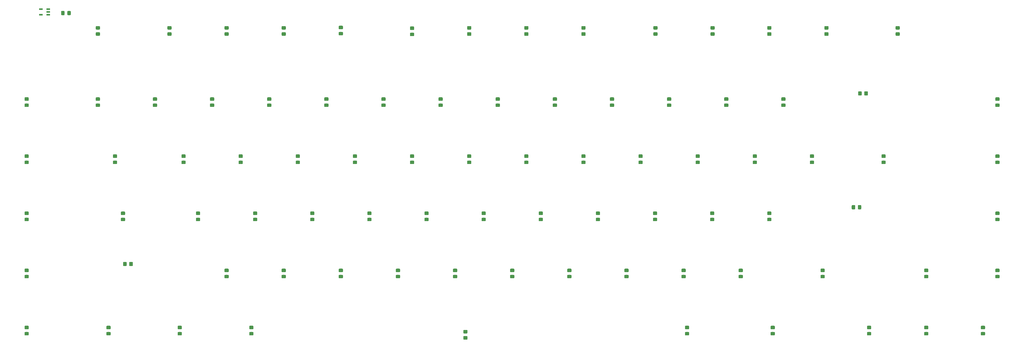
<source format=gbr>
G04 #@! TF.GenerationSoftware,KiCad,Pcbnew,(5.1.4)-1*
G04 #@! TF.CreationDate,2020-12-10T22:03:34+01:00*
G04 #@! TF.ProjectId,CZTKeyRev0,435a544b-6579-4526-9576-302e6b696361,rev?*
G04 #@! TF.SameCoordinates,Original*
G04 #@! TF.FileFunction,Paste,Top*
G04 #@! TF.FilePolarity,Positive*
%FSLAX46Y46*%
G04 Gerber Fmt 4.6, Leading zero omitted, Abs format (unit mm)*
G04 Created by KiCad (PCBNEW (5.1.4)-1) date 2020-12-10 22:03:34*
%MOMM*%
%LPD*%
G04 APERTURE LIST*
%ADD10R,1.250000X0.500000*%
%ADD11C,0.100000*%
%ADD12C,1.150000*%
G04 APERTURE END LIST*
D10*
X14625000Y-70419000D03*
X14625000Y-68519000D03*
X17125000Y-68519000D03*
X17125000Y-69469000D03*
X17125000Y-70419000D03*
D11*
G36*
X24393305Y-69151204D02*
G01*
X24417573Y-69154804D01*
X24441372Y-69160765D01*
X24464471Y-69169030D01*
X24486650Y-69179520D01*
X24507693Y-69192132D01*
X24527399Y-69206747D01*
X24545577Y-69223223D01*
X24562053Y-69241401D01*
X24576668Y-69261107D01*
X24589280Y-69282150D01*
X24599770Y-69304329D01*
X24608035Y-69327428D01*
X24613996Y-69351227D01*
X24617596Y-69375495D01*
X24618800Y-69399999D01*
X24618800Y-70300001D01*
X24617596Y-70324505D01*
X24613996Y-70348773D01*
X24608035Y-70372572D01*
X24599770Y-70395671D01*
X24589280Y-70417850D01*
X24576668Y-70438893D01*
X24562053Y-70458599D01*
X24545577Y-70476777D01*
X24527399Y-70493253D01*
X24507693Y-70507868D01*
X24486650Y-70520480D01*
X24464471Y-70530970D01*
X24441372Y-70539235D01*
X24417573Y-70545196D01*
X24393305Y-70548796D01*
X24368801Y-70550000D01*
X23718799Y-70550000D01*
X23694295Y-70548796D01*
X23670027Y-70545196D01*
X23646228Y-70539235D01*
X23623129Y-70530970D01*
X23600950Y-70520480D01*
X23579907Y-70507868D01*
X23560201Y-70493253D01*
X23542023Y-70476777D01*
X23525547Y-70458599D01*
X23510932Y-70438893D01*
X23498320Y-70417850D01*
X23487830Y-70395671D01*
X23479565Y-70372572D01*
X23473604Y-70348773D01*
X23470004Y-70324505D01*
X23468800Y-70300001D01*
X23468800Y-69399999D01*
X23470004Y-69375495D01*
X23473604Y-69351227D01*
X23479565Y-69327428D01*
X23487830Y-69304329D01*
X23498320Y-69282150D01*
X23510932Y-69261107D01*
X23525547Y-69241401D01*
X23542023Y-69223223D01*
X23560201Y-69206747D01*
X23579907Y-69192132D01*
X23600950Y-69179520D01*
X23623129Y-69169030D01*
X23646228Y-69160765D01*
X23670027Y-69154804D01*
X23694295Y-69151204D01*
X23718799Y-69150000D01*
X24368801Y-69150000D01*
X24393305Y-69151204D01*
X24393305Y-69151204D01*
G37*
D12*
X24043800Y-69850000D03*
D11*
G36*
X22343305Y-69151204D02*
G01*
X22367573Y-69154804D01*
X22391372Y-69160765D01*
X22414471Y-69169030D01*
X22436650Y-69179520D01*
X22457693Y-69192132D01*
X22477399Y-69206747D01*
X22495577Y-69223223D01*
X22512053Y-69241401D01*
X22526668Y-69261107D01*
X22539280Y-69282150D01*
X22549770Y-69304329D01*
X22558035Y-69327428D01*
X22563996Y-69351227D01*
X22567596Y-69375495D01*
X22568800Y-69399999D01*
X22568800Y-70300001D01*
X22567596Y-70324505D01*
X22563996Y-70348773D01*
X22558035Y-70372572D01*
X22549770Y-70395671D01*
X22539280Y-70417850D01*
X22526668Y-70438893D01*
X22512053Y-70458599D01*
X22495577Y-70476777D01*
X22477399Y-70493253D01*
X22457693Y-70507868D01*
X22436650Y-70520480D01*
X22414471Y-70530970D01*
X22391372Y-70539235D01*
X22367573Y-70545196D01*
X22343305Y-70548796D01*
X22318801Y-70550000D01*
X21668799Y-70550000D01*
X21644295Y-70548796D01*
X21620027Y-70545196D01*
X21596228Y-70539235D01*
X21573129Y-70530970D01*
X21550950Y-70520480D01*
X21529907Y-70507868D01*
X21510201Y-70493253D01*
X21492023Y-70476777D01*
X21475547Y-70458599D01*
X21460932Y-70438893D01*
X21448320Y-70417850D01*
X21437830Y-70395671D01*
X21429565Y-70372572D01*
X21423604Y-70348773D01*
X21420004Y-70324505D01*
X21418800Y-70300001D01*
X21418800Y-69399999D01*
X21420004Y-69375495D01*
X21423604Y-69351227D01*
X21429565Y-69327428D01*
X21437830Y-69304329D01*
X21448320Y-69282150D01*
X21460932Y-69261107D01*
X21475547Y-69241401D01*
X21492023Y-69223223D01*
X21510201Y-69206747D01*
X21529907Y-69192132D01*
X21550950Y-69179520D01*
X21573129Y-69169030D01*
X21596228Y-69160765D01*
X21620027Y-69154804D01*
X21644295Y-69151204D01*
X21668799Y-69150000D01*
X22318801Y-69150000D01*
X22343305Y-69151204D01*
X22343305Y-69151204D01*
G37*
D12*
X21993800Y-69850000D03*
D11*
G36*
X329277505Y-174169204D02*
G01*
X329301773Y-174172804D01*
X329325572Y-174178765D01*
X329348671Y-174187030D01*
X329370850Y-174197520D01*
X329391893Y-174210132D01*
X329411599Y-174224747D01*
X329429777Y-174241223D01*
X329446253Y-174259401D01*
X329460868Y-174279107D01*
X329473480Y-174300150D01*
X329483970Y-174322329D01*
X329492235Y-174345428D01*
X329498196Y-174369227D01*
X329501796Y-174393495D01*
X329503000Y-174417999D01*
X329503000Y-175068001D01*
X329501796Y-175092505D01*
X329498196Y-175116773D01*
X329492235Y-175140572D01*
X329483970Y-175163671D01*
X329473480Y-175185850D01*
X329460868Y-175206893D01*
X329446253Y-175226599D01*
X329429777Y-175244777D01*
X329411599Y-175261253D01*
X329391893Y-175275868D01*
X329370850Y-175288480D01*
X329348671Y-175298970D01*
X329325572Y-175307235D01*
X329301773Y-175313196D01*
X329277505Y-175316796D01*
X329253001Y-175318000D01*
X328352999Y-175318000D01*
X328328495Y-175316796D01*
X328304227Y-175313196D01*
X328280428Y-175307235D01*
X328257329Y-175298970D01*
X328235150Y-175288480D01*
X328214107Y-175275868D01*
X328194401Y-175261253D01*
X328176223Y-175244777D01*
X328159747Y-175226599D01*
X328145132Y-175206893D01*
X328132520Y-175185850D01*
X328122030Y-175163671D01*
X328113765Y-175140572D01*
X328107804Y-175116773D01*
X328104204Y-175092505D01*
X328103000Y-175068001D01*
X328103000Y-174417999D01*
X328104204Y-174393495D01*
X328107804Y-174369227D01*
X328113765Y-174345428D01*
X328122030Y-174322329D01*
X328132520Y-174300150D01*
X328145132Y-174279107D01*
X328159747Y-174259401D01*
X328176223Y-174241223D01*
X328194401Y-174224747D01*
X328214107Y-174210132D01*
X328235150Y-174197520D01*
X328257329Y-174187030D01*
X328280428Y-174178765D01*
X328304227Y-174172804D01*
X328328495Y-174169204D01*
X328352999Y-174168000D01*
X329253001Y-174168000D01*
X329277505Y-174169204D01*
X329277505Y-174169204D01*
G37*
D12*
X328803000Y-174743000D03*
D11*
G36*
X329277505Y-176219204D02*
G01*
X329301773Y-176222804D01*
X329325572Y-176228765D01*
X329348671Y-176237030D01*
X329370850Y-176247520D01*
X329391893Y-176260132D01*
X329411599Y-176274747D01*
X329429777Y-176291223D01*
X329446253Y-176309401D01*
X329460868Y-176329107D01*
X329473480Y-176350150D01*
X329483970Y-176372329D01*
X329492235Y-176395428D01*
X329498196Y-176419227D01*
X329501796Y-176443495D01*
X329503000Y-176467999D01*
X329503000Y-177118001D01*
X329501796Y-177142505D01*
X329498196Y-177166773D01*
X329492235Y-177190572D01*
X329483970Y-177213671D01*
X329473480Y-177235850D01*
X329460868Y-177256893D01*
X329446253Y-177276599D01*
X329429777Y-177294777D01*
X329411599Y-177311253D01*
X329391893Y-177325868D01*
X329370850Y-177338480D01*
X329348671Y-177348970D01*
X329325572Y-177357235D01*
X329301773Y-177363196D01*
X329277505Y-177366796D01*
X329253001Y-177368000D01*
X328352999Y-177368000D01*
X328328495Y-177366796D01*
X328304227Y-177363196D01*
X328280428Y-177357235D01*
X328257329Y-177348970D01*
X328235150Y-177338480D01*
X328214107Y-177325868D01*
X328194401Y-177311253D01*
X328176223Y-177294777D01*
X328159747Y-177276599D01*
X328145132Y-177256893D01*
X328132520Y-177235850D01*
X328122030Y-177213671D01*
X328113765Y-177190572D01*
X328107804Y-177166773D01*
X328104204Y-177142505D01*
X328103000Y-177118001D01*
X328103000Y-176467999D01*
X328104204Y-176443495D01*
X328107804Y-176419227D01*
X328113765Y-176395428D01*
X328122030Y-176372329D01*
X328132520Y-176350150D01*
X328145132Y-176329107D01*
X328159747Y-176309401D01*
X328176223Y-176291223D01*
X328194401Y-176274747D01*
X328214107Y-176260132D01*
X328235150Y-176247520D01*
X328257329Y-176237030D01*
X328280428Y-176228765D01*
X328304227Y-176222804D01*
X328328495Y-176219204D01*
X328352999Y-176218000D01*
X329253001Y-176218000D01*
X329277505Y-176219204D01*
X329277505Y-176219204D01*
G37*
D12*
X328803000Y-176793000D03*
D11*
G36*
X310354505Y-174169204D02*
G01*
X310378773Y-174172804D01*
X310402572Y-174178765D01*
X310425671Y-174187030D01*
X310447850Y-174197520D01*
X310468893Y-174210132D01*
X310488599Y-174224747D01*
X310506777Y-174241223D01*
X310523253Y-174259401D01*
X310537868Y-174279107D01*
X310550480Y-174300150D01*
X310560970Y-174322329D01*
X310569235Y-174345428D01*
X310575196Y-174369227D01*
X310578796Y-174393495D01*
X310580000Y-174417999D01*
X310580000Y-175068001D01*
X310578796Y-175092505D01*
X310575196Y-175116773D01*
X310569235Y-175140572D01*
X310560970Y-175163671D01*
X310550480Y-175185850D01*
X310537868Y-175206893D01*
X310523253Y-175226599D01*
X310506777Y-175244777D01*
X310488599Y-175261253D01*
X310468893Y-175275868D01*
X310447850Y-175288480D01*
X310425671Y-175298970D01*
X310402572Y-175307235D01*
X310378773Y-175313196D01*
X310354505Y-175316796D01*
X310330001Y-175318000D01*
X309429999Y-175318000D01*
X309405495Y-175316796D01*
X309381227Y-175313196D01*
X309357428Y-175307235D01*
X309334329Y-175298970D01*
X309312150Y-175288480D01*
X309291107Y-175275868D01*
X309271401Y-175261253D01*
X309253223Y-175244777D01*
X309236747Y-175226599D01*
X309222132Y-175206893D01*
X309209520Y-175185850D01*
X309199030Y-175163671D01*
X309190765Y-175140572D01*
X309184804Y-175116773D01*
X309181204Y-175092505D01*
X309180000Y-175068001D01*
X309180000Y-174417999D01*
X309181204Y-174393495D01*
X309184804Y-174369227D01*
X309190765Y-174345428D01*
X309199030Y-174322329D01*
X309209520Y-174300150D01*
X309222132Y-174279107D01*
X309236747Y-174259401D01*
X309253223Y-174241223D01*
X309271401Y-174224747D01*
X309291107Y-174210132D01*
X309312150Y-174197520D01*
X309334329Y-174187030D01*
X309357428Y-174178765D01*
X309381227Y-174172804D01*
X309405495Y-174169204D01*
X309429999Y-174168000D01*
X310330001Y-174168000D01*
X310354505Y-174169204D01*
X310354505Y-174169204D01*
G37*
D12*
X309880000Y-174743000D03*
D11*
G36*
X310354505Y-176219204D02*
G01*
X310378773Y-176222804D01*
X310402572Y-176228765D01*
X310425671Y-176237030D01*
X310447850Y-176247520D01*
X310468893Y-176260132D01*
X310488599Y-176274747D01*
X310506777Y-176291223D01*
X310523253Y-176309401D01*
X310537868Y-176329107D01*
X310550480Y-176350150D01*
X310560970Y-176372329D01*
X310569235Y-176395428D01*
X310575196Y-176419227D01*
X310578796Y-176443495D01*
X310580000Y-176467999D01*
X310580000Y-177118001D01*
X310578796Y-177142505D01*
X310575196Y-177166773D01*
X310569235Y-177190572D01*
X310560970Y-177213671D01*
X310550480Y-177235850D01*
X310537868Y-177256893D01*
X310523253Y-177276599D01*
X310506777Y-177294777D01*
X310488599Y-177311253D01*
X310468893Y-177325868D01*
X310447850Y-177338480D01*
X310425671Y-177348970D01*
X310402572Y-177357235D01*
X310378773Y-177363196D01*
X310354505Y-177366796D01*
X310330001Y-177368000D01*
X309429999Y-177368000D01*
X309405495Y-177366796D01*
X309381227Y-177363196D01*
X309357428Y-177357235D01*
X309334329Y-177348970D01*
X309312150Y-177338480D01*
X309291107Y-177325868D01*
X309271401Y-177311253D01*
X309253223Y-177294777D01*
X309236747Y-177276599D01*
X309222132Y-177256893D01*
X309209520Y-177235850D01*
X309199030Y-177213671D01*
X309190765Y-177190572D01*
X309184804Y-177166773D01*
X309181204Y-177142505D01*
X309180000Y-177118001D01*
X309180000Y-176467999D01*
X309181204Y-176443495D01*
X309184804Y-176419227D01*
X309190765Y-176395428D01*
X309199030Y-176372329D01*
X309209520Y-176350150D01*
X309222132Y-176329107D01*
X309236747Y-176309401D01*
X309253223Y-176291223D01*
X309271401Y-176274747D01*
X309291107Y-176260132D01*
X309312150Y-176247520D01*
X309334329Y-176237030D01*
X309357428Y-176228765D01*
X309381227Y-176222804D01*
X309405495Y-176219204D01*
X309429999Y-176218000D01*
X310330001Y-176218000D01*
X310354505Y-176219204D01*
X310354505Y-176219204D01*
G37*
D12*
X309880000Y-176793000D03*
D11*
G36*
X291304505Y-174169204D02*
G01*
X291328773Y-174172804D01*
X291352572Y-174178765D01*
X291375671Y-174187030D01*
X291397850Y-174197520D01*
X291418893Y-174210132D01*
X291438599Y-174224747D01*
X291456777Y-174241223D01*
X291473253Y-174259401D01*
X291487868Y-174279107D01*
X291500480Y-174300150D01*
X291510970Y-174322329D01*
X291519235Y-174345428D01*
X291525196Y-174369227D01*
X291528796Y-174393495D01*
X291530000Y-174417999D01*
X291530000Y-175068001D01*
X291528796Y-175092505D01*
X291525196Y-175116773D01*
X291519235Y-175140572D01*
X291510970Y-175163671D01*
X291500480Y-175185850D01*
X291487868Y-175206893D01*
X291473253Y-175226599D01*
X291456777Y-175244777D01*
X291438599Y-175261253D01*
X291418893Y-175275868D01*
X291397850Y-175288480D01*
X291375671Y-175298970D01*
X291352572Y-175307235D01*
X291328773Y-175313196D01*
X291304505Y-175316796D01*
X291280001Y-175318000D01*
X290379999Y-175318000D01*
X290355495Y-175316796D01*
X290331227Y-175313196D01*
X290307428Y-175307235D01*
X290284329Y-175298970D01*
X290262150Y-175288480D01*
X290241107Y-175275868D01*
X290221401Y-175261253D01*
X290203223Y-175244777D01*
X290186747Y-175226599D01*
X290172132Y-175206893D01*
X290159520Y-175185850D01*
X290149030Y-175163671D01*
X290140765Y-175140572D01*
X290134804Y-175116773D01*
X290131204Y-175092505D01*
X290130000Y-175068001D01*
X290130000Y-174417999D01*
X290131204Y-174393495D01*
X290134804Y-174369227D01*
X290140765Y-174345428D01*
X290149030Y-174322329D01*
X290159520Y-174300150D01*
X290172132Y-174279107D01*
X290186747Y-174259401D01*
X290203223Y-174241223D01*
X290221401Y-174224747D01*
X290241107Y-174210132D01*
X290262150Y-174197520D01*
X290284329Y-174187030D01*
X290307428Y-174178765D01*
X290331227Y-174172804D01*
X290355495Y-174169204D01*
X290379999Y-174168000D01*
X291280001Y-174168000D01*
X291304505Y-174169204D01*
X291304505Y-174169204D01*
G37*
D12*
X290830000Y-174743000D03*
D11*
G36*
X291304505Y-176219204D02*
G01*
X291328773Y-176222804D01*
X291352572Y-176228765D01*
X291375671Y-176237030D01*
X291397850Y-176247520D01*
X291418893Y-176260132D01*
X291438599Y-176274747D01*
X291456777Y-176291223D01*
X291473253Y-176309401D01*
X291487868Y-176329107D01*
X291500480Y-176350150D01*
X291510970Y-176372329D01*
X291519235Y-176395428D01*
X291525196Y-176419227D01*
X291528796Y-176443495D01*
X291530000Y-176467999D01*
X291530000Y-177118001D01*
X291528796Y-177142505D01*
X291525196Y-177166773D01*
X291519235Y-177190572D01*
X291510970Y-177213671D01*
X291500480Y-177235850D01*
X291487868Y-177256893D01*
X291473253Y-177276599D01*
X291456777Y-177294777D01*
X291438599Y-177311253D01*
X291418893Y-177325868D01*
X291397850Y-177338480D01*
X291375671Y-177348970D01*
X291352572Y-177357235D01*
X291328773Y-177363196D01*
X291304505Y-177366796D01*
X291280001Y-177368000D01*
X290379999Y-177368000D01*
X290355495Y-177366796D01*
X290331227Y-177363196D01*
X290307428Y-177357235D01*
X290284329Y-177348970D01*
X290262150Y-177338480D01*
X290241107Y-177325868D01*
X290221401Y-177311253D01*
X290203223Y-177294777D01*
X290186747Y-177276599D01*
X290172132Y-177256893D01*
X290159520Y-177235850D01*
X290149030Y-177213671D01*
X290140765Y-177190572D01*
X290134804Y-177166773D01*
X290131204Y-177142505D01*
X290130000Y-177118001D01*
X290130000Y-176467999D01*
X290131204Y-176443495D01*
X290134804Y-176419227D01*
X290140765Y-176395428D01*
X290149030Y-176372329D01*
X290159520Y-176350150D01*
X290172132Y-176329107D01*
X290186747Y-176309401D01*
X290203223Y-176291223D01*
X290221401Y-176274747D01*
X290241107Y-176260132D01*
X290262150Y-176247520D01*
X290284329Y-176237030D01*
X290307428Y-176228765D01*
X290331227Y-176222804D01*
X290355495Y-176219204D01*
X290379999Y-176218000D01*
X291280001Y-176218000D01*
X291304505Y-176219204D01*
X291304505Y-176219204D01*
G37*
D12*
X290830000Y-176793000D03*
D11*
G36*
X259173505Y-174169204D02*
G01*
X259197773Y-174172804D01*
X259221572Y-174178765D01*
X259244671Y-174187030D01*
X259266850Y-174197520D01*
X259287893Y-174210132D01*
X259307599Y-174224747D01*
X259325777Y-174241223D01*
X259342253Y-174259401D01*
X259356868Y-174279107D01*
X259369480Y-174300150D01*
X259379970Y-174322329D01*
X259388235Y-174345428D01*
X259394196Y-174369227D01*
X259397796Y-174393495D01*
X259399000Y-174417999D01*
X259399000Y-175068001D01*
X259397796Y-175092505D01*
X259394196Y-175116773D01*
X259388235Y-175140572D01*
X259379970Y-175163671D01*
X259369480Y-175185850D01*
X259356868Y-175206893D01*
X259342253Y-175226599D01*
X259325777Y-175244777D01*
X259307599Y-175261253D01*
X259287893Y-175275868D01*
X259266850Y-175288480D01*
X259244671Y-175298970D01*
X259221572Y-175307235D01*
X259197773Y-175313196D01*
X259173505Y-175316796D01*
X259149001Y-175318000D01*
X258248999Y-175318000D01*
X258224495Y-175316796D01*
X258200227Y-175313196D01*
X258176428Y-175307235D01*
X258153329Y-175298970D01*
X258131150Y-175288480D01*
X258110107Y-175275868D01*
X258090401Y-175261253D01*
X258072223Y-175244777D01*
X258055747Y-175226599D01*
X258041132Y-175206893D01*
X258028520Y-175185850D01*
X258018030Y-175163671D01*
X258009765Y-175140572D01*
X258003804Y-175116773D01*
X258000204Y-175092505D01*
X257999000Y-175068001D01*
X257999000Y-174417999D01*
X258000204Y-174393495D01*
X258003804Y-174369227D01*
X258009765Y-174345428D01*
X258018030Y-174322329D01*
X258028520Y-174300150D01*
X258041132Y-174279107D01*
X258055747Y-174259401D01*
X258072223Y-174241223D01*
X258090401Y-174224747D01*
X258110107Y-174210132D01*
X258131150Y-174197520D01*
X258153329Y-174187030D01*
X258176428Y-174178765D01*
X258200227Y-174172804D01*
X258224495Y-174169204D01*
X258248999Y-174168000D01*
X259149001Y-174168000D01*
X259173505Y-174169204D01*
X259173505Y-174169204D01*
G37*
D12*
X258699000Y-174743000D03*
D11*
G36*
X259173505Y-176219204D02*
G01*
X259197773Y-176222804D01*
X259221572Y-176228765D01*
X259244671Y-176237030D01*
X259266850Y-176247520D01*
X259287893Y-176260132D01*
X259307599Y-176274747D01*
X259325777Y-176291223D01*
X259342253Y-176309401D01*
X259356868Y-176329107D01*
X259369480Y-176350150D01*
X259379970Y-176372329D01*
X259388235Y-176395428D01*
X259394196Y-176419227D01*
X259397796Y-176443495D01*
X259399000Y-176467999D01*
X259399000Y-177118001D01*
X259397796Y-177142505D01*
X259394196Y-177166773D01*
X259388235Y-177190572D01*
X259379970Y-177213671D01*
X259369480Y-177235850D01*
X259356868Y-177256893D01*
X259342253Y-177276599D01*
X259325777Y-177294777D01*
X259307599Y-177311253D01*
X259287893Y-177325868D01*
X259266850Y-177338480D01*
X259244671Y-177348970D01*
X259221572Y-177357235D01*
X259197773Y-177363196D01*
X259173505Y-177366796D01*
X259149001Y-177368000D01*
X258248999Y-177368000D01*
X258224495Y-177366796D01*
X258200227Y-177363196D01*
X258176428Y-177357235D01*
X258153329Y-177348970D01*
X258131150Y-177338480D01*
X258110107Y-177325868D01*
X258090401Y-177311253D01*
X258072223Y-177294777D01*
X258055747Y-177276599D01*
X258041132Y-177256893D01*
X258028520Y-177235850D01*
X258018030Y-177213671D01*
X258009765Y-177190572D01*
X258003804Y-177166773D01*
X258000204Y-177142505D01*
X257999000Y-177118001D01*
X257999000Y-176467999D01*
X258000204Y-176443495D01*
X258003804Y-176419227D01*
X258009765Y-176395428D01*
X258018030Y-176372329D01*
X258028520Y-176350150D01*
X258041132Y-176329107D01*
X258055747Y-176309401D01*
X258072223Y-176291223D01*
X258090401Y-176274747D01*
X258110107Y-176260132D01*
X258131150Y-176247520D01*
X258153329Y-176237030D01*
X258176428Y-176228765D01*
X258200227Y-176222804D01*
X258224495Y-176219204D01*
X258248999Y-176218000D01*
X259149001Y-176218000D01*
X259173505Y-176219204D01*
X259173505Y-176219204D01*
G37*
D12*
X258699000Y-176793000D03*
D11*
G36*
X230598505Y-174169204D02*
G01*
X230622773Y-174172804D01*
X230646572Y-174178765D01*
X230669671Y-174187030D01*
X230691850Y-174197520D01*
X230712893Y-174210132D01*
X230732599Y-174224747D01*
X230750777Y-174241223D01*
X230767253Y-174259401D01*
X230781868Y-174279107D01*
X230794480Y-174300150D01*
X230804970Y-174322329D01*
X230813235Y-174345428D01*
X230819196Y-174369227D01*
X230822796Y-174393495D01*
X230824000Y-174417999D01*
X230824000Y-175068001D01*
X230822796Y-175092505D01*
X230819196Y-175116773D01*
X230813235Y-175140572D01*
X230804970Y-175163671D01*
X230794480Y-175185850D01*
X230781868Y-175206893D01*
X230767253Y-175226599D01*
X230750777Y-175244777D01*
X230732599Y-175261253D01*
X230712893Y-175275868D01*
X230691850Y-175288480D01*
X230669671Y-175298970D01*
X230646572Y-175307235D01*
X230622773Y-175313196D01*
X230598505Y-175316796D01*
X230574001Y-175318000D01*
X229673999Y-175318000D01*
X229649495Y-175316796D01*
X229625227Y-175313196D01*
X229601428Y-175307235D01*
X229578329Y-175298970D01*
X229556150Y-175288480D01*
X229535107Y-175275868D01*
X229515401Y-175261253D01*
X229497223Y-175244777D01*
X229480747Y-175226599D01*
X229466132Y-175206893D01*
X229453520Y-175185850D01*
X229443030Y-175163671D01*
X229434765Y-175140572D01*
X229428804Y-175116773D01*
X229425204Y-175092505D01*
X229424000Y-175068001D01*
X229424000Y-174417999D01*
X229425204Y-174393495D01*
X229428804Y-174369227D01*
X229434765Y-174345428D01*
X229443030Y-174322329D01*
X229453520Y-174300150D01*
X229466132Y-174279107D01*
X229480747Y-174259401D01*
X229497223Y-174241223D01*
X229515401Y-174224747D01*
X229535107Y-174210132D01*
X229556150Y-174197520D01*
X229578329Y-174187030D01*
X229601428Y-174178765D01*
X229625227Y-174172804D01*
X229649495Y-174169204D01*
X229673999Y-174168000D01*
X230574001Y-174168000D01*
X230598505Y-174169204D01*
X230598505Y-174169204D01*
G37*
D12*
X230124000Y-174743000D03*
D11*
G36*
X230598505Y-176219204D02*
G01*
X230622773Y-176222804D01*
X230646572Y-176228765D01*
X230669671Y-176237030D01*
X230691850Y-176247520D01*
X230712893Y-176260132D01*
X230732599Y-176274747D01*
X230750777Y-176291223D01*
X230767253Y-176309401D01*
X230781868Y-176329107D01*
X230794480Y-176350150D01*
X230804970Y-176372329D01*
X230813235Y-176395428D01*
X230819196Y-176419227D01*
X230822796Y-176443495D01*
X230824000Y-176467999D01*
X230824000Y-177118001D01*
X230822796Y-177142505D01*
X230819196Y-177166773D01*
X230813235Y-177190572D01*
X230804970Y-177213671D01*
X230794480Y-177235850D01*
X230781868Y-177256893D01*
X230767253Y-177276599D01*
X230750777Y-177294777D01*
X230732599Y-177311253D01*
X230712893Y-177325868D01*
X230691850Y-177338480D01*
X230669671Y-177348970D01*
X230646572Y-177357235D01*
X230622773Y-177363196D01*
X230598505Y-177366796D01*
X230574001Y-177368000D01*
X229673999Y-177368000D01*
X229649495Y-177366796D01*
X229625227Y-177363196D01*
X229601428Y-177357235D01*
X229578329Y-177348970D01*
X229556150Y-177338480D01*
X229535107Y-177325868D01*
X229515401Y-177311253D01*
X229497223Y-177294777D01*
X229480747Y-177276599D01*
X229466132Y-177256893D01*
X229453520Y-177235850D01*
X229443030Y-177213671D01*
X229434765Y-177190572D01*
X229428804Y-177166773D01*
X229425204Y-177142505D01*
X229424000Y-177118001D01*
X229424000Y-176467999D01*
X229425204Y-176443495D01*
X229428804Y-176419227D01*
X229434765Y-176395428D01*
X229443030Y-176372329D01*
X229453520Y-176350150D01*
X229466132Y-176329107D01*
X229480747Y-176309401D01*
X229497223Y-176291223D01*
X229515401Y-176274747D01*
X229535107Y-176260132D01*
X229556150Y-176247520D01*
X229578329Y-176237030D01*
X229601428Y-176228765D01*
X229625227Y-176222804D01*
X229649495Y-176219204D01*
X229673999Y-176218000D01*
X230574001Y-176218000D01*
X230598505Y-176219204D01*
X230598505Y-176219204D01*
G37*
D12*
X230124000Y-176793000D03*
D11*
G36*
X156684505Y-175566204D02*
G01*
X156708773Y-175569804D01*
X156732572Y-175575765D01*
X156755671Y-175584030D01*
X156777850Y-175594520D01*
X156798893Y-175607132D01*
X156818599Y-175621747D01*
X156836777Y-175638223D01*
X156853253Y-175656401D01*
X156867868Y-175676107D01*
X156880480Y-175697150D01*
X156890970Y-175719329D01*
X156899235Y-175742428D01*
X156905196Y-175766227D01*
X156908796Y-175790495D01*
X156910000Y-175814999D01*
X156910000Y-176465001D01*
X156908796Y-176489505D01*
X156905196Y-176513773D01*
X156899235Y-176537572D01*
X156890970Y-176560671D01*
X156880480Y-176582850D01*
X156867868Y-176603893D01*
X156853253Y-176623599D01*
X156836777Y-176641777D01*
X156818599Y-176658253D01*
X156798893Y-176672868D01*
X156777850Y-176685480D01*
X156755671Y-176695970D01*
X156732572Y-176704235D01*
X156708773Y-176710196D01*
X156684505Y-176713796D01*
X156660001Y-176715000D01*
X155759999Y-176715000D01*
X155735495Y-176713796D01*
X155711227Y-176710196D01*
X155687428Y-176704235D01*
X155664329Y-176695970D01*
X155642150Y-176685480D01*
X155621107Y-176672868D01*
X155601401Y-176658253D01*
X155583223Y-176641777D01*
X155566747Y-176623599D01*
X155552132Y-176603893D01*
X155539520Y-176582850D01*
X155529030Y-176560671D01*
X155520765Y-176537572D01*
X155514804Y-176513773D01*
X155511204Y-176489505D01*
X155510000Y-176465001D01*
X155510000Y-175814999D01*
X155511204Y-175790495D01*
X155514804Y-175766227D01*
X155520765Y-175742428D01*
X155529030Y-175719329D01*
X155539520Y-175697150D01*
X155552132Y-175676107D01*
X155566747Y-175656401D01*
X155583223Y-175638223D01*
X155601401Y-175621747D01*
X155621107Y-175607132D01*
X155642150Y-175594520D01*
X155664329Y-175584030D01*
X155687428Y-175575765D01*
X155711227Y-175569804D01*
X155735495Y-175566204D01*
X155759999Y-175565000D01*
X156660001Y-175565000D01*
X156684505Y-175566204D01*
X156684505Y-175566204D01*
G37*
D12*
X156210000Y-176140000D03*
D11*
G36*
X156684505Y-177616204D02*
G01*
X156708773Y-177619804D01*
X156732572Y-177625765D01*
X156755671Y-177634030D01*
X156777850Y-177644520D01*
X156798893Y-177657132D01*
X156818599Y-177671747D01*
X156836777Y-177688223D01*
X156853253Y-177706401D01*
X156867868Y-177726107D01*
X156880480Y-177747150D01*
X156890970Y-177769329D01*
X156899235Y-177792428D01*
X156905196Y-177816227D01*
X156908796Y-177840495D01*
X156910000Y-177864999D01*
X156910000Y-178515001D01*
X156908796Y-178539505D01*
X156905196Y-178563773D01*
X156899235Y-178587572D01*
X156890970Y-178610671D01*
X156880480Y-178632850D01*
X156867868Y-178653893D01*
X156853253Y-178673599D01*
X156836777Y-178691777D01*
X156818599Y-178708253D01*
X156798893Y-178722868D01*
X156777850Y-178735480D01*
X156755671Y-178745970D01*
X156732572Y-178754235D01*
X156708773Y-178760196D01*
X156684505Y-178763796D01*
X156660001Y-178765000D01*
X155759999Y-178765000D01*
X155735495Y-178763796D01*
X155711227Y-178760196D01*
X155687428Y-178754235D01*
X155664329Y-178745970D01*
X155642150Y-178735480D01*
X155621107Y-178722868D01*
X155601401Y-178708253D01*
X155583223Y-178691777D01*
X155566747Y-178673599D01*
X155552132Y-178653893D01*
X155539520Y-178632850D01*
X155529030Y-178610671D01*
X155520765Y-178587572D01*
X155514804Y-178563773D01*
X155511204Y-178539505D01*
X155510000Y-178515001D01*
X155510000Y-177864999D01*
X155511204Y-177840495D01*
X155514804Y-177816227D01*
X155520765Y-177792428D01*
X155529030Y-177769329D01*
X155539520Y-177747150D01*
X155552132Y-177726107D01*
X155566747Y-177706401D01*
X155583223Y-177688223D01*
X155601401Y-177671747D01*
X155621107Y-177657132D01*
X155642150Y-177644520D01*
X155664329Y-177634030D01*
X155687428Y-177625765D01*
X155711227Y-177619804D01*
X155735495Y-177616204D01*
X155759999Y-177615000D01*
X156660001Y-177615000D01*
X156684505Y-177616204D01*
X156684505Y-177616204D01*
G37*
D12*
X156210000Y-178190000D03*
D11*
G36*
X85310505Y-174169204D02*
G01*
X85334773Y-174172804D01*
X85358572Y-174178765D01*
X85381671Y-174187030D01*
X85403850Y-174197520D01*
X85424893Y-174210132D01*
X85444599Y-174224747D01*
X85462777Y-174241223D01*
X85479253Y-174259401D01*
X85493868Y-174279107D01*
X85506480Y-174300150D01*
X85516970Y-174322329D01*
X85525235Y-174345428D01*
X85531196Y-174369227D01*
X85534796Y-174393495D01*
X85536000Y-174417999D01*
X85536000Y-175068001D01*
X85534796Y-175092505D01*
X85531196Y-175116773D01*
X85525235Y-175140572D01*
X85516970Y-175163671D01*
X85506480Y-175185850D01*
X85493868Y-175206893D01*
X85479253Y-175226599D01*
X85462777Y-175244777D01*
X85444599Y-175261253D01*
X85424893Y-175275868D01*
X85403850Y-175288480D01*
X85381671Y-175298970D01*
X85358572Y-175307235D01*
X85334773Y-175313196D01*
X85310505Y-175316796D01*
X85286001Y-175318000D01*
X84385999Y-175318000D01*
X84361495Y-175316796D01*
X84337227Y-175313196D01*
X84313428Y-175307235D01*
X84290329Y-175298970D01*
X84268150Y-175288480D01*
X84247107Y-175275868D01*
X84227401Y-175261253D01*
X84209223Y-175244777D01*
X84192747Y-175226599D01*
X84178132Y-175206893D01*
X84165520Y-175185850D01*
X84155030Y-175163671D01*
X84146765Y-175140572D01*
X84140804Y-175116773D01*
X84137204Y-175092505D01*
X84136000Y-175068001D01*
X84136000Y-174417999D01*
X84137204Y-174393495D01*
X84140804Y-174369227D01*
X84146765Y-174345428D01*
X84155030Y-174322329D01*
X84165520Y-174300150D01*
X84178132Y-174279107D01*
X84192747Y-174259401D01*
X84209223Y-174241223D01*
X84227401Y-174224747D01*
X84247107Y-174210132D01*
X84268150Y-174197520D01*
X84290329Y-174187030D01*
X84313428Y-174178765D01*
X84337227Y-174172804D01*
X84361495Y-174169204D01*
X84385999Y-174168000D01*
X85286001Y-174168000D01*
X85310505Y-174169204D01*
X85310505Y-174169204D01*
G37*
D12*
X84836000Y-174743000D03*
D11*
G36*
X85310505Y-176219204D02*
G01*
X85334773Y-176222804D01*
X85358572Y-176228765D01*
X85381671Y-176237030D01*
X85403850Y-176247520D01*
X85424893Y-176260132D01*
X85444599Y-176274747D01*
X85462777Y-176291223D01*
X85479253Y-176309401D01*
X85493868Y-176329107D01*
X85506480Y-176350150D01*
X85516970Y-176372329D01*
X85525235Y-176395428D01*
X85531196Y-176419227D01*
X85534796Y-176443495D01*
X85536000Y-176467999D01*
X85536000Y-177118001D01*
X85534796Y-177142505D01*
X85531196Y-177166773D01*
X85525235Y-177190572D01*
X85516970Y-177213671D01*
X85506480Y-177235850D01*
X85493868Y-177256893D01*
X85479253Y-177276599D01*
X85462777Y-177294777D01*
X85444599Y-177311253D01*
X85424893Y-177325868D01*
X85403850Y-177338480D01*
X85381671Y-177348970D01*
X85358572Y-177357235D01*
X85334773Y-177363196D01*
X85310505Y-177366796D01*
X85286001Y-177368000D01*
X84385999Y-177368000D01*
X84361495Y-177366796D01*
X84337227Y-177363196D01*
X84313428Y-177357235D01*
X84290329Y-177348970D01*
X84268150Y-177338480D01*
X84247107Y-177325868D01*
X84227401Y-177311253D01*
X84209223Y-177294777D01*
X84192747Y-177276599D01*
X84178132Y-177256893D01*
X84165520Y-177235850D01*
X84155030Y-177213671D01*
X84146765Y-177190572D01*
X84140804Y-177166773D01*
X84137204Y-177142505D01*
X84136000Y-177118001D01*
X84136000Y-176467999D01*
X84137204Y-176443495D01*
X84140804Y-176419227D01*
X84146765Y-176395428D01*
X84155030Y-176372329D01*
X84165520Y-176350150D01*
X84178132Y-176329107D01*
X84192747Y-176309401D01*
X84209223Y-176291223D01*
X84227401Y-176274747D01*
X84247107Y-176260132D01*
X84268150Y-176247520D01*
X84290329Y-176237030D01*
X84313428Y-176228765D01*
X84337227Y-176222804D01*
X84361495Y-176219204D01*
X84385999Y-176218000D01*
X85286001Y-176218000D01*
X85310505Y-176219204D01*
X85310505Y-176219204D01*
G37*
D12*
X84836000Y-176793000D03*
D11*
G36*
X61434505Y-174169204D02*
G01*
X61458773Y-174172804D01*
X61482572Y-174178765D01*
X61505671Y-174187030D01*
X61527850Y-174197520D01*
X61548893Y-174210132D01*
X61568599Y-174224747D01*
X61586777Y-174241223D01*
X61603253Y-174259401D01*
X61617868Y-174279107D01*
X61630480Y-174300150D01*
X61640970Y-174322329D01*
X61649235Y-174345428D01*
X61655196Y-174369227D01*
X61658796Y-174393495D01*
X61660000Y-174417999D01*
X61660000Y-175068001D01*
X61658796Y-175092505D01*
X61655196Y-175116773D01*
X61649235Y-175140572D01*
X61640970Y-175163671D01*
X61630480Y-175185850D01*
X61617868Y-175206893D01*
X61603253Y-175226599D01*
X61586777Y-175244777D01*
X61568599Y-175261253D01*
X61548893Y-175275868D01*
X61527850Y-175288480D01*
X61505671Y-175298970D01*
X61482572Y-175307235D01*
X61458773Y-175313196D01*
X61434505Y-175316796D01*
X61410001Y-175318000D01*
X60509999Y-175318000D01*
X60485495Y-175316796D01*
X60461227Y-175313196D01*
X60437428Y-175307235D01*
X60414329Y-175298970D01*
X60392150Y-175288480D01*
X60371107Y-175275868D01*
X60351401Y-175261253D01*
X60333223Y-175244777D01*
X60316747Y-175226599D01*
X60302132Y-175206893D01*
X60289520Y-175185850D01*
X60279030Y-175163671D01*
X60270765Y-175140572D01*
X60264804Y-175116773D01*
X60261204Y-175092505D01*
X60260000Y-175068001D01*
X60260000Y-174417999D01*
X60261204Y-174393495D01*
X60264804Y-174369227D01*
X60270765Y-174345428D01*
X60279030Y-174322329D01*
X60289520Y-174300150D01*
X60302132Y-174279107D01*
X60316747Y-174259401D01*
X60333223Y-174241223D01*
X60351401Y-174224747D01*
X60371107Y-174210132D01*
X60392150Y-174197520D01*
X60414329Y-174187030D01*
X60437428Y-174178765D01*
X60461227Y-174172804D01*
X60485495Y-174169204D01*
X60509999Y-174168000D01*
X61410001Y-174168000D01*
X61434505Y-174169204D01*
X61434505Y-174169204D01*
G37*
D12*
X60960000Y-174743000D03*
D11*
G36*
X61434505Y-176219204D02*
G01*
X61458773Y-176222804D01*
X61482572Y-176228765D01*
X61505671Y-176237030D01*
X61527850Y-176247520D01*
X61548893Y-176260132D01*
X61568599Y-176274747D01*
X61586777Y-176291223D01*
X61603253Y-176309401D01*
X61617868Y-176329107D01*
X61630480Y-176350150D01*
X61640970Y-176372329D01*
X61649235Y-176395428D01*
X61655196Y-176419227D01*
X61658796Y-176443495D01*
X61660000Y-176467999D01*
X61660000Y-177118001D01*
X61658796Y-177142505D01*
X61655196Y-177166773D01*
X61649235Y-177190572D01*
X61640970Y-177213671D01*
X61630480Y-177235850D01*
X61617868Y-177256893D01*
X61603253Y-177276599D01*
X61586777Y-177294777D01*
X61568599Y-177311253D01*
X61548893Y-177325868D01*
X61527850Y-177338480D01*
X61505671Y-177348970D01*
X61482572Y-177357235D01*
X61458773Y-177363196D01*
X61434505Y-177366796D01*
X61410001Y-177368000D01*
X60509999Y-177368000D01*
X60485495Y-177366796D01*
X60461227Y-177363196D01*
X60437428Y-177357235D01*
X60414329Y-177348970D01*
X60392150Y-177338480D01*
X60371107Y-177325868D01*
X60351401Y-177311253D01*
X60333223Y-177294777D01*
X60316747Y-177276599D01*
X60302132Y-177256893D01*
X60289520Y-177235850D01*
X60279030Y-177213671D01*
X60270765Y-177190572D01*
X60264804Y-177166773D01*
X60261204Y-177142505D01*
X60260000Y-177118001D01*
X60260000Y-176467999D01*
X60261204Y-176443495D01*
X60264804Y-176419227D01*
X60270765Y-176395428D01*
X60279030Y-176372329D01*
X60289520Y-176350150D01*
X60302132Y-176329107D01*
X60316747Y-176309401D01*
X60333223Y-176291223D01*
X60351401Y-176274747D01*
X60371107Y-176260132D01*
X60392150Y-176247520D01*
X60414329Y-176237030D01*
X60437428Y-176228765D01*
X60461227Y-176222804D01*
X60485495Y-176219204D01*
X60509999Y-176218000D01*
X61410001Y-176218000D01*
X61434505Y-176219204D01*
X61434505Y-176219204D01*
G37*
D12*
X60960000Y-176793000D03*
D11*
G36*
X37685505Y-174169204D02*
G01*
X37709773Y-174172804D01*
X37733572Y-174178765D01*
X37756671Y-174187030D01*
X37778850Y-174197520D01*
X37799893Y-174210132D01*
X37819599Y-174224747D01*
X37837777Y-174241223D01*
X37854253Y-174259401D01*
X37868868Y-174279107D01*
X37881480Y-174300150D01*
X37891970Y-174322329D01*
X37900235Y-174345428D01*
X37906196Y-174369227D01*
X37909796Y-174393495D01*
X37911000Y-174417999D01*
X37911000Y-175068001D01*
X37909796Y-175092505D01*
X37906196Y-175116773D01*
X37900235Y-175140572D01*
X37891970Y-175163671D01*
X37881480Y-175185850D01*
X37868868Y-175206893D01*
X37854253Y-175226599D01*
X37837777Y-175244777D01*
X37819599Y-175261253D01*
X37799893Y-175275868D01*
X37778850Y-175288480D01*
X37756671Y-175298970D01*
X37733572Y-175307235D01*
X37709773Y-175313196D01*
X37685505Y-175316796D01*
X37661001Y-175318000D01*
X36760999Y-175318000D01*
X36736495Y-175316796D01*
X36712227Y-175313196D01*
X36688428Y-175307235D01*
X36665329Y-175298970D01*
X36643150Y-175288480D01*
X36622107Y-175275868D01*
X36602401Y-175261253D01*
X36584223Y-175244777D01*
X36567747Y-175226599D01*
X36553132Y-175206893D01*
X36540520Y-175185850D01*
X36530030Y-175163671D01*
X36521765Y-175140572D01*
X36515804Y-175116773D01*
X36512204Y-175092505D01*
X36511000Y-175068001D01*
X36511000Y-174417999D01*
X36512204Y-174393495D01*
X36515804Y-174369227D01*
X36521765Y-174345428D01*
X36530030Y-174322329D01*
X36540520Y-174300150D01*
X36553132Y-174279107D01*
X36567747Y-174259401D01*
X36584223Y-174241223D01*
X36602401Y-174224747D01*
X36622107Y-174210132D01*
X36643150Y-174197520D01*
X36665329Y-174187030D01*
X36688428Y-174178765D01*
X36712227Y-174172804D01*
X36736495Y-174169204D01*
X36760999Y-174168000D01*
X37661001Y-174168000D01*
X37685505Y-174169204D01*
X37685505Y-174169204D01*
G37*
D12*
X37211000Y-174743000D03*
D11*
G36*
X37685505Y-176219204D02*
G01*
X37709773Y-176222804D01*
X37733572Y-176228765D01*
X37756671Y-176237030D01*
X37778850Y-176247520D01*
X37799893Y-176260132D01*
X37819599Y-176274747D01*
X37837777Y-176291223D01*
X37854253Y-176309401D01*
X37868868Y-176329107D01*
X37881480Y-176350150D01*
X37891970Y-176372329D01*
X37900235Y-176395428D01*
X37906196Y-176419227D01*
X37909796Y-176443495D01*
X37911000Y-176467999D01*
X37911000Y-177118001D01*
X37909796Y-177142505D01*
X37906196Y-177166773D01*
X37900235Y-177190572D01*
X37891970Y-177213671D01*
X37881480Y-177235850D01*
X37868868Y-177256893D01*
X37854253Y-177276599D01*
X37837777Y-177294777D01*
X37819599Y-177311253D01*
X37799893Y-177325868D01*
X37778850Y-177338480D01*
X37756671Y-177348970D01*
X37733572Y-177357235D01*
X37709773Y-177363196D01*
X37685505Y-177366796D01*
X37661001Y-177368000D01*
X36760999Y-177368000D01*
X36736495Y-177366796D01*
X36712227Y-177363196D01*
X36688428Y-177357235D01*
X36665329Y-177348970D01*
X36643150Y-177338480D01*
X36622107Y-177325868D01*
X36602401Y-177311253D01*
X36584223Y-177294777D01*
X36567747Y-177276599D01*
X36553132Y-177256893D01*
X36540520Y-177235850D01*
X36530030Y-177213671D01*
X36521765Y-177190572D01*
X36515804Y-177166773D01*
X36512204Y-177142505D01*
X36511000Y-177118001D01*
X36511000Y-176467999D01*
X36512204Y-176443495D01*
X36515804Y-176419227D01*
X36521765Y-176395428D01*
X36530030Y-176372329D01*
X36540520Y-176350150D01*
X36553132Y-176329107D01*
X36567747Y-176309401D01*
X36584223Y-176291223D01*
X36602401Y-176274747D01*
X36622107Y-176260132D01*
X36643150Y-176247520D01*
X36665329Y-176237030D01*
X36688428Y-176228765D01*
X36712227Y-176222804D01*
X36736495Y-176219204D01*
X36760999Y-176218000D01*
X37661001Y-176218000D01*
X37685505Y-176219204D01*
X37685505Y-176219204D01*
G37*
D12*
X37211000Y-176793000D03*
D11*
G36*
X10380505Y-174169204D02*
G01*
X10404773Y-174172804D01*
X10428572Y-174178765D01*
X10451671Y-174187030D01*
X10473850Y-174197520D01*
X10494893Y-174210132D01*
X10514599Y-174224747D01*
X10532777Y-174241223D01*
X10549253Y-174259401D01*
X10563868Y-174279107D01*
X10576480Y-174300150D01*
X10586970Y-174322329D01*
X10595235Y-174345428D01*
X10601196Y-174369227D01*
X10604796Y-174393495D01*
X10606000Y-174417999D01*
X10606000Y-175068001D01*
X10604796Y-175092505D01*
X10601196Y-175116773D01*
X10595235Y-175140572D01*
X10586970Y-175163671D01*
X10576480Y-175185850D01*
X10563868Y-175206893D01*
X10549253Y-175226599D01*
X10532777Y-175244777D01*
X10514599Y-175261253D01*
X10494893Y-175275868D01*
X10473850Y-175288480D01*
X10451671Y-175298970D01*
X10428572Y-175307235D01*
X10404773Y-175313196D01*
X10380505Y-175316796D01*
X10356001Y-175318000D01*
X9455999Y-175318000D01*
X9431495Y-175316796D01*
X9407227Y-175313196D01*
X9383428Y-175307235D01*
X9360329Y-175298970D01*
X9338150Y-175288480D01*
X9317107Y-175275868D01*
X9297401Y-175261253D01*
X9279223Y-175244777D01*
X9262747Y-175226599D01*
X9248132Y-175206893D01*
X9235520Y-175185850D01*
X9225030Y-175163671D01*
X9216765Y-175140572D01*
X9210804Y-175116773D01*
X9207204Y-175092505D01*
X9206000Y-175068001D01*
X9206000Y-174417999D01*
X9207204Y-174393495D01*
X9210804Y-174369227D01*
X9216765Y-174345428D01*
X9225030Y-174322329D01*
X9235520Y-174300150D01*
X9248132Y-174279107D01*
X9262747Y-174259401D01*
X9279223Y-174241223D01*
X9297401Y-174224747D01*
X9317107Y-174210132D01*
X9338150Y-174197520D01*
X9360329Y-174187030D01*
X9383428Y-174178765D01*
X9407227Y-174172804D01*
X9431495Y-174169204D01*
X9455999Y-174168000D01*
X10356001Y-174168000D01*
X10380505Y-174169204D01*
X10380505Y-174169204D01*
G37*
D12*
X9906000Y-174743000D03*
D11*
G36*
X10380505Y-176219204D02*
G01*
X10404773Y-176222804D01*
X10428572Y-176228765D01*
X10451671Y-176237030D01*
X10473850Y-176247520D01*
X10494893Y-176260132D01*
X10514599Y-176274747D01*
X10532777Y-176291223D01*
X10549253Y-176309401D01*
X10563868Y-176329107D01*
X10576480Y-176350150D01*
X10586970Y-176372329D01*
X10595235Y-176395428D01*
X10601196Y-176419227D01*
X10604796Y-176443495D01*
X10606000Y-176467999D01*
X10606000Y-177118001D01*
X10604796Y-177142505D01*
X10601196Y-177166773D01*
X10595235Y-177190572D01*
X10586970Y-177213671D01*
X10576480Y-177235850D01*
X10563868Y-177256893D01*
X10549253Y-177276599D01*
X10532777Y-177294777D01*
X10514599Y-177311253D01*
X10494893Y-177325868D01*
X10473850Y-177338480D01*
X10451671Y-177348970D01*
X10428572Y-177357235D01*
X10404773Y-177363196D01*
X10380505Y-177366796D01*
X10356001Y-177368000D01*
X9455999Y-177368000D01*
X9431495Y-177366796D01*
X9407227Y-177363196D01*
X9383428Y-177357235D01*
X9360329Y-177348970D01*
X9338150Y-177338480D01*
X9317107Y-177325868D01*
X9297401Y-177311253D01*
X9279223Y-177294777D01*
X9262747Y-177276599D01*
X9248132Y-177256893D01*
X9235520Y-177235850D01*
X9225030Y-177213671D01*
X9216765Y-177190572D01*
X9210804Y-177166773D01*
X9207204Y-177142505D01*
X9206000Y-177118001D01*
X9206000Y-176467999D01*
X9207204Y-176443495D01*
X9210804Y-176419227D01*
X9216765Y-176395428D01*
X9225030Y-176372329D01*
X9235520Y-176350150D01*
X9248132Y-176329107D01*
X9262747Y-176309401D01*
X9279223Y-176291223D01*
X9297401Y-176274747D01*
X9317107Y-176260132D01*
X9338150Y-176247520D01*
X9360329Y-176237030D01*
X9383428Y-176228765D01*
X9407227Y-176222804D01*
X9431495Y-176219204D01*
X9455999Y-176218000D01*
X10356001Y-176218000D01*
X10380505Y-176219204D01*
X10380505Y-176219204D01*
G37*
D12*
X9906000Y-176793000D03*
D11*
G36*
X10380505Y-155119204D02*
G01*
X10404773Y-155122804D01*
X10428572Y-155128765D01*
X10451671Y-155137030D01*
X10473850Y-155147520D01*
X10494893Y-155160132D01*
X10514599Y-155174747D01*
X10532777Y-155191223D01*
X10549253Y-155209401D01*
X10563868Y-155229107D01*
X10576480Y-155250150D01*
X10586970Y-155272329D01*
X10595235Y-155295428D01*
X10601196Y-155319227D01*
X10604796Y-155343495D01*
X10606000Y-155367999D01*
X10606000Y-156018001D01*
X10604796Y-156042505D01*
X10601196Y-156066773D01*
X10595235Y-156090572D01*
X10586970Y-156113671D01*
X10576480Y-156135850D01*
X10563868Y-156156893D01*
X10549253Y-156176599D01*
X10532777Y-156194777D01*
X10514599Y-156211253D01*
X10494893Y-156225868D01*
X10473850Y-156238480D01*
X10451671Y-156248970D01*
X10428572Y-156257235D01*
X10404773Y-156263196D01*
X10380505Y-156266796D01*
X10356001Y-156268000D01*
X9455999Y-156268000D01*
X9431495Y-156266796D01*
X9407227Y-156263196D01*
X9383428Y-156257235D01*
X9360329Y-156248970D01*
X9338150Y-156238480D01*
X9317107Y-156225868D01*
X9297401Y-156211253D01*
X9279223Y-156194777D01*
X9262747Y-156176599D01*
X9248132Y-156156893D01*
X9235520Y-156135850D01*
X9225030Y-156113671D01*
X9216765Y-156090572D01*
X9210804Y-156066773D01*
X9207204Y-156042505D01*
X9206000Y-156018001D01*
X9206000Y-155367999D01*
X9207204Y-155343495D01*
X9210804Y-155319227D01*
X9216765Y-155295428D01*
X9225030Y-155272329D01*
X9235520Y-155250150D01*
X9248132Y-155229107D01*
X9262747Y-155209401D01*
X9279223Y-155191223D01*
X9297401Y-155174747D01*
X9317107Y-155160132D01*
X9338150Y-155147520D01*
X9360329Y-155137030D01*
X9383428Y-155128765D01*
X9407227Y-155122804D01*
X9431495Y-155119204D01*
X9455999Y-155118000D01*
X10356001Y-155118000D01*
X10380505Y-155119204D01*
X10380505Y-155119204D01*
G37*
D12*
X9906000Y-155693000D03*
D11*
G36*
X10380505Y-157169204D02*
G01*
X10404773Y-157172804D01*
X10428572Y-157178765D01*
X10451671Y-157187030D01*
X10473850Y-157197520D01*
X10494893Y-157210132D01*
X10514599Y-157224747D01*
X10532777Y-157241223D01*
X10549253Y-157259401D01*
X10563868Y-157279107D01*
X10576480Y-157300150D01*
X10586970Y-157322329D01*
X10595235Y-157345428D01*
X10601196Y-157369227D01*
X10604796Y-157393495D01*
X10606000Y-157417999D01*
X10606000Y-158068001D01*
X10604796Y-158092505D01*
X10601196Y-158116773D01*
X10595235Y-158140572D01*
X10586970Y-158163671D01*
X10576480Y-158185850D01*
X10563868Y-158206893D01*
X10549253Y-158226599D01*
X10532777Y-158244777D01*
X10514599Y-158261253D01*
X10494893Y-158275868D01*
X10473850Y-158288480D01*
X10451671Y-158298970D01*
X10428572Y-158307235D01*
X10404773Y-158313196D01*
X10380505Y-158316796D01*
X10356001Y-158318000D01*
X9455999Y-158318000D01*
X9431495Y-158316796D01*
X9407227Y-158313196D01*
X9383428Y-158307235D01*
X9360329Y-158298970D01*
X9338150Y-158288480D01*
X9317107Y-158275868D01*
X9297401Y-158261253D01*
X9279223Y-158244777D01*
X9262747Y-158226599D01*
X9248132Y-158206893D01*
X9235520Y-158185850D01*
X9225030Y-158163671D01*
X9216765Y-158140572D01*
X9210804Y-158116773D01*
X9207204Y-158092505D01*
X9206000Y-158068001D01*
X9206000Y-157417999D01*
X9207204Y-157393495D01*
X9210804Y-157369227D01*
X9216765Y-157345428D01*
X9225030Y-157322329D01*
X9235520Y-157300150D01*
X9248132Y-157279107D01*
X9262747Y-157259401D01*
X9279223Y-157241223D01*
X9297401Y-157224747D01*
X9317107Y-157210132D01*
X9338150Y-157197520D01*
X9360329Y-157187030D01*
X9383428Y-157178765D01*
X9407227Y-157172804D01*
X9431495Y-157169204D01*
X9455999Y-157168000D01*
X10356001Y-157168000D01*
X10380505Y-157169204D01*
X10380505Y-157169204D01*
G37*
D12*
X9906000Y-157743000D03*
D11*
G36*
X334103505Y-157169204D02*
G01*
X334127773Y-157172804D01*
X334151572Y-157178765D01*
X334174671Y-157187030D01*
X334196850Y-157197520D01*
X334217893Y-157210132D01*
X334237599Y-157224747D01*
X334255777Y-157241223D01*
X334272253Y-157259401D01*
X334286868Y-157279107D01*
X334299480Y-157300150D01*
X334309970Y-157322329D01*
X334318235Y-157345428D01*
X334324196Y-157369227D01*
X334327796Y-157393495D01*
X334329000Y-157417999D01*
X334329000Y-158068001D01*
X334327796Y-158092505D01*
X334324196Y-158116773D01*
X334318235Y-158140572D01*
X334309970Y-158163671D01*
X334299480Y-158185850D01*
X334286868Y-158206893D01*
X334272253Y-158226599D01*
X334255777Y-158244777D01*
X334237599Y-158261253D01*
X334217893Y-158275868D01*
X334196850Y-158288480D01*
X334174671Y-158298970D01*
X334151572Y-158307235D01*
X334127773Y-158313196D01*
X334103505Y-158316796D01*
X334079001Y-158318000D01*
X333178999Y-158318000D01*
X333154495Y-158316796D01*
X333130227Y-158313196D01*
X333106428Y-158307235D01*
X333083329Y-158298970D01*
X333061150Y-158288480D01*
X333040107Y-158275868D01*
X333020401Y-158261253D01*
X333002223Y-158244777D01*
X332985747Y-158226599D01*
X332971132Y-158206893D01*
X332958520Y-158185850D01*
X332948030Y-158163671D01*
X332939765Y-158140572D01*
X332933804Y-158116773D01*
X332930204Y-158092505D01*
X332929000Y-158068001D01*
X332929000Y-157417999D01*
X332930204Y-157393495D01*
X332933804Y-157369227D01*
X332939765Y-157345428D01*
X332948030Y-157322329D01*
X332958520Y-157300150D01*
X332971132Y-157279107D01*
X332985747Y-157259401D01*
X333002223Y-157241223D01*
X333020401Y-157224747D01*
X333040107Y-157210132D01*
X333061150Y-157197520D01*
X333083329Y-157187030D01*
X333106428Y-157178765D01*
X333130227Y-157172804D01*
X333154495Y-157169204D01*
X333178999Y-157168000D01*
X334079001Y-157168000D01*
X334103505Y-157169204D01*
X334103505Y-157169204D01*
G37*
D12*
X333629000Y-157743000D03*
D11*
G36*
X334103505Y-155119204D02*
G01*
X334127773Y-155122804D01*
X334151572Y-155128765D01*
X334174671Y-155137030D01*
X334196850Y-155147520D01*
X334217893Y-155160132D01*
X334237599Y-155174747D01*
X334255777Y-155191223D01*
X334272253Y-155209401D01*
X334286868Y-155229107D01*
X334299480Y-155250150D01*
X334309970Y-155272329D01*
X334318235Y-155295428D01*
X334324196Y-155319227D01*
X334327796Y-155343495D01*
X334329000Y-155367999D01*
X334329000Y-156018001D01*
X334327796Y-156042505D01*
X334324196Y-156066773D01*
X334318235Y-156090572D01*
X334309970Y-156113671D01*
X334299480Y-156135850D01*
X334286868Y-156156893D01*
X334272253Y-156176599D01*
X334255777Y-156194777D01*
X334237599Y-156211253D01*
X334217893Y-156225868D01*
X334196850Y-156238480D01*
X334174671Y-156248970D01*
X334151572Y-156257235D01*
X334127773Y-156263196D01*
X334103505Y-156266796D01*
X334079001Y-156268000D01*
X333178999Y-156268000D01*
X333154495Y-156266796D01*
X333130227Y-156263196D01*
X333106428Y-156257235D01*
X333083329Y-156248970D01*
X333061150Y-156238480D01*
X333040107Y-156225868D01*
X333020401Y-156211253D01*
X333002223Y-156194777D01*
X332985747Y-156176599D01*
X332971132Y-156156893D01*
X332958520Y-156135850D01*
X332948030Y-156113671D01*
X332939765Y-156090572D01*
X332933804Y-156066773D01*
X332930204Y-156042505D01*
X332929000Y-156018001D01*
X332929000Y-155367999D01*
X332930204Y-155343495D01*
X332933804Y-155319227D01*
X332939765Y-155295428D01*
X332948030Y-155272329D01*
X332958520Y-155250150D01*
X332971132Y-155229107D01*
X332985747Y-155209401D01*
X333002223Y-155191223D01*
X333020401Y-155174747D01*
X333040107Y-155160132D01*
X333061150Y-155147520D01*
X333083329Y-155137030D01*
X333106428Y-155128765D01*
X333130227Y-155122804D01*
X333154495Y-155119204D01*
X333178999Y-155118000D01*
X334079001Y-155118000D01*
X334103505Y-155119204D01*
X334103505Y-155119204D01*
G37*
D12*
X333629000Y-155693000D03*
D11*
G36*
X310354505Y-157169204D02*
G01*
X310378773Y-157172804D01*
X310402572Y-157178765D01*
X310425671Y-157187030D01*
X310447850Y-157197520D01*
X310468893Y-157210132D01*
X310488599Y-157224747D01*
X310506777Y-157241223D01*
X310523253Y-157259401D01*
X310537868Y-157279107D01*
X310550480Y-157300150D01*
X310560970Y-157322329D01*
X310569235Y-157345428D01*
X310575196Y-157369227D01*
X310578796Y-157393495D01*
X310580000Y-157417999D01*
X310580000Y-158068001D01*
X310578796Y-158092505D01*
X310575196Y-158116773D01*
X310569235Y-158140572D01*
X310560970Y-158163671D01*
X310550480Y-158185850D01*
X310537868Y-158206893D01*
X310523253Y-158226599D01*
X310506777Y-158244777D01*
X310488599Y-158261253D01*
X310468893Y-158275868D01*
X310447850Y-158288480D01*
X310425671Y-158298970D01*
X310402572Y-158307235D01*
X310378773Y-158313196D01*
X310354505Y-158316796D01*
X310330001Y-158318000D01*
X309429999Y-158318000D01*
X309405495Y-158316796D01*
X309381227Y-158313196D01*
X309357428Y-158307235D01*
X309334329Y-158298970D01*
X309312150Y-158288480D01*
X309291107Y-158275868D01*
X309271401Y-158261253D01*
X309253223Y-158244777D01*
X309236747Y-158226599D01*
X309222132Y-158206893D01*
X309209520Y-158185850D01*
X309199030Y-158163671D01*
X309190765Y-158140572D01*
X309184804Y-158116773D01*
X309181204Y-158092505D01*
X309180000Y-158068001D01*
X309180000Y-157417999D01*
X309181204Y-157393495D01*
X309184804Y-157369227D01*
X309190765Y-157345428D01*
X309199030Y-157322329D01*
X309209520Y-157300150D01*
X309222132Y-157279107D01*
X309236747Y-157259401D01*
X309253223Y-157241223D01*
X309271401Y-157224747D01*
X309291107Y-157210132D01*
X309312150Y-157197520D01*
X309334329Y-157187030D01*
X309357428Y-157178765D01*
X309381227Y-157172804D01*
X309405495Y-157169204D01*
X309429999Y-157168000D01*
X310330001Y-157168000D01*
X310354505Y-157169204D01*
X310354505Y-157169204D01*
G37*
D12*
X309880000Y-157743000D03*
D11*
G36*
X310354505Y-155119204D02*
G01*
X310378773Y-155122804D01*
X310402572Y-155128765D01*
X310425671Y-155137030D01*
X310447850Y-155147520D01*
X310468893Y-155160132D01*
X310488599Y-155174747D01*
X310506777Y-155191223D01*
X310523253Y-155209401D01*
X310537868Y-155229107D01*
X310550480Y-155250150D01*
X310560970Y-155272329D01*
X310569235Y-155295428D01*
X310575196Y-155319227D01*
X310578796Y-155343495D01*
X310580000Y-155367999D01*
X310580000Y-156018001D01*
X310578796Y-156042505D01*
X310575196Y-156066773D01*
X310569235Y-156090572D01*
X310560970Y-156113671D01*
X310550480Y-156135850D01*
X310537868Y-156156893D01*
X310523253Y-156176599D01*
X310506777Y-156194777D01*
X310488599Y-156211253D01*
X310468893Y-156225868D01*
X310447850Y-156238480D01*
X310425671Y-156248970D01*
X310402572Y-156257235D01*
X310378773Y-156263196D01*
X310354505Y-156266796D01*
X310330001Y-156268000D01*
X309429999Y-156268000D01*
X309405495Y-156266796D01*
X309381227Y-156263196D01*
X309357428Y-156257235D01*
X309334329Y-156248970D01*
X309312150Y-156238480D01*
X309291107Y-156225868D01*
X309271401Y-156211253D01*
X309253223Y-156194777D01*
X309236747Y-156176599D01*
X309222132Y-156156893D01*
X309209520Y-156135850D01*
X309199030Y-156113671D01*
X309190765Y-156090572D01*
X309184804Y-156066773D01*
X309181204Y-156042505D01*
X309180000Y-156018001D01*
X309180000Y-155367999D01*
X309181204Y-155343495D01*
X309184804Y-155319227D01*
X309190765Y-155295428D01*
X309199030Y-155272329D01*
X309209520Y-155250150D01*
X309222132Y-155229107D01*
X309236747Y-155209401D01*
X309253223Y-155191223D01*
X309271401Y-155174747D01*
X309291107Y-155160132D01*
X309312150Y-155147520D01*
X309334329Y-155137030D01*
X309357428Y-155128765D01*
X309381227Y-155122804D01*
X309405495Y-155119204D01*
X309429999Y-155118000D01*
X310330001Y-155118000D01*
X310354505Y-155119204D01*
X310354505Y-155119204D01*
G37*
D12*
X309880000Y-155693000D03*
D11*
G36*
X275810505Y-157169204D02*
G01*
X275834773Y-157172804D01*
X275858572Y-157178765D01*
X275881671Y-157187030D01*
X275903850Y-157197520D01*
X275924893Y-157210132D01*
X275944599Y-157224747D01*
X275962777Y-157241223D01*
X275979253Y-157259401D01*
X275993868Y-157279107D01*
X276006480Y-157300150D01*
X276016970Y-157322329D01*
X276025235Y-157345428D01*
X276031196Y-157369227D01*
X276034796Y-157393495D01*
X276036000Y-157417999D01*
X276036000Y-158068001D01*
X276034796Y-158092505D01*
X276031196Y-158116773D01*
X276025235Y-158140572D01*
X276016970Y-158163671D01*
X276006480Y-158185850D01*
X275993868Y-158206893D01*
X275979253Y-158226599D01*
X275962777Y-158244777D01*
X275944599Y-158261253D01*
X275924893Y-158275868D01*
X275903850Y-158288480D01*
X275881671Y-158298970D01*
X275858572Y-158307235D01*
X275834773Y-158313196D01*
X275810505Y-158316796D01*
X275786001Y-158318000D01*
X274885999Y-158318000D01*
X274861495Y-158316796D01*
X274837227Y-158313196D01*
X274813428Y-158307235D01*
X274790329Y-158298970D01*
X274768150Y-158288480D01*
X274747107Y-158275868D01*
X274727401Y-158261253D01*
X274709223Y-158244777D01*
X274692747Y-158226599D01*
X274678132Y-158206893D01*
X274665520Y-158185850D01*
X274655030Y-158163671D01*
X274646765Y-158140572D01*
X274640804Y-158116773D01*
X274637204Y-158092505D01*
X274636000Y-158068001D01*
X274636000Y-157417999D01*
X274637204Y-157393495D01*
X274640804Y-157369227D01*
X274646765Y-157345428D01*
X274655030Y-157322329D01*
X274665520Y-157300150D01*
X274678132Y-157279107D01*
X274692747Y-157259401D01*
X274709223Y-157241223D01*
X274727401Y-157224747D01*
X274747107Y-157210132D01*
X274768150Y-157197520D01*
X274790329Y-157187030D01*
X274813428Y-157178765D01*
X274837227Y-157172804D01*
X274861495Y-157169204D01*
X274885999Y-157168000D01*
X275786001Y-157168000D01*
X275810505Y-157169204D01*
X275810505Y-157169204D01*
G37*
D12*
X275336000Y-157743000D03*
D11*
G36*
X275810505Y-155119204D02*
G01*
X275834773Y-155122804D01*
X275858572Y-155128765D01*
X275881671Y-155137030D01*
X275903850Y-155147520D01*
X275924893Y-155160132D01*
X275944599Y-155174747D01*
X275962777Y-155191223D01*
X275979253Y-155209401D01*
X275993868Y-155229107D01*
X276006480Y-155250150D01*
X276016970Y-155272329D01*
X276025235Y-155295428D01*
X276031196Y-155319227D01*
X276034796Y-155343495D01*
X276036000Y-155367999D01*
X276036000Y-156018001D01*
X276034796Y-156042505D01*
X276031196Y-156066773D01*
X276025235Y-156090572D01*
X276016970Y-156113671D01*
X276006480Y-156135850D01*
X275993868Y-156156893D01*
X275979253Y-156176599D01*
X275962777Y-156194777D01*
X275944599Y-156211253D01*
X275924893Y-156225868D01*
X275903850Y-156238480D01*
X275881671Y-156248970D01*
X275858572Y-156257235D01*
X275834773Y-156263196D01*
X275810505Y-156266796D01*
X275786001Y-156268000D01*
X274885999Y-156268000D01*
X274861495Y-156266796D01*
X274837227Y-156263196D01*
X274813428Y-156257235D01*
X274790329Y-156248970D01*
X274768150Y-156238480D01*
X274747107Y-156225868D01*
X274727401Y-156211253D01*
X274709223Y-156194777D01*
X274692747Y-156176599D01*
X274678132Y-156156893D01*
X274665520Y-156135850D01*
X274655030Y-156113671D01*
X274646765Y-156090572D01*
X274640804Y-156066773D01*
X274637204Y-156042505D01*
X274636000Y-156018001D01*
X274636000Y-155367999D01*
X274637204Y-155343495D01*
X274640804Y-155319227D01*
X274646765Y-155295428D01*
X274655030Y-155272329D01*
X274665520Y-155250150D01*
X274678132Y-155229107D01*
X274692747Y-155209401D01*
X274709223Y-155191223D01*
X274727401Y-155174747D01*
X274747107Y-155160132D01*
X274768150Y-155147520D01*
X274790329Y-155137030D01*
X274813428Y-155128765D01*
X274837227Y-155122804D01*
X274861495Y-155119204D01*
X274885999Y-155118000D01*
X275786001Y-155118000D01*
X275810505Y-155119204D01*
X275810505Y-155119204D01*
G37*
D12*
X275336000Y-155693000D03*
D11*
G36*
X248505505Y-157169204D02*
G01*
X248529773Y-157172804D01*
X248553572Y-157178765D01*
X248576671Y-157187030D01*
X248598850Y-157197520D01*
X248619893Y-157210132D01*
X248639599Y-157224747D01*
X248657777Y-157241223D01*
X248674253Y-157259401D01*
X248688868Y-157279107D01*
X248701480Y-157300150D01*
X248711970Y-157322329D01*
X248720235Y-157345428D01*
X248726196Y-157369227D01*
X248729796Y-157393495D01*
X248731000Y-157417999D01*
X248731000Y-158068001D01*
X248729796Y-158092505D01*
X248726196Y-158116773D01*
X248720235Y-158140572D01*
X248711970Y-158163671D01*
X248701480Y-158185850D01*
X248688868Y-158206893D01*
X248674253Y-158226599D01*
X248657777Y-158244777D01*
X248639599Y-158261253D01*
X248619893Y-158275868D01*
X248598850Y-158288480D01*
X248576671Y-158298970D01*
X248553572Y-158307235D01*
X248529773Y-158313196D01*
X248505505Y-158316796D01*
X248481001Y-158318000D01*
X247580999Y-158318000D01*
X247556495Y-158316796D01*
X247532227Y-158313196D01*
X247508428Y-158307235D01*
X247485329Y-158298970D01*
X247463150Y-158288480D01*
X247442107Y-158275868D01*
X247422401Y-158261253D01*
X247404223Y-158244777D01*
X247387747Y-158226599D01*
X247373132Y-158206893D01*
X247360520Y-158185850D01*
X247350030Y-158163671D01*
X247341765Y-158140572D01*
X247335804Y-158116773D01*
X247332204Y-158092505D01*
X247331000Y-158068001D01*
X247331000Y-157417999D01*
X247332204Y-157393495D01*
X247335804Y-157369227D01*
X247341765Y-157345428D01*
X247350030Y-157322329D01*
X247360520Y-157300150D01*
X247373132Y-157279107D01*
X247387747Y-157259401D01*
X247404223Y-157241223D01*
X247422401Y-157224747D01*
X247442107Y-157210132D01*
X247463150Y-157197520D01*
X247485329Y-157187030D01*
X247508428Y-157178765D01*
X247532227Y-157172804D01*
X247556495Y-157169204D01*
X247580999Y-157168000D01*
X248481001Y-157168000D01*
X248505505Y-157169204D01*
X248505505Y-157169204D01*
G37*
D12*
X248031000Y-157743000D03*
D11*
G36*
X248505505Y-155119204D02*
G01*
X248529773Y-155122804D01*
X248553572Y-155128765D01*
X248576671Y-155137030D01*
X248598850Y-155147520D01*
X248619893Y-155160132D01*
X248639599Y-155174747D01*
X248657777Y-155191223D01*
X248674253Y-155209401D01*
X248688868Y-155229107D01*
X248701480Y-155250150D01*
X248711970Y-155272329D01*
X248720235Y-155295428D01*
X248726196Y-155319227D01*
X248729796Y-155343495D01*
X248731000Y-155367999D01*
X248731000Y-156018001D01*
X248729796Y-156042505D01*
X248726196Y-156066773D01*
X248720235Y-156090572D01*
X248711970Y-156113671D01*
X248701480Y-156135850D01*
X248688868Y-156156893D01*
X248674253Y-156176599D01*
X248657777Y-156194777D01*
X248639599Y-156211253D01*
X248619893Y-156225868D01*
X248598850Y-156238480D01*
X248576671Y-156248970D01*
X248553572Y-156257235D01*
X248529773Y-156263196D01*
X248505505Y-156266796D01*
X248481001Y-156268000D01*
X247580999Y-156268000D01*
X247556495Y-156266796D01*
X247532227Y-156263196D01*
X247508428Y-156257235D01*
X247485329Y-156248970D01*
X247463150Y-156238480D01*
X247442107Y-156225868D01*
X247422401Y-156211253D01*
X247404223Y-156194777D01*
X247387747Y-156176599D01*
X247373132Y-156156893D01*
X247360520Y-156135850D01*
X247350030Y-156113671D01*
X247341765Y-156090572D01*
X247335804Y-156066773D01*
X247332204Y-156042505D01*
X247331000Y-156018001D01*
X247331000Y-155367999D01*
X247332204Y-155343495D01*
X247335804Y-155319227D01*
X247341765Y-155295428D01*
X247350030Y-155272329D01*
X247360520Y-155250150D01*
X247373132Y-155229107D01*
X247387747Y-155209401D01*
X247404223Y-155191223D01*
X247422401Y-155174747D01*
X247442107Y-155160132D01*
X247463150Y-155147520D01*
X247485329Y-155137030D01*
X247508428Y-155128765D01*
X247532227Y-155122804D01*
X247556495Y-155119204D01*
X247580999Y-155118000D01*
X248481001Y-155118000D01*
X248505505Y-155119204D01*
X248505505Y-155119204D01*
G37*
D12*
X248031000Y-155693000D03*
D11*
G36*
X229455505Y-157169204D02*
G01*
X229479773Y-157172804D01*
X229503572Y-157178765D01*
X229526671Y-157187030D01*
X229548850Y-157197520D01*
X229569893Y-157210132D01*
X229589599Y-157224747D01*
X229607777Y-157241223D01*
X229624253Y-157259401D01*
X229638868Y-157279107D01*
X229651480Y-157300150D01*
X229661970Y-157322329D01*
X229670235Y-157345428D01*
X229676196Y-157369227D01*
X229679796Y-157393495D01*
X229681000Y-157417999D01*
X229681000Y-158068001D01*
X229679796Y-158092505D01*
X229676196Y-158116773D01*
X229670235Y-158140572D01*
X229661970Y-158163671D01*
X229651480Y-158185850D01*
X229638868Y-158206893D01*
X229624253Y-158226599D01*
X229607777Y-158244777D01*
X229589599Y-158261253D01*
X229569893Y-158275868D01*
X229548850Y-158288480D01*
X229526671Y-158298970D01*
X229503572Y-158307235D01*
X229479773Y-158313196D01*
X229455505Y-158316796D01*
X229431001Y-158318000D01*
X228530999Y-158318000D01*
X228506495Y-158316796D01*
X228482227Y-158313196D01*
X228458428Y-158307235D01*
X228435329Y-158298970D01*
X228413150Y-158288480D01*
X228392107Y-158275868D01*
X228372401Y-158261253D01*
X228354223Y-158244777D01*
X228337747Y-158226599D01*
X228323132Y-158206893D01*
X228310520Y-158185850D01*
X228300030Y-158163671D01*
X228291765Y-158140572D01*
X228285804Y-158116773D01*
X228282204Y-158092505D01*
X228281000Y-158068001D01*
X228281000Y-157417999D01*
X228282204Y-157393495D01*
X228285804Y-157369227D01*
X228291765Y-157345428D01*
X228300030Y-157322329D01*
X228310520Y-157300150D01*
X228323132Y-157279107D01*
X228337747Y-157259401D01*
X228354223Y-157241223D01*
X228372401Y-157224747D01*
X228392107Y-157210132D01*
X228413150Y-157197520D01*
X228435329Y-157187030D01*
X228458428Y-157178765D01*
X228482227Y-157172804D01*
X228506495Y-157169204D01*
X228530999Y-157168000D01*
X229431001Y-157168000D01*
X229455505Y-157169204D01*
X229455505Y-157169204D01*
G37*
D12*
X228981000Y-157743000D03*
D11*
G36*
X229455505Y-155119204D02*
G01*
X229479773Y-155122804D01*
X229503572Y-155128765D01*
X229526671Y-155137030D01*
X229548850Y-155147520D01*
X229569893Y-155160132D01*
X229589599Y-155174747D01*
X229607777Y-155191223D01*
X229624253Y-155209401D01*
X229638868Y-155229107D01*
X229651480Y-155250150D01*
X229661970Y-155272329D01*
X229670235Y-155295428D01*
X229676196Y-155319227D01*
X229679796Y-155343495D01*
X229681000Y-155367999D01*
X229681000Y-156018001D01*
X229679796Y-156042505D01*
X229676196Y-156066773D01*
X229670235Y-156090572D01*
X229661970Y-156113671D01*
X229651480Y-156135850D01*
X229638868Y-156156893D01*
X229624253Y-156176599D01*
X229607777Y-156194777D01*
X229589599Y-156211253D01*
X229569893Y-156225868D01*
X229548850Y-156238480D01*
X229526671Y-156248970D01*
X229503572Y-156257235D01*
X229479773Y-156263196D01*
X229455505Y-156266796D01*
X229431001Y-156268000D01*
X228530999Y-156268000D01*
X228506495Y-156266796D01*
X228482227Y-156263196D01*
X228458428Y-156257235D01*
X228435329Y-156248970D01*
X228413150Y-156238480D01*
X228392107Y-156225868D01*
X228372401Y-156211253D01*
X228354223Y-156194777D01*
X228337747Y-156176599D01*
X228323132Y-156156893D01*
X228310520Y-156135850D01*
X228300030Y-156113671D01*
X228291765Y-156090572D01*
X228285804Y-156066773D01*
X228282204Y-156042505D01*
X228281000Y-156018001D01*
X228281000Y-155367999D01*
X228282204Y-155343495D01*
X228285804Y-155319227D01*
X228291765Y-155295428D01*
X228300030Y-155272329D01*
X228310520Y-155250150D01*
X228323132Y-155229107D01*
X228337747Y-155209401D01*
X228354223Y-155191223D01*
X228372401Y-155174747D01*
X228392107Y-155160132D01*
X228413150Y-155147520D01*
X228435329Y-155137030D01*
X228458428Y-155128765D01*
X228482227Y-155122804D01*
X228506495Y-155119204D01*
X228530999Y-155118000D01*
X229431001Y-155118000D01*
X229455505Y-155119204D01*
X229455505Y-155119204D01*
G37*
D12*
X228981000Y-155693000D03*
D11*
G36*
X210405505Y-157169204D02*
G01*
X210429773Y-157172804D01*
X210453572Y-157178765D01*
X210476671Y-157187030D01*
X210498850Y-157197520D01*
X210519893Y-157210132D01*
X210539599Y-157224747D01*
X210557777Y-157241223D01*
X210574253Y-157259401D01*
X210588868Y-157279107D01*
X210601480Y-157300150D01*
X210611970Y-157322329D01*
X210620235Y-157345428D01*
X210626196Y-157369227D01*
X210629796Y-157393495D01*
X210631000Y-157417999D01*
X210631000Y-158068001D01*
X210629796Y-158092505D01*
X210626196Y-158116773D01*
X210620235Y-158140572D01*
X210611970Y-158163671D01*
X210601480Y-158185850D01*
X210588868Y-158206893D01*
X210574253Y-158226599D01*
X210557777Y-158244777D01*
X210539599Y-158261253D01*
X210519893Y-158275868D01*
X210498850Y-158288480D01*
X210476671Y-158298970D01*
X210453572Y-158307235D01*
X210429773Y-158313196D01*
X210405505Y-158316796D01*
X210381001Y-158318000D01*
X209480999Y-158318000D01*
X209456495Y-158316796D01*
X209432227Y-158313196D01*
X209408428Y-158307235D01*
X209385329Y-158298970D01*
X209363150Y-158288480D01*
X209342107Y-158275868D01*
X209322401Y-158261253D01*
X209304223Y-158244777D01*
X209287747Y-158226599D01*
X209273132Y-158206893D01*
X209260520Y-158185850D01*
X209250030Y-158163671D01*
X209241765Y-158140572D01*
X209235804Y-158116773D01*
X209232204Y-158092505D01*
X209231000Y-158068001D01*
X209231000Y-157417999D01*
X209232204Y-157393495D01*
X209235804Y-157369227D01*
X209241765Y-157345428D01*
X209250030Y-157322329D01*
X209260520Y-157300150D01*
X209273132Y-157279107D01*
X209287747Y-157259401D01*
X209304223Y-157241223D01*
X209322401Y-157224747D01*
X209342107Y-157210132D01*
X209363150Y-157197520D01*
X209385329Y-157187030D01*
X209408428Y-157178765D01*
X209432227Y-157172804D01*
X209456495Y-157169204D01*
X209480999Y-157168000D01*
X210381001Y-157168000D01*
X210405505Y-157169204D01*
X210405505Y-157169204D01*
G37*
D12*
X209931000Y-157743000D03*
D11*
G36*
X210405505Y-155119204D02*
G01*
X210429773Y-155122804D01*
X210453572Y-155128765D01*
X210476671Y-155137030D01*
X210498850Y-155147520D01*
X210519893Y-155160132D01*
X210539599Y-155174747D01*
X210557777Y-155191223D01*
X210574253Y-155209401D01*
X210588868Y-155229107D01*
X210601480Y-155250150D01*
X210611970Y-155272329D01*
X210620235Y-155295428D01*
X210626196Y-155319227D01*
X210629796Y-155343495D01*
X210631000Y-155367999D01*
X210631000Y-156018001D01*
X210629796Y-156042505D01*
X210626196Y-156066773D01*
X210620235Y-156090572D01*
X210611970Y-156113671D01*
X210601480Y-156135850D01*
X210588868Y-156156893D01*
X210574253Y-156176599D01*
X210557777Y-156194777D01*
X210539599Y-156211253D01*
X210519893Y-156225868D01*
X210498850Y-156238480D01*
X210476671Y-156248970D01*
X210453572Y-156257235D01*
X210429773Y-156263196D01*
X210405505Y-156266796D01*
X210381001Y-156268000D01*
X209480999Y-156268000D01*
X209456495Y-156266796D01*
X209432227Y-156263196D01*
X209408428Y-156257235D01*
X209385329Y-156248970D01*
X209363150Y-156238480D01*
X209342107Y-156225868D01*
X209322401Y-156211253D01*
X209304223Y-156194777D01*
X209287747Y-156176599D01*
X209273132Y-156156893D01*
X209260520Y-156135850D01*
X209250030Y-156113671D01*
X209241765Y-156090572D01*
X209235804Y-156066773D01*
X209232204Y-156042505D01*
X209231000Y-156018001D01*
X209231000Y-155367999D01*
X209232204Y-155343495D01*
X209235804Y-155319227D01*
X209241765Y-155295428D01*
X209250030Y-155272329D01*
X209260520Y-155250150D01*
X209273132Y-155229107D01*
X209287747Y-155209401D01*
X209304223Y-155191223D01*
X209322401Y-155174747D01*
X209342107Y-155160132D01*
X209363150Y-155147520D01*
X209385329Y-155137030D01*
X209408428Y-155128765D01*
X209432227Y-155122804D01*
X209456495Y-155119204D01*
X209480999Y-155118000D01*
X210381001Y-155118000D01*
X210405505Y-155119204D01*
X210405505Y-155119204D01*
G37*
D12*
X209931000Y-155693000D03*
D11*
G36*
X191355505Y-157169204D02*
G01*
X191379773Y-157172804D01*
X191403572Y-157178765D01*
X191426671Y-157187030D01*
X191448850Y-157197520D01*
X191469893Y-157210132D01*
X191489599Y-157224747D01*
X191507777Y-157241223D01*
X191524253Y-157259401D01*
X191538868Y-157279107D01*
X191551480Y-157300150D01*
X191561970Y-157322329D01*
X191570235Y-157345428D01*
X191576196Y-157369227D01*
X191579796Y-157393495D01*
X191581000Y-157417999D01*
X191581000Y-158068001D01*
X191579796Y-158092505D01*
X191576196Y-158116773D01*
X191570235Y-158140572D01*
X191561970Y-158163671D01*
X191551480Y-158185850D01*
X191538868Y-158206893D01*
X191524253Y-158226599D01*
X191507777Y-158244777D01*
X191489599Y-158261253D01*
X191469893Y-158275868D01*
X191448850Y-158288480D01*
X191426671Y-158298970D01*
X191403572Y-158307235D01*
X191379773Y-158313196D01*
X191355505Y-158316796D01*
X191331001Y-158318000D01*
X190430999Y-158318000D01*
X190406495Y-158316796D01*
X190382227Y-158313196D01*
X190358428Y-158307235D01*
X190335329Y-158298970D01*
X190313150Y-158288480D01*
X190292107Y-158275868D01*
X190272401Y-158261253D01*
X190254223Y-158244777D01*
X190237747Y-158226599D01*
X190223132Y-158206893D01*
X190210520Y-158185850D01*
X190200030Y-158163671D01*
X190191765Y-158140572D01*
X190185804Y-158116773D01*
X190182204Y-158092505D01*
X190181000Y-158068001D01*
X190181000Y-157417999D01*
X190182204Y-157393495D01*
X190185804Y-157369227D01*
X190191765Y-157345428D01*
X190200030Y-157322329D01*
X190210520Y-157300150D01*
X190223132Y-157279107D01*
X190237747Y-157259401D01*
X190254223Y-157241223D01*
X190272401Y-157224747D01*
X190292107Y-157210132D01*
X190313150Y-157197520D01*
X190335329Y-157187030D01*
X190358428Y-157178765D01*
X190382227Y-157172804D01*
X190406495Y-157169204D01*
X190430999Y-157168000D01*
X191331001Y-157168000D01*
X191355505Y-157169204D01*
X191355505Y-157169204D01*
G37*
D12*
X190881000Y-157743000D03*
D11*
G36*
X191355505Y-155119204D02*
G01*
X191379773Y-155122804D01*
X191403572Y-155128765D01*
X191426671Y-155137030D01*
X191448850Y-155147520D01*
X191469893Y-155160132D01*
X191489599Y-155174747D01*
X191507777Y-155191223D01*
X191524253Y-155209401D01*
X191538868Y-155229107D01*
X191551480Y-155250150D01*
X191561970Y-155272329D01*
X191570235Y-155295428D01*
X191576196Y-155319227D01*
X191579796Y-155343495D01*
X191581000Y-155367999D01*
X191581000Y-156018001D01*
X191579796Y-156042505D01*
X191576196Y-156066773D01*
X191570235Y-156090572D01*
X191561970Y-156113671D01*
X191551480Y-156135850D01*
X191538868Y-156156893D01*
X191524253Y-156176599D01*
X191507777Y-156194777D01*
X191489599Y-156211253D01*
X191469893Y-156225868D01*
X191448850Y-156238480D01*
X191426671Y-156248970D01*
X191403572Y-156257235D01*
X191379773Y-156263196D01*
X191355505Y-156266796D01*
X191331001Y-156268000D01*
X190430999Y-156268000D01*
X190406495Y-156266796D01*
X190382227Y-156263196D01*
X190358428Y-156257235D01*
X190335329Y-156248970D01*
X190313150Y-156238480D01*
X190292107Y-156225868D01*
X190272401Y-156211253D01*
X190254223Y-156194777D01*
X190237747Y-156176599D01*
X190223132Y-156156893D01*
X190210520Y-156135850D01*
X190200030Y-156113671D01*
X190191765Y-156090572D01*
X190185804Y-156066773D01*
X190182204Y-156042505D01*
X190181000Y-156018001D01*
X190181000Y-155367999D01*
X190182204Y-155343495D01*
X190185804Y-155319227D01*
X190191765Y-155295428D01*
X190200030Y-155272329D01*
X190210520Y-155250150D01*
X190223132Y-155229107D01*
X190237747Y-155209401D01*
X190254223Y-155191223D01*
X190272401Y-155174747D01*
X190292107Y-155160132D01*
X190313150Y-155147520D01*
X190335329Y-155137030D01*
X190358428Y-155128765D01*
X190382227Y-155122804D01*
X190406495Y-155119204D01*
X190430999Y-155118000D01*
X191331001Y-155118000D01*
X191355505Y-155119204D01*
X191355505Y-155119204D01*
G37*
D12*
X190881000Y-155693000D03*
D11*
G36*
X172305505Y-157169204D02*
G01*
X172329773Y-157172804D01*
X172353572Y-157178765D01*
X172376671Y-157187030D01*
X172398850Y-157197520D01*
X172419893Y-157210132D01*
X172439599Y-157224747D01*
X172457777Y-157241223D01*
X172474253Y-157259401D01*
X172488868Y-157279107D01*
X172501480Y-157300150D01*
X172511970Y-157322329D01*
X172520235Y-157345428D01*
X172526196Y-157369227D01*
X172529796Y-157393495D01*
X172531000Y-157417999D01*
X172531000Y-158068001D01*
X172529796Y-158092505D01*
X172526196Y-158116773D01*
X172520235Y-158140572D01*
X172511970Y-158163671D01*
X172501480Y-158185850D01*
X172488868Y-158206893D01*
X172474253Y-158226599D01*
X172457777Y-158244777D01*
X172439599Y-158261253D01*
X172419893Y-158275868D01*
X172398850Y-158288480D01*
X172376671Y-158298970D01*
X172353572Y-158307235D01*
X172329773Y-158313196D01*
X172305505Y-158316796D01*
X172281001Y-158318000D01*
X171380999Y-158318000D01*
X171356495Y-158316796D01*
X171332227Y-158313196D01*
X171308428Y-158307235D01*
X171285329Y-158298970D01*
X171263150Y-158288480D01*
X171242107Y-158275868D01*
X171222401Y-158261253D01*
X171204223Y-158244777D01*
X171187747Y-158226599D01*
X171173132Y-158206893D01*
X171160520Y-158185850D01*
X171150030Y-158163671D01*
X171141765Y-158140572D01*
X171135804Y-158116773D01*
X171132204Y-158092505D01*
X171131000Y-158068001D01*
X171131000Y-157417999D01*
X171132204Y-157393495D01*
X171135804Y-157369227D01*
X171141765Y-157345428D01*
X171150030Y-157322329D01*
X171160520Y-157300150D01*
X171173132Y-157279107D01*
X171187747Y-157259401D01*
X171204223Y-157241223D01*
X171222401Y-157224747D01*
X171242107Y-157210132D01*
X171263150Y-157197520D01*
X171285329Y-157187030D01*
X171308428Y-157178765D01*
X171332227Y-157172804D01*
X171356495Y-157169204D01*
X171380999Y-157168000D01*
X172281001Y-157168000D01*
X172305505Y-157169204D01*
X172305505Y-157169204D01*
G37*
D12*
X171831000Y-157743000D03*
D11*
G36*
X172305505Y-155119204D02*
G01*
X172329773Y-155122804D01*
X172353572Y-155128765D01*
X172376671Y-155137030D01*
X172398850Y-155147520D01*
X172419893Y-155160132D01*
X172439599Y-155174747D01*
X172457777Y-155191223D01*
X172474253Y-155209401D01*
X172488868Y-155229107D01*
X172501480Y-155250150D01*
X172511970Y-155272329D01*
X172520235Y-155295428D01*
X172526196Y-155319227D01*
X172529796Y-155343495D01*
X172531000Y-155367999D01*
X172531000Y-156018001D01*
X172529796Y-156042505D01*
X172526196Y-156066773D01*
X172520235Y-156090572D01*
X172511970Y-156113671D01*
X172501480Y-156135850D01*
X172488868Y-156156893D01*
X172474253Y-156176599D01*
X172457777Y-156194777D01*
X172439599Y-156211253D01*
X172419893Y-156225868D01*
X172398850Y-156238480D01*
X172376671Y-156248970D01*
X172353572Y-156257235D01*
X172329773Y-156263196D01*
X172305505Y-156266796D01*
X172281001Y-156268000D01*
X171380999Y-156268000D01*
X171356495Y-156266796D01*
X171332227Y-156263196D01*
X171308428Y-156257235D01*
X171285329Y-156248970D01*
X171263150Y-156238480D01*
X171242107Y-156225868D01*
X171222401Y-156211253D01*
X171204223Y-156194777D01*
X171187747Y-156176599D01*
X171173132Y-156156893D01*
X171160520Y-156135850D01*
X171150030Y-156113671D01*
X171141765Y-156090572D01*
X171135804Y-156066773D01*
X171132204Y-156042505D01*
X171131000Y-156018001D01*
X171131000Y-155367999D01*
X171132204Y-155343495D01*
X171135804Y-155319227D01*
X171141765Y-155295428D01*
X171150030Y-155272329D01*
X171160520Y-155250150D01*
X171173132Y-155229107D01*
X171187747Y-155209401D01*
X171204223Y-155191223D01*
X171222401Y-155174747D01*
X171242107Y-155160132D01*
X171263150Y-155147520D01*
X171285329Y-155137030D01*
X171308428Y-155128765D01*
X171332227Y-155122804D01*
X171356495Y-155119204D01*
X171380999Y-155118000D01*
X172281001Y-155118000D01*
X172305505Y-155119204D01*
X172305505Y-155119204D01*
G37*
D12*
X171831000Y-155693000D03*
D11*
G36*
X153255505Y-157169204D02*
G01*
X153279773Y-157172804D01*
X153303572Y-157178765D01*
X153326671Y-157187030D01*
X153348850Y-157197520D01*
X153369893Y-157210132D01*
X153389599Y-157224747D01*
X153407777Y-157241223D01*
X153424253Y-157259401D01*
X153438868Y-157279107D01*
X153451480Y-157300150D01*
X153461970Y-157322329D01*
X153470235Y-157345428D01*
X153476196Y-157369227D01*
X153479796Y-157393495D01*
X153481000Y-157417999D01*
X153481000Y-158068001D01*
X153479796Y-158092505D01*
X153476196Y-158116773D01*
X153470235Y-158140572D01*
X153461970Y-158163671D01*
X153451480Y-158185850D01*
X153438868Y-158206893D01*
X153424253Y-158226599D01*
X153407777Y-158244777D01*
X153389599Y-158261253D01*
X153369893Y-158275868D01*
X153348850Y-158288480D01*
X153326671Y-158298970D01*
X153303572Y-158307235D01*
X153279773Y-158313196D01*
X153255505Y-158316796D01*
X153231001Y-158318000D01*
X152330999Y-158318000D01*
X152306495Y-158316796D01*
X152282227Y-158313196D01*
X152258428Y-158307235D01*
X152235329Y-158298970D01*
X152213150Y-158288480D01*
X152192107Y-158275868D01*
X152172401Y-158261253D01*
X152154223Y-158244777D01*
X152137747Y-158226599D01*
X152123132Y-158206893D01*
X152110520Y-158185850D01*
X152100030Y-158163671D01*
X152091765Y-158140572D01*
X152085804Y-158116773D01*
X152082204Y-158092505D01*
X152081000Y-158068001D01*
X152081000Y-157417999D01*
X152082204Y-157393495D01*
X152085804Y-157369227D01*
X152091765Y-157345428D01*
X152100030Y-157322329D01*
X152110520Y-157300150D01*
X152123132Y-157279107D01*
X152137747Y-157259401D01*
X152154223Y-157241223D01*
X152172401Y-157224747D01*
X152192107Y-157210132D01*
X152213150Y-157197520D01*
X152235329Y-157187030D01*
X152258428Y-157178765D01*
X152282227Y-157172804D01*
X152306495Y-157169204D01*
X152330999Y-157168000D01*
X153231001Y-157168000D01*
X153255505Y-157169204D01*
X153255505Y-157169204D01*
G37*
D12*
X152781000Y-157743000D03*
D11*
G36*
X153255505Y-155119204D02*
G01*
X153279773Y-155122804D01*
X153303572Y-155128765D01*
X153326671Y-155137030D01*
X153348850Y-155147520D01*
X153369893Y-155160132D01*
X153389599Y-155174747D01*
X153407777Y-155191223D01*
X153424253Y-155209401D01*
X153438868Y-155229107D01*
X153451480Y-155250150D01*
X153461970Y-155272329D01*
X153470235Y-155295428D01*
X153476196Y-155319227D01*
X153479796Y-155343495D01*
X153481000Y-155367999D01*
X153481000Y-156018001D01*
X153479796Y-156042505D01*
X153476196Y-156066773D01*
X153470235Y-156090572D01*
X153461970Y-156113671D01*
X153451480Y-156135850D01*
X153438868Y-156156893D01*
X153424253Y-156176599D01*
X153407777Y-156194777D01*
X153389599Y-156211253D01*
X153369893Y-156225868D01*
X153348850Y-156238480D01*
X153326671Y-156248970D01*
X153303572Y-156257235D01*
X153279773Y-156263196D01*
X153255505Y-156266796D01*
X153231001Y-156268000D01*
X152330999Y-156268000D01*
X152306495Y-156266796D01*
X152282227Y-156263196D01*
X152258428Y-156257235D01*
X152235329Y-156248970D01*
X152213150Y-156238480D01*
X152192107Y-156225868D01*
X152172401Y-156211253D01*
X152154223Y-156194777D01*
X152137747Y-156176599D01*
X152123132Y-156156893D01*
X152110520Y-156135850D01*
X152100030Y-156113671D01*
X152091765Y-156090572D01*
X152085804Y-156066773D01*
X152082204Y-156042505D01*
X152081000Y-156018001D01*
X152081000Y-155367999D01*
X152082204Y-155343495D01*
X152085804Y-155319227D01*
X152091765Y-155295428D01*
X152100030Y-155272329D01*
X152110520Y-155250150D01*
X152123132Y-155229107D01*
X152137747Y-155209401D01*
X152154223Y-155191223D01*
X152172401Y-155174747D01*
X152192107Y-155160132D01*
X152213150Y-155147520D01*
X152235329Y-155137030D01*
X152258428Y-155128765D01*
X152282227Y-155122804D01*
X152306495Y-155119204D01*
X152330999Y-155118000D01*
X153231001Y-155118000D01*
X153255505Y-155119204D01*
X153255505Y-155119204D01*
G37*
D12*
X152781000Y-155693000D03*
D11*
G36*
X134205505Y-157169204D02*
G01*
X134229773Y-157172804D01*
X134253572Y-157178765D01*
X134276671Y-157187030D01*
X134298850Y-157197520D01*
X134319893Y-157210132D01*
X134339599Y-157224747D01*
X134357777Y-157241223D01*
X134374253Y-157259401D01*
X134388868Y-157279107D01*
X134401480Y-157300150D01*
X134411970Y-157322329D01*
X134420235Y-157345428D01*
X134426196Y-157369227D01*
X134429796Y-157393495D01*
X134431000Y-157417999D01*
X134431000Y-158068001D01*
X134429796Y-158092505D01*
X134426196Y-158116773D01*
X134420235Y-158140572D01*
X134411970Y-158163671D01*
X134401480Y-158185850D01*
X134388868Y-158206893D01*
X134374253Y-158226599D01*
X134357777Y-158244777D01*
X134339599Y-158261253D01*
X134319893Y-158275868D01*
X134298850Y-158288480D01*
X134276671Y-158298970D01*
X134253572Y-158307235D01*
X134229773Y-158313196D01*
X134205505Y-158316796D01*
X134181001Y-158318000D01*
X133280999Y-158318000D01*
X133256495Y-158316796D01*
X133232227Y-158313196D01*
X133208428Y-158307235D01*
X133185329Y-158298970D01*
X133163150Y-158288480D01*
X133142107Y-158275868D01*
X133122401Y-158261253D01*
X133104223Y-158244777D01*
X133087747Y-158226599D01*
X133073132Y-158206893D01*
X133060520Y-158185850D01*
X133050030Y-158163671D01*
X133041765Y-158140572D01*
X133035804Y-158116773D01*
X133032204Y-158092505D01*
X133031000Y-158068001D01*
X133031000Y-157417999D01*
X133032204Y-157393495D01*
X133035804Y-157369227D01*
X133041765Y-157345428D01*
X133050030Y-157322329D01*
X133060520Y-157300150D01*
X133073132Y-157279107D01*
X133087747Y-157259401D01*
X133104223Y-157241223D01*
X133122401Y-157224747D01*
X133142107Y-157210132D01*
X133163150Y-157197520D01*
X133185329Y-157187030D01*
X133208428Y-157178765D01*
X133232227Y-157172804D01*
X133256495Y-157169204D01*
X133280999Y-157168000D01*
X134181001Y-157168000D01*
X134205505Y-157169204D01*
X134205505Y-157169204D01*
G37*
D12*
X133731000Y-157743000D03*
D11*
G36*
X134205505Y-155119204D02*
G01*
X134229773Y-155122804D01*
X134253572Y-155128765D01*
X134276671Y-155137030D01*
X134298850Y-155147520D01*
X134319893Y-155160132D01*
X134339599Y-155174747D01*
X134357777Y-155191223D01*
X134374253Y-155209401D01*
X134388868Y-155229107D01*
X134401480Y-155250150D01*
X134411970Y-155272329D01*
X134420235Y-155295428D01*
X134426196Y-155319227D01*
X134429796Y-155343495D01*
X134431000Y-155367999D01*
X134431000Y-156018001D01*
X134429796Y-156042505D01*
X134426196Y-156066773D01*
X134420235Y-156090572D01*
X134411970Y-156113671D01*
X134401480Y-156135850D01*
X134388868Y-156156893D01*
X134374253Y-156176599D01*
X134357777Y-156194777D01*
X134339599Y-156211253D01*
X134319893Y-156225868D01*
X134298850Y-156238480D01*
X134276671Y-156248970D01*
X134253572Y-156257235D01*
X134229773Y-156263196D01*
X134205505Y-156266796D01*
X134181001Y-156268000D01*
X133280999Y-156268000D01*
X133256495Y-156266796D01*
X133232227Y-156263196D01*
X133208428Y-156257235D01*
X133185329Y-156248970D01*
X133163150Y-156238480D01*
X133142107Y-156225868D01*
X133122401Y-156211253D01*
X133104223Y-156194777D01*
X133087747Y-156176599D01*
X133073132Y-156156893D01*
X133060520Y-156135850D01*
X133050030Y-156113671D01*
X133041765Y-156090572D01*
X133035804Y-156066773D01*
X133032204Y-156042505D01*
X133031000Y-156018001D01*
X133031000Y-155367999D01*
X133032204Y-155343495D01*
X133035804Y-155319227D01*
X133041765Y-155295428D01*
X133050030Y-155272329D01*
X133060520Y-155250150D01*
X133073132Y-155229107D01*
X133087747Y-155209401D01*
X133104223Y-155191223D01*
X133122401Y-155174747D01*
X133142107Y-155160132D01*
X133163150Y-155147520D01*
X133185329Y-155137030D01*
X133208428Y-155128765D01*
X133232227Y-155122804D01*
X133256495Y-155119204D01*
X133280999Y-155118000D01*
X134181001Y-155118000D01*
X134205505Y-155119204D01*
X134205505Y-155119204D01*
G37*
D12*
X133731000Y-155693000D03*
D11*
G36*
X115155505Y-157169204D02*
G01*
X115179773Y-157172804D01*
X115203572Y-157178765D01*
X115226671Y-157187030D01*
X115248850Y-157197520D01*
X115269893Y-157210132D01*
X115289599Y-157224747D01*
X115307777Y-157241223D01*
X115324253Y-157259401D01*
X115338868Y-157279107D01*
X115351480Y-157300150D01*
X115361970Y-157322329D01*
X115370235Y-157345428D01*
X115376196Y-157369227D01*
X115379796Y-157393495D01*
X115381000Y-157417999D01*
X115381000Y-158068001D01*
X115379796Y-158092505D01*
X115376196Y-158116773D01*
X115370235Y-158140572D01*
X115361970Y-158163671D01*
X115351480Y-158185850D01*
X115338868Y-158206893D01*
X115324253Y-158226599D01*
X115307777Y-158244777D01*
X115289599Y-158261253D01*
X115269893Y-158275868D01*
X115248850Y-158288480D01*
X115226671Y-158298970D01*
X115203572Y-158307235D01*
X115179773Y-158313196D01*
X115155505Y-158316796D01*
X115131001Y-158318000D01*
X114230999Y-158318000D01*
X114206495Y-158316796D01*
X114182227Y-158313196D01*
X114158428Y-158307235D01*
X114135329Y-158298970D01*
X114113150Y-158288480D01*
X114092107Y-158275868D01*
X114072401Y-158261253D01*
X114054223Y-158244777D01*
X114037747Y-158226599D01*
X114023132Y-158206893D01*
X114010520Y-158185850D01*
X114000030Y-158163671D01*
X113991765Y-158140572D01*
X113985804Y-158116773D01*
X113982204Y-158092505D01*
X113981000Y-158068001D01*
X113981000Y-157417999D01*
X113982204Y-157393495D01*
X113985804Y-157369227D01*
X113991765Y-157345428D01*
X114000030Y-157322329D01*
X114010520Y-157300150D01*
X114023132Y-157279107D01*
X114037747Y-157259401D01*
X114054223Y-157241223D01*
X114072401Y-157224747D01*
X114092107Y-157210132D01*
X114113150Y-157197520D01*
X114135329Y-157187030D01*
X114158428Y-157178765D01*
X114182227Y-157172804D01*
X114206495Y-157169204D01*
X114230999Y-157168000D01*
X115131001Y-157168000D01*
X115155505Y-157169204D01*
X115155505Y-157169204D01*
G37*
D12*
X114681000Y-157743000D03*
D11*
G36*
X115155505Y-155119204D02*
G01*
X115179773Y-155122804D01*
X115203572Y-155128765D01*
X115226671Y-155137030D01*
X115248850Y-155147520D01*
X115269893Y-155160132D01*
X115289599Y-155174747D01*
X115307777Y-155191223D01*
X115324253Y-155209401D01*
X115338868Y-155229107D01*
X115351480Y-155250150D01*
X115361970Y-155272329D01*
X115370235Y-155295428D01*
X115376196Y-155319227D01*
X115379796Y-155343495D01*
X115381000Y-155367999D01*
X115381000Y-156018001D01*
X115379796Y-156042505D01*
X115376196Y-156066773D01*
X115370235Y-156090572D01*
X115361970Y-156113671D01*
X115351480Y-156135850D01*
X115338868Y-156156893D01*
X115324253Y-156176599D01*
X115307777Y-156194777D01*
X115289599Y-156211253D01*
X115269893Y-156225868D01*
X115248850Y-156238480D01*
X115226671Y-156248970D01*
X115203572Y-156257235D01*
X115179773Y-156263196D01*
X115155505Y-156266796D01*
X115131001Y-156268000D01*
X114230999Y-156268000D01*
X114206495Y-156266796D01*
X114182227Y-156263196D01*
X114158428Y-156257235D01*
X114135329Y-156248970D01*
X114113150Y-156238480D01*
X114092107Y-156225868D01*
X114072401Y-156211253D01*
X114054223Y-156194777D01*
X114037747Y-156176599D01*
X114023132Y-156156893D01*
X114010520Y-156135850D01*
X114000030Y-156113671D01*
X113991765Y-156090572D01*
X113985804Y-156066773D01*
X113982204Y-156042505D01*
X113981000Y-156018001D01*
X113981000Y-155367999D01*
X113982204Y-155343495D01*
X113985804Y-155319227D01*
X113991765Y-155295428D01*
X114000030Y-155272329D01*
X114010520Y-155250150D01*
X114023132Y-155229107D01*
X114037747Y-155209401D01*
X114054223Y-155191223D01*
X114072401Y-155174747D01*
X114092107Y-155160132D01*
X114113150Y-155147520D01*
X114135329Y-155137030D01*
X114158428Y-155128765D01*
X114182227Y-155122804D01*
X114206495Y-155119204D01*
X114230999Y-155118000D01*
X115131001Y-155118000D01*
X115155505Y-155119204D01*
X115155505Y-155119204D01*
G37*
D12*
X114681000Y-155693000D03*
D11*
G36*
X96105505Y-157169204D02*
G01*
X96129773Y-157172804D01*
X96153572Y-157178765D01*
X96176671Y-157187030D01*
X96198850Y-157197520D01*
X96219893Y-157210132D01*
X96239599Y-157224747D01*
X96257777Y-157241223D01*
X96274253Y-157259401D01*
X96288868Y-157279107D01*
X96301480Y-157300150D01*
X96311970Y-157322329D01*
X96320235Y-157345428D01*
X96326196Y-157369227D01*
X96329796Y-157393495D01*
X96331000Y-157417999D01*
X96331000Y-158068001D01*
X96329796Y-158092505D01*
X96326196Y-158116773D01*
X96320235Y-158140572D01*
X96311970Y-158163671D01*
X96301480Y-158185850D01*
X96288868Y-158206893D01*
X96274253Y-158226599D01*
X96257777Y-158244777D01*
X96239599Y-158261253D01*
X96219893Y-158275868D01*
X96198850Y-158288480D01*
X96176671Y-158298970D01*
X96153572Y-158307235D01*
X96129773Y-158313196D01*
X96105505Y-158316796D01*
X96081001Y-158318000D01*
X95180999Y-158318000D01*
X95156495Y-158316796D01*
X95132227Y-158313196D01*
X95108428Y-158307235D01*
X95085329Y-158298970D01*
X95063150Y-158288480D01*
X95042107Y-158275868D01*
X95022401Y-158261253D01*
X95004223Y-158244777D01*
X94987747Y-158226599D01*
X94973132Y-158206893D01*
X94960520Y-158185850D01*
X94950030Y-158163671D01*
X94941765Y-158140572D01*
X94935804Y-158116773D01*
X94932204Y-158092505D01*
X94931000Y-158068001D01*
X94931000Y-157417999D01*
X94932204Y-157393495D01*
X94935804Y-157369227D01*
X94941765Y-157345428D01*
X94950030Y-157322329D01*
X94960520Y-157300150D01*
X94973132Y-157279107D01*
X94987747Y-157259401D01*
X95004223Y-157241223D01*
X95022401Y-157224747D01*
X95042107Y-157210132D01*
X95063150Y-157197520D01*
X95085329Y-157187030D01*
X95108428Y-157178765D01*
X95132227Y-157172804D01*
X95156495Y-157169204D01*
X95180999Y-157168000D01*
X96081001Y-157168000D01*
X96105505Y-157169204D01*
X96105505Y-157169204D01*
G37*
D12*
X95631000Y-157743000D03*
D11*
G36*
X96105505Y-155119204D02*
G01*
X96129773Y-155122804D01*
X96153572Y-155128765D01*
X96176671Y-155137030D01*
X96198850Y-155147520D01*
X96219893Y-155160132D01*
X96239599Y-155174747D01*
X96257777Y-155191223D01*
X96274253Y-155209401D01*
X96288868Y-155229107D01*
X96301480Y-155250150D01*
X96311970Y-155272329D01*
X96320235Y-155295428D01*
X96326196Y-155319227D01*
X96329796Y-155343495D01*
X96331000Y-155367999D01*
X96331000Y-156018001D01*
X96329796Y-156042505D01*
X96326196Y-156066773D01*
X96320235Y-156090572D01*
X96311970Y-156113671D01*
X96301480Y-156135850D01*
X96288868Y-156156893D01*
X96274253Y-156176599D01*
X96257777Y-156194777D01*
X96239599Y-156211253D01*
X96219893Y-156225868D01*
X96198850Y-156238480D01*
X96176671Y-156248970D01*
X96153572Y-156257235D01*
X96129773Y-156263196D01*
X96105505Y-156266796D01*
X96081001Y-156268000D01*
X95180999Y-156268000D01*
X95156495Y-156266796D01*
X95132227Y-156263196D01*
X95108428Y-156257235D01*
X95085329Y-156248970D01*
X95063150Y-156238480D01*
X95042107Y-156225868D01*
X95022401Y-156211253D01*
X95004223Y-156194777D01*
X94987747Y-156176599D01*
X94973132Y-156156893D01*
X94960520Y-156135850D01*
X94950030Y-156113671D01*
X94941765Y-156090572D01*
X94935804Y-156066773D01*
X94932204Y-156042505D01*
X94931000Y-156018001D01*
X94931000Y-155367999D01*
X94932204Y-155343495D01*
X94935804Y-155319227D01*
X94941765Y-155295428D01*
X94950030Y-155272329D01*
X94960520Y-155250150D01*
X94973132Y-155229107D01*
X94987747Y-155209401D01*
X95004223Y-155191223D01*
X95022401Y-155174747D01*
X95042107Y-155160132D01*
X95063150Y-155147520D01*
X95085329Y-155137030D01*
X95108428Y-155128765D01*
X95132227Y-155122804D01*
X95156495Y-155119204D01*
X95180999Y-155118000D01*
X96081001Y-155118000D01*
X96105505Y-155119204D01*
X96105505Y-155119204D01*
G37*
D12*
X95631000Y-155693000D03*
D11*
G36*
X77055505Y-157169204D02*
G01*
X77079773Y-157172804D01*
X77103572Y-157178765D01*
X77126671Y-157187030D01*
X77148850Y-157197520D01*
X77169893Y-157210132D01*
X77189599Y-157224747D01*
X77207777Y-157241223D01*
X77224253Y-157259401D01*
X77238868Y-157279107D01*
X77251480Y-157300150D01*
X77261970Y-157322329D01*
X77270235Y-157345428D01*
X77276196Y-157369227D01*
X77279796Y-157393495D01*
X77281000Y-157417999D01*
X77281000Y-158068001D01*
X77279796Y-158092505D01*
X77276196Y-158116773D01*
X77270235Y-158140572D01*
X77261970Y-158163671D01*
X77251480Y-158185850D01*
X77238868Y-158206893D01*
X77224253Y-158226599D01*
X77207777Y-158244777D01*
X77189599Y-158261253D01*
X77169893Y-158275868D01*
X77148850Y-158288480D01*
X77126671Y-158298970D01*
X77103572Y-158307235D01*
X77079773Y-158313196D01*
X77055505Y-158316796D01*
X77031001Y-158318000D01*
X76130999Y-158318000D01*
X76106495Y-158316796D01*
X76082227Y-158313196D01*
X76058428Y-158307235D01*
X76035329Y-158298970D01*
X76013150Y-158288480D01*
X75992107Y-158275868D01*
X75972401Y-158261253D01*
X75954223Y-158244777D01*
X75937747Y-158226599D01*
X75923132Y-158206893D01*
X75910520Y-158185850D01*
X75900030Y-158163671D01*
X75891765Y-158140572D01*
X75885804Y-158116773D01*
X75882204Y-158092505D01*
X75881000Y-158068001D01*
X75881000Y-157417999D01*
X75882204Y-157393495D01*
X75885804Y-157369227D01*
X75891765Y-157345428D01*
X75900030Y-157322329D01*
X75910520Y-157300150D01*
X75923132Y-157279107D01*
X75937747Y-157259401D01*
X75954223Y-157241223D01*
X75972401Y-157224747D01*
X75992107Y-157210132D01*
X76013150Y-157197520D01*
X76035329Y-157187030D01*
X76058428Y-157178765D01*
X76082227Y-157172804D01*
X76106495Y-157169204D01*
X76130999Y-157168000D01*
X77031001Y-157168000D01*
X77055505Y-157169204D01*
X77055505Y-157169204D01*
G37*
D12*
X76581000Y-157743000D03*
D11*
G36*
X77055505Y-155119204D02*
G01*
X77079773Y-155122804D01*
X77103572Y-155128765D01*
X77126671Y-155137030D01*
X77148850Y-155147520D01*
X77169893Y-155160132D01*
X77189599Y-155174747D01*
X77207777Y-155191223D01*
X77224253Y-155209401D01*
X77238868Y-155229107D01*
X77251480Y-155250150D01*
X77261970Y-155272329D01*
X77270235Y-155295428D01*
X77276196Y-155319227D01*
X77279796Y-155343495D01*
X77281000Y-155367999D01*
X77281000Y-156018001D01*
X77279796Y-156042505D01*
X77276196Y-156066773D01*
X77270235Y-156090572D01*
X77261970Y-156113671D01*
X77251480Y-156135850D01*
X77238868Y-156156893D01*
X77224253Y-156176599D01*
X77207777Y-156194777D01*
X77189599Y-156211253D01*
X77169893Y-156225868D01*
X77148850Y-156238480D01*
X77126671Y-156248970D01*
X77103572Y-156257235D01*
X77079773Y-156263196D01*
X77055505Y-156266796D01*
X77031001Y-156268000D01*
X76130999Y-156268000D01*
X76106495Y-156266796D01*
X76082227Y-156263196D01*
X76058428Y-156257235D01*
X76035329Y-156248970D01*
X76013150Y-156238480D01*
X75992107Y-156225868D01*
X75972401Y-156211253D01*
X75954223Y-156194777D01*
X75937747Y-156176599D01*
X75923132Y-156156893D01*
X75910520Y-156135850D01*
X75900030Y-156113671D01*
X75891765Y-156090572D01*
X75885804Y-156066773D01*
X75882204Y-156042505D01*
X75881000Y-156018001D01*
X75881000Y-155367999D01*
X75882204Y-155343495D01*
X75885804Y-155319227D01*
X75891765Y-155295428D01*
X75900030Y-155272329D01*
X75910520Y-155250150D01*
X75923132Y-155229107D01*
X75937747Y-155209401D01*
X75954223Y-155191223D01*
X75972401Y-155174747D01*
X75992107Y-155160132D01*
X76013150Y-155147520D01*
X76035329Y-155137030D01*
X76058428Y-155128765D01*
X76082227Y-155122804D01*
X76106495Y-155119204D01*
X76130999Y-155118000D01*
X77031001Y-155118000D01*
X77055505Y-155119204D01*
X77055505Y-155119204D01*
G37*
D12*
X76581000Y-155693000D03*
D11*
G36*
X43012505Y-152844204D02*
G01*
X43036773Y-152847804D01*
X43060572Y-152853765D01*
X43083671Y-152862030D01*
X43105850Y-152872520D01*
X43126893Y-152885132D01*
X43146599Y-152899747D01*
X43164777Y-152916223D01*
X43181253Y-152934401D01*
X43195868Y-152954107D01*
X43208480Y-152975150D01*
X43218970Y-152997329D01*
X43227235Y-153020428D01*
X43233196Y-153044227D01*
X43236796Y-153068495D01*
X43238000Y-153092999D01*
X43238000Y-153993001D01*
X43236796Y-154017505D01*
X43233196Y-154041773D01*
X43227235Y-154065572D01*
X43218970Y-154088671D01*
X43208480Y-154110850D01*
X43195868Y-154131893D01*
X43181253Y-154151599D01*
X43164777Y-154169777D01*
X43146599Y-154186253D01*
X43126893Y-154200868D01*
X43105850Y-154213480D01*
X43083671Y-154223970D01*
X43060572Y-154232235D01*
X43036773Y-154238196D01*
X43012505Y-154241796D01*
X42988001Y-154243000D01*
X42337999Y-154243000D01*
X42313495Y-154241796D01*
X42289227Y-154238196D01*
X42265428Y-154232235D01*
X42242329Y-154223970D01*
X42220150Y-154213480D01*
X42199107Y-154200868D01*
X42179401Y-154186253D01*
X42161223Y-154169777D01*
X42144747Y-154151599D01*
X42130132Y-154131893D01*
X42117520Y-154110850D01*
X42107030Y-154088671D01*
X42098765Y-154065572D01*
X42092804Y-154041773D01*
X42089204Y-154017505D01*
X42088000Y-153993001D01*
X42088000Y-153092999D01*
X42089204Y-153068495D01*
X42092804Y-153044227D01*
X42098765Y-153020428D01*
X42107030Y-152997329D01*
X42117520Y-152975150D01*
X42130132Y-152954107D01*
X42144747Y-152934401D01*
X42161223Y-152916223D01*
X42179401Y-152899747D01*
X42199107Y-152885132D01*
X42220150Y-152872520D01*
X42242329Y-152862030D01*
X42265428Y-152853765D01*
X42289227Y-152847804D01*
X42313495Y-152844204D01*
X42337999Y-152843000D01*
X42988001Y-152843000D01*
X43012505Y-152844204D01*
X43012505Y-152844204D01*
G37*
D12*
X42663000Y-153543000D03*
D11*
G36*
X45062505Y-152844204D02*
G01*
X45086773Y-152847804D01*
X45110572Y-152853765D01*
X45133671Y-152862030D01*
X45155850Y-152872520D01*
X45176893Y-152885132D01*
X45196599Y-152899747D01*
X45214777Y-152916223D01*
X45231253Y-152934401D01*
X45245868Y-152954107D01*
X45258480Y-152975150D01*
X45268970Y-152997329D01*
X45277235Y-153020428D01*
X45283196Y-153044227D01*
X45286796Y-153068495D01*
X45288000Y-153092999D01*
X45288000Y-153993001D01*
X45286796Y-154017505D01*
X45283196Y-154041773D01*
X45277235Y-154065572D01*
X45268970Y-154088671D01*
X45258480Y-154110850D01*
X45245868Y-154131893D01*
X45231253Y-154151599D01*
X45214777Y-154169777D01*
X45196599Y-154186253D01*
X45176893Y-154200868D01*
X45155850Y-154213480D01*
X45133671Y-154223970D01*
X45110572Y-154232235D01*
X45086773Y-154238196D01*
X45062505Y-154241796D01*
X45038001Y-154243000D01*
X44387999Y-154243000D01*
X44363495Y-154241796D01*
X44339227Y-154238196D01*
X44315428Y-154232235D01*
X44292329Y-154223970D01*
X44270150Y-154213480D01*
X44249107Y-154200868D01*
X44229401Y-154186253D01*
X44211223Y-154169777D01*
X44194747Y-154151599D01*
X44180132Y-154131893D01*
X44167520Y-154110850D01*
X44157030Y-154088671D01*
X44148765Y-154065572D01*
X44142804Y-154041773D01*
X44139204Y-154017505D01*
X44138000Y-153993001D01*
X44138000Y-153092999D01*
X44139204Y-153068495D01*
X44142804Y-153044227D01*
X44148765Y-153020428D01*
X44157030Y-152997329D01*
X44167520Y-152975150D01*
X44180132Y-152954107D01*
X44194747Y-152934401D01*
X44211223Y-152916223D01*
X44229401Y-152899747D01*
X44249107Y-152885132D01*
X44270150Y-152872520D01*
X44292329Y-152862030D01*
X44315428Y-152853765D01*
X44339227Y-152847804D01*
X44363495Y-152844204D01*
X44387999Y-152843000D01*
X45038001Y-152843000D01*
X45062505Y-152844204D01*
X45062505Y-152844204D01*
G37*
D12*
X44713000Y-153543000D03*
D11*
G36*
X10380505Y-136069204D02*
G01*
X10404773Y-136072804D01*
X10428572Y-136078765D01*
X10451671Y-136087030D01*
X10473850Y-136097520D01*
X10494893Y-136110132D01*
X10514599Y-136124747D01*
X10532777Y-136141223D01*
X10549253Y-136159401D01*
X10563868Y-136179107D01*
X10576480Y-136200150D01*
X10586970Y-136222329D01*
X10595235Y-136245428D01*
X10601196Y-136269227D01*
X10604796Y-136293495D01*
X10606000Y-136317999D01*
X10606000Y-136968001D01*
X10604796Y-136992505D01*
X10601196Y-137016773D01*
X10595235Y-137040572D01*
X10586970Y-137063671D01*
X10576480Y-137085850D01*
X10563868Y-137106893D01*
X10549253Y-137126599D01*
X10532777Y-137144777D01*
X10514599Y-137161253D01*
X10494893Y-137175868D01*
X10473850Y-137188480D01*
X10451671Y-137198970D01*
X10428572Y-137207235D01*
X10404773Y-137213196D01*
X10380505Y-137216796D01*
X10356001Y-137218000D01*
X9455999Y-137218000D01*
X9431495Y-137216796D01*
X9407227Y-137213196D01*
X9383428Y-137207235D01*
X9360329Y-137198970D01*
X9338150Y-137188480D01*
X9317107Y-137175868D01*
X9297401Y-137161253D01*
X9279223Y-137144777D01*
X9262747Y-137126599D01*
X9248132Y-137106893D01*
X9235520Y-137085850D01*
X9225030Y-137063671D01*
X9216765Y-137040572D01*
X9210804Y-137016773D01*
X9207204Y-136992505D01*
X9206000Y-136968001D01*
X9206000Y-136317999D01*
X9207204Y-136293495D01*
X9210804Y-136269227D01*
X9216765Y-136245428D01*
X9225030Y-136222329D01*
X9235520Y-136200150D01*
X9248132Y-136179107D01*
X9262747Y-136159401D01*
X9279223Y-136141223D01*
X9297401Y-136124747D01*
X9317107Y-136110132D01*
X9338150Y-136097520D01*
X9360329Y-136087030D01*
X9383428Y-136078765D01*
X9407227Y-136072804D01*
X9431495Y-136069204D01*
X9455999Y-136068000D01*
X10356001Y-136068000D01*
X10380505Y-136069204D01*
X10380505Y-136069204D01*
G37*
D12*
X9906000Y-136643000D03*
D11*
G36*
X10380505Y-138119204D02*
G01*
X10404773Y-138122804D01*
X10428572Y-138128765D01*
X10451671Y-138137030D01*
X10473850Y-138147520D01*
X10494893Y-138160132D01*
X10514599Y-138174747D01*
X10532777Y-138191223D01*
X10549253Y-138209401D01*
X10563868Y-138229107D01*
X10576480Y-138250150D01*
X10586970Y-138272329D01*
X10595235Y-138295428D01*
X10601196Y-138319227D01*
X10604796Y-138343495D01*
X10606000Y-138367999D01*
X10606000Y-139018001D01*
X10604796Y-139042505D01*
X10601196Y-139066773D01*
X10595235Y-139090572D01*
X10586970Y-139113671D01*
X10576480Y-139135850D01*
X10563868Y-139156893D01*
X10549253Y-139176599D01*
X10532777Y-139194777D01*
X10514599Y-139211253D01*
X10494893Y-139225868D01*
X10473850Y-139238480D01*
X10451671Y-139248970D01*
X10428572Y-139257235D01*
X10404773Y-139263196D01*
X10380505Y-139266796D01*
X10356001Y-139268000D01*
X9455999Y-139268000D01*
X9431495Y-139266796D01*
X9407227Y-139263196D01*
X9383428Y-139257235D01*
X9360329Y-139248970D01*
X9338150Y-139238480D01*
X9317107Y-139225868D01*
X9297401Y-139211253D01*
X9279223Y-139194777D01*
X9262747Y-139176599D01*
X9248132Y-139156893D01*
X9235520Y-139135850D01*
X9225030Y-139113671D01*
X9216765Y-139090572D01*
X9210804Y-139066773D01*
X9207204Y-139042505D01*
X9206000Y-139018001D01*
X9206000Y-138367999D01*
X9207204Y-138343495D01*
X9210804Y-138319227D01*
X9216765Y-138295428D01*
X9225030Y-138272329D01*
X9235520Y-138250150D01*
X9248132Y-138229107D01*
X9262747Y-138209401D01*
X9279223Y-138191223D01*
X9297401Y-138174747D01*
X9317107Y-138160132D01*
X9338150Y-138147520D01*
X9360329Y-138137030D01*
X9383428Y-138128765D01*
X9407227Y-138122804D01*
X9431495Y-138119204D01*
X9455999Y-138118000D01*
X10356001Y-138118000D01*
X10380505Y-138119204D01*
X10380505Y-138119204D01*
G37*
D12*
X9906000Y-138693000D03*
D11*
G36*
X334103505Y-138119204D02*
G01*
X334127773Y-138122804D01*
X334151572Y-138128765D01*
X334174671Y-138137030D01*
X334196850Y-138147520D01*
X334217893Y-138160132D01*
X334237599Y-138174747D01*
X334255777Y-138191223D01*
X334272253Y-138209401D01*
X334286868Y-138229107D01*
X334299480Y-138250150D01*
X334309970Y-138272329D01*
X334318235Y-138295428D01*
X334324196Y-138319227D01*
X334327796Y-138343495D01*
X334329000Y-138367999D01*
X334329000Y-139018001D01*
X334327796Y-139042505D01*
X334324196Y-139066773D01*
X334318235Y-139090572D01*
X334309970Y-139113671D01*
X334299480Y-139135850D01*
X334286868Y-139156893D01*
X334272253Y-139176599D01*
X334255777Y-139194777D01*
X334237599Y-139211253D01*
X334217893Y-139225868D01*
X334196850Y-139238480D01*
X334174671Y-139248970D01*
X334151572Y-139257235D01*
X334127773Y-139263196D01*
X334103505Y-139266796D01*
X334079001Y-139268000D01*
X333178999Y-139268000D01*
X333154495Y-139266796D01*
X333130227Y-139263196D01*
X333106428Y-139257235D01*
X333083329Y-139248970D01*
X333061150Y-139238480D01*
X333040107Y-139225868D01*
X333020401Y-139211253D01*
X333002223Y-139194777D01*
X332985747Y-139176599D01*
X332971132Y-139156893D01*
X332958520Y-139135850D01*
X332948030Y-139113671D01*
X332939765Y-139090572D01*
X332933804Y-139066773D01*
X332930204Y-139042505D01*
X332929000Y-139018001D01*
X332929000Y-138367999D01*
X332930204Y-138343495D01*
X332933804Y-138319227D01*
X332939765Y-138295428D01*
X332948030Y-138272329D01*
X332958520Y-138250150D01*
X332971132Y-138229107D01*
X332985747Y-138209401D01*
X333002223Y-138191223D01*
X333020401Y-138174747D01*
X333040107Y-138160132D01*
X333061150Y-138147520D01*
X333083329Y-138137030D01*
X333106428Y-138128765D01*
X333130227Y-138122804D01*
X333154495Y-138119204D01*
X333178999Y-138118000D01*
X334079001Y-138118000D01*
X334103505Y-138119204D01*
X334103505Y-138119204D01*
G37*
D12*
X333629000Y-138693000D03*
D11*
G36*
X334103505Y-136069204D02*
G01*
X334127773Y-136072804D01*
X334151572Y-136078765D01*
X334174671Y-136087030D01*
X334196850Y-136097520D01*
X334217893Y-136110132D01*
X334237599Y-136124747D01*
X334255777Y-136141223D01*
X334272253Y-136159401D01*
X334286868Y-136179107D01*
X334299480Y-136200150D01*
X334309970Y-136222329D01*
X334318235Y-136245428D01*
X334324196Y-136269227D01*
X334327796Y-136293495D01*
X334329000Y-136317999D01*
X334329000Y-136968001D01*
X334327796Y-136992505D01*
X334324196Y-137016773D01*
X334318235Y-137040572D01*
X334309970Y-137063671D01*
X334299480Y-137085850D01*
X334286868Y-137106893D01*
X334272253Y-137126599D01*
X334255777Y-137144777D01*
X334237599Y-137161253D01*
X334217893Y-137175868D01*
X334196850Y-137188480D01*
X334174671Y-137198970D01*
X334151572Y-137207235D01*
X334127773Y-137213196D01*
X334103505Y-137216796D01*
X334079001Y-137218000D01*
X333178999Y-137218000D01*
X333154495Y-137216796D01*
X333130227Y-137213196D01*
X333106428Y-137207235D01*
X333083329Y-137198970D01*
X333061150Y-137188480D01*
X333040107Y-137175868D01*
X333020401Y-137161253D01*
X333002223Y-137144777D01*
X332985747Y-137126599D01*
X332971132Y-137106893D01*
X332958520Y-137085850D01*
X332948030Y-137063671D01*
X332939765Y-137040572D01*
X332933804Y-137016773D01*
X332930204Y-136992505D01*
X332929000Y-136968001D01*
X332929000Y-136317999D01*
X332930204Y-136293495D01*
X332933804Y-136269227D01*
X332939765Y-136245428D01*
X332948030Y-136222329D01*
X332958520Y-136200150D01*
X332971132Y-136179107D01*
X332985747Y-136159401D01*
X333002223Y-136141223D01*
X333020401Y-136124747D01*
X333040107Y-136110132D01*
X333061150Y-136097520D01*
X333083329Y-136087030D01*
X333106428Y-136078765D01*
X333130227Y-136072804D01*
X333154495Y-136069204D01*
X333178999Y-136068000D01*
X334079001Y-136068000D01*
X334103505Y-136069204D01*
X334103505Y-136069204D01*
G37*
D12*
X333629000Y-136643000D03*
D11*
G36*
X285963505Y-133921204D02*
G01*
X285987773Y-133924804D01*
X286011572Y-133930765D01*
X286034671Y-133939030D01*
X286056850Y-133949520D01*
X286077893Y-133962132D01*
X286097599Y-133976747D01*
X286115777Y-133993223D01*
X286132253Y-134011401D01*
X286146868Y-134031107D01*
X286159480Y-134052150D01*
X286169970Y-134074329D01*
X286178235Y-134097428D01*
X286184196Y-134121227D01*
X286187796Y-134145495D01*
X286189000Y-134169999D01*
X286189000Y-135070001D01*
X286187796Y-135094505D01*
X286184196Y-135118773D01*
X286178235Y-135142572D01*
X286169970Y-135165671D01*
X286159480Y-135187850D01*
X286146868Y-135208893D01*
X286132253Y-135228599D01*
X286115777Y-135246777D01*
X286097599Y-135263253D01*
X286077893Y-135277868D01*
X286056850Y-135290480D01*
X286034671Y-135300970D01*
X286011572Y-135309235D01*
X285987773Y-135315196D01*
X285963505Y-135318796D01*
X285939001Y-135320000D01*
X285288999Y-135320000D01*
X285264495Y-135318796D01*
X285240227Y-135315196D01*
X285216428Y-135309235D01*
X285193329Y-135300970D01*
X285171150Y-135290480D01*
X285150107Y-135277868D01*
X285130401Y-135263253D01*
X285112223Y-135246777D01*
X285095747Y-135228599D01*
X285081132Y-135208893D01*
X285068520Y-135187850D01*
X285058030Y-135165671D01*
X285049765Y-135142572D01*
X285043804Y-135118773D01*
X285040204Y-135094505D01*
X285039000Y-135070001D01*
X285039000Y-134169999D01*
X285040204Y-134145495D01*
X285043804Y-134121227D01*
X285049765Y-134097428D01*
X285058030Y-134074329D01*
X285068520Y-134052150D01*
X285081132Y-134031107D01*
X285095747Y-134011401D01*
X285112223Y-133993223D01*
X285130401Y-133976747D01*
X285150107Y-133962132D01*
X285171150Y-133949520D01*
X285193329Y-133939030D01*
X285216428Y-133930765D01*
X285240227Y-133924804D01*
X285264495Y-133921204D01*
X285288999Y-133920000D01*
X285939001Y-133920000D01*
X285963505Y-133921204D01*
X285963505Y-133921204D01*
G37*
D12*
X285614000Y-134620000D03*
D11*
G36*
X288013505Y-133921204D02*
G01*
X288037773Y-133924804D01*
X288061572Y-133930765D01*
X288084671Y-133939030D01*
X288106850Y-133949520D01*
X288127893Y-133962132D01*
X288147599Y-133976747D01*
X288165777Y-133993223D01*
X288182253Y-134011401D01*
X288196868Y-134031107D01*
X288209480Y-134052150D01*
X288219970Y-134074329D01*
X288228235Y-134097428D01*
X288234196Y-134121227D01*
X288237796Y-134145495D01*
X288239000Y-134169999D01*
X288239000Y-135070001D01*
X288237796Y-135094505D01*
X288234196Y-135118773D01*
X288228235Y-135142572D01*
X288219970Y-135165671D01*
X288209480Y-135187850D01*
X288196868Y-135208893D01*
X288182253Y-135228599D01*
X288165777Y-135246777D01*
X288147599Y-135263253D01*
X288127893Y-135277868D01*
X288106850Y-135290480D01*
X288084671Y-135300970D01*
X288061572Y-135309235D01*
X288037773Y-135315196D01*
X288013505Y-135318796D01*
X287989001Y-135320000D01*
X287338999Y-135320000D01*
X287314495Y-135318796D01*
X287290227Y-135315196D01*
X287266428Y-135309235D01*
X287243329Y-135300970D01*
X287221150Y-135290480D01*
X287200107Y-135277868D01*
X287180401Y-135263253D01*
X287162223Y-135246777D01*
X287145747Y-135228599D01*
X287131132Y-135208893D01*
X287118520Y-135187850D01*
X287108030Y-135165671D01*
X287099765Y-135142572D01*
X287093804Y-135118773D01*
X287090204Y-135094505D01*
X287089000Y-135070001D01*
X287089000Y-134169999D01*
X287090204Y-134145495D01*
X287093804Y-134121227D01*
X287099765Y-134097428D01*
X287108030Y-134074329D01*
X287118520Y-134052150D01*
X287131132Y-134031107D01*
X287145747Y-134011401D01*
X287162223Y-133993223D01*
X287180401Y-133976747D01*
X287200107Y-133962132D01*
X287221150Y-133949520D01*
X287243329Y-133939030D01*
X287266428Y-133930765D01*
X287290227Y-133924804D01*
X287314495Y-133921204D01*
X287338999Y-133920000D01*
X287989001Y-133920000D01*
X288013505Y-133921204D01*
X288013505Y-133921204D01*
G37*
D12*
X287664000Y-134620000D03*
D11*
G36*
X258030505Y-138119204D02*
G01*
X258054773Y-138122804D01*
X258078572Y-138128765D01*
X258101671Y-138137030D01*
X258123850Y-138147520D01*
X258144893Y-138160132D01*
X258164599Y-138174747D01*
X258182777Y-138191223D01*
X258199253Y-138209401D01*
X258213868Y-138229107D01*
X258226480Y-138250150D01*
X258236970Y-138272329D01*
X258245235Y-138295428D01*
X258251196Y-138319227D01*
X258254796Y-138343495D01*
X258256000Y-138367999D01*
X258256000Y-139018001D01*
X258254796Y-139042505D01*
X258251196Y-139066773D01*
X258245235Y-139090572D01*
X258236970Y-139113671D01*
X258226480Y-139135850D01*
X258213868Y-139156893D01*
X258199253Y-139176599D01*
X258182777Y-139194777D01*
X258164599Y-139211253D01*
X258144893Y-139225868D01*
X258123850Y-139238480D01*
X258101671Y-139248970D01*
X258078572Y-139257235D01*
X258054773Y-139263196D01*
X258030505Y-139266796D01*
X258006001Y-139268000D01*
X257105999Y-139268000D01*
X257081495Y-139266796D01*
X257057227Y-139263196D01*
X257033428Y-139257235D01*
X257010329Y-139248970D01*
X256988150Y-139238480D01*
X256967107Y-139225868D01*
X256947401Y-139211253D01*
X256929223Y-139194777D01*
X256912747Y-139176599D01*
X256898132Y-139156893D01*
X256885520Y-139135850D01*
X256875030Y-139113671D01*
X256866765Y-139090572D01*
X256860804Y-139066773D01*
X256857204Y-139042505D01*
X256856000Y-139018001D01*
X256856000Y-138367999D01*
X256857204Y-138343495D01*
X256860804Y-138319227D01*
X256866765Y-138295428D01*
X256875030Y-138272329D01*
X256885520Y-138250150D01*
X256898132Y-138229107D01*
X256912747Y-138209401D01*
X256929223Y-138191223D01*
X256947401Y-138174747D01*
X256967107Y-138160132D01*
X256988150Y-138147520D01*
X257010329Y-138137030D01*
X257033428Y-138128765D01*
X257057227Y-138122804D01*
X257081495Y-138119204D01*
X257105999Y-138118000D01*
X258006001Y-138118000D01*
X258030505Y-138119204D01*
X258030505Y-138119204D01*
G37*
D12*
X257556000Y-138693000D03*
D11*
G36*
X258030505Y-136069204D02*
G01*
X258054773Y-136072804D01*
X258078572Y-136078765D01*
X258101671Y-136087030D01*
X258123850Y-136097520D01*
X258144893Y-136110132D01*
X258164599Y-136124747D01*
X258182777Y-136141223D01*
X258199253Y-136159401D01*
X258213868Y-136179107D01*
X258226480Y-136200150D01*
X258236970Y-136222329D01*
X258245235Y-136245428D01*
X258251196Y-136269227D01*
X258254796Y-136293495D01*
X258256000Y-136317999D01*
X258256000Y-136968001D01*
X258254796Y-136992505D01*
X258251196Y-137016773D01*
X258245235Y-137040572D01*
X258236970Y-137063671D01*
X258226480Y-137085850D01*
X258213868Y-137106893D01*
X258199253Y-137126599D01*
X258182777Y-137144777D01*
X258164599Y-137161253D01*
X258144893Y-137175868D01*
X258123850Y-137188480D01*
X258101671Y-137198970D01*
X258078572Y-137207235D01*
X258054773Y-137213196D01*
X258030505Y-137216796D01*
X258006001Y-137218000D01*
X257105999Y-137218000D01*
X257081495Y-137216796D01*
X257057227Y-137213196D01*
X257033428Y-137207235D01*
X257010329Y-137198970D01*
X256988150Y-137188480D01*
X256967107Y-137175868D01*
X256947401Y-137161253D01*
X256929223Y-137144777D01*
X256912747Y-137126599D01*
X256898132Y-137106893D01*
X256885520Y-137085850D01*
X256875030Y-137063671D01*
X256866765Y-137040572D01*
X256860804Y-137016773D01*
X256857204Y-136992505D01*
X256856000Y-136968001D01*
X256856000Y-136317999D01*
X256857204Y-136293495D01*
X256860804Y-136269227D01*
X256866765Y-136245428D01*
X256875030Y-136222329D01*
X256885520Y-136200150D01*
X256898132Y-136179107D01*
X256912747Y-136159401D01*
X256929223Y-136141223D01*
X256947401Y-136124747D01*
X256967107Y-136110132D01*
X256988150Y-136097520D01*
X257010329Y-136087030D01*
X257033428Y-136078765D01*
X257057227Y-136072804D01*
X257081495Y-136069204D01*
X257105999Y-136068000D01*
X258006001Y-136068000D01*
X258030505Y-136069204D01*
X258030505Y-136069204D01*
G37*
D12*
X257556000Y-136643000D03*
D11*
G36*
X238980505Y-138119204D02*
G01*
X239004773Y-138122804D01*
X239028572Y-138128765D01*
X239051671Y-138137030D01*
X239073850Y-138147520D01*
X239094893Y-138160132D01*
X239114599Y-138174747D01*
X239132777Y-138191223D01*
X239149253Y-138209401D01*
X239163868Y-138229107D01*
X239176480Y-138250150D01*
X239186970Y-138272329D01*
X239195235Y-138295428D01*
X239201196Y-138319227D01*
X239204796Y-138343495D01*
X239206000Y-138367999D01*
X239206000Y-139018001D01*
X239204796Y-139042505D01*
X239201196Y-139066773D01*
X239195235Y-139090572D01*
X239186970Y-139113671D01*
X239176480Y-139135850D01*
X239163868Y-139156893D01*
X239149253Y-139176599D01*
X239132777Y-139194777D01*
X239114599Y-139211253D01*
X239094893Y-139225868D01*
X239073850Y-139238480D01*
X239051671Y-139248970D01*
X239028572Y-139257235D01*
X239004773Y-139263196D01*
X238980505Y-139266796D01*
X238956001Y-139268000D01*
X238055999Y-139268000D01*
X238031495Y-139266796D01*
X238007227Y-139263196D01*
X237983428Y-139257235D01*
X237960329Y-139248970D01*
X237938150Y-139238480D01*
X237917107Y-139225868D01*
X237897401Y-139211253D01*
X237879223Y-139194777D01*
X237862747Y-139176599D01*
X237848132Y-139156893D01*
X237835520Y-139135850D01*
X237825030Y-139113671D01*
X237816765Y-139090572D01*
X237810804Y-139066773D01*
X237807204Y-139042505D01*
X237806000Y-139018001D01*
X237806000Y-138367999D01*
X237807204Y-138343495D01*
X237810804Y-138319227D01*
X237816765Y-138295428D01*
X237825030Y-138272329D01*
X237835520Y-138250150D01*
X237848132Y-138229107D01*
X237862747Y-138209401D01*
X237879223Y-138191223D01*
X237897401Y-138174747D01*
X237917107Y-138160132D01*
X237938150Y-138147520D01*
X237960329Y-138137030D01*
X237983428Y-138128765D01*
X238007227Y-138122804D01*
X238031495Y-138119204D01*
X238055999Y-138118000D01*
X238956001Y-138118000D01*
X238980505Y-138119204D01*
X238980505Y-138119204D01*
G37*
D12*
X238506000Y-138693000D03*
D11*
G36*
X238980505Y-136069204D02*
G01*
X239004773Y-136072804D01*
X239028572Y-136078765D01*
X239051671Y-136087030D01*
X239073850Y-136097520D01*
X239094893Y-136110132D01*
X239114599Y-136124747D01*
X239132777Y-136141223D01*
X239149253Y-136159401D01*
X239163868Y-136179107D01*
X239176480Y-136200150D01*
X239186970Y-136222329D01*
X239195235Y-136245428D01*
X239201196Y-136269227D01*
X239204796Y-136293495D01*
X239206000Y-136317999D01*
X239206000Y-136968001D01*
X239204796Y-136992505D01*
X239201196Y-137016773D01*
X239195235Y-137040572D01*
X239186970Y-137063671D01*
X239176480Y-137085850D01*
X239163868Y-137106893D01*
X239149253Y-137126599D01*
X239132777Y-137144777D01*
X239114599Y-137161253D01*
X239094893Y-137175868D01*
X239073850Y-137188480D01*
X239051671Y-137198970D01*
X239028572Y-137207235D01*
X239004773Y-137213196D01*
X238980505Y-137216796D01*
X238956001Y-137218000D01*
X238055999Y-137218000D01*
X238031495Y-137216796D01*
X238007227Y-137213196D01*
X237983428Y-137207235D01*
X237960329Y-137198970D01*
X237938150Y-137188480D01*
X237917107Y-137175868D01*
X237897401Y-137161253D01*
X237879223Y-137144777D01*
X237862747Y-137126599D01*
X237848132Y-137106893D01*
X237835520Y-137085850D01*
X237825030Y-137063671D01*
X237816765Y-137040572D01*
X237810804Y-137016773D01*
X237807204Y-136992505D01*
X237806000Y-136968001D01*
X237806000Y-136317999D01*
X237807204Y-136293495D01*
X237810804Y-136269227D01*
X237816765Y-136245428D01*
X237825030Y-136222329D01*
X237835520Y-136200150D01*
X237848132Y-136179107D01*
X237862747Y-136159401D01*
X237879223Y-136141223D01*
X237897401Y-136124747D01*
X237917107Y-136110132D01*
X237938150Y-136097520D01*
X237960329Y-136087030D01*
X237983428Y-136078765D01*
X238007227Y-136072804D01*
X238031495Y-136069204D01*
X238055999Y-136068000D01*
X238956001Y-136068000D01*
X238980505Y-136069204D01*
X238980505Y-136069204D01*
G37*
D12*
X238506000Y-136643000D03*
D11*
G36*
X219930505Y-138119204D02*
G01*
X219954773Y-138122804D01*
X219978572Y-138128765D01*
X220001671Y-138137030D01*
X220023850Y-138147520D01*
X220044893Y-138160132D01*
X220064599Y-138174747D01*
X220082777Y-138191223D01*
X220099253Y-138209401D01*
X220113868Y-138229107D01*
X220126480Y-138250150D01*
X220136970Y-138272329D01*
X220145235Y-138295428D01*
X220151196Y-138319227D01*
X220154796Y-138343495D01*
X220156000Y-138367999D01*
X220156000Y-139018001D01*
X220154796Y-139042505D01*
X220151196Y-139066773D01*
X220145235Y-139090572D01*
X220136970Y-139113671D01*
X220126480Y-139135850D01*
X220113868Y-139156893D01*
X220099253Y-139176599D01*
X220082777Y-139194777D01*
X220064599Y-139211253D01*
X220044893Y-139225868D01*
X220023850Y-139238480D01*
X220001671Y-139248970D01*
X219978572Y-139257235D01*
X219954773Y-139263196D01*
X219930505Y-139266796D01*
X219906001Y-139268000D01*
X219005999Y-139268000D01*
X218981495Y-139266796D01*
X218957227Y-139263196D01*
X218933428Y-139257235D01*
X218910329Y-139248970D01*
X218888150Y-139238480D01*
X218867107Y-139225868D01*
X218847401Y-139211253D01*
X218829223Y-139194777D01*
X218812747Y-139176599D01*
X218798132Y-139156893D01*
X218785520Y-139135850D01*
X218775030Y-139113671D01*
X218766765Y-139090572D01*
X218760804Y-139066773D01*
X218757204Y-139042505D01*
X218756000Y-139018001D01*
X218756000Y-138367999D01*
X218757204Y-138343495D01*
X218760804Y-138319227D01*
X218766765Y-138295428D01*
X218775030Y-138272329D01*
X218785520Y-138250150D01*
X218798132Y-138229107D01*
X218812747Y-138209401D01*
X218829223Y-138191223D01*
X218847401Y-138174747D01*
X218867107Y-138160132D01*
X218888150Y-138147520D01*
X218910329Y-138137030D01*
X218933428Y-138128765D01*
X218957227Y-138122804D01*
X218981495Y-138119204D01*
X219005999Y-138118000D01*
X219906001Y-138118000D01*
X219930505Y-138119204D01*
X219930505Y-138119204D01*
G37*
D12*
X219456000Y-138693000D03*
D11*
G36*
X219930505Y-136069204D02*
G01*
X219954773Y-136072804D01*
X219978572Y-136078765D01*
X220001671Y-136087030D01*
X220023850Y-136097520D01*
X220044893Y-136110132D01*
X220064599Y-136124747D01*
X220082777Y-136141223D01*
X220099253Y-136159401D01*
X220113868Y-136179107D01*
X220126480Y-136200150D01*
X220136970Y-136222329D01*
X220145235Y-136245428D01*
X220151196Y-136269227D01*
X220154796Y-136293495D01*
X220156000Y-136317999D01*
X220156000Y-136968001D01*
X220154796Y-136992505D01*
X220151196Y-137016773D01*
X220145235Y-137040572D01*
X220136970Y-137063671D01*
X220126480Y-137085850D01*
X220113868Y-137106893D01*
X220099253Y-137126599D01*
X220082777Y-137144777D01*
X220064599Y-137161253D01*
X220044893Y-137175868D01*
X220023850Y-137188480D01*
X220001671Y-137198970D01*
X219978572Y-137207235D01*
X219954773Y-137213196D01*
X219930505Y-137216796D01*
X219906001Y-137218000D01*
X219005999Y-137218000D01*
X218981495Y-137216796D01*
X218957227Y-137213196D01*
X218933428Y-137207235D01*
X218910329Y-137198970D01*
X218888150Y-137188480D01*
X218867107Y-137175868D01*
X218847401Y-137161253D01*
X218829223Y-137144777D01*
X218812747Y-137126599D01*
X218798132Y-137106893D01*
X218785520Y-137085850D01*
X218775030Y-137063671D01*
X218766765Y-137040572D01*
X218760804Y-137016773D01*
X218757204Y-136992505D01*
X218756000Y-136968001D01*
X218756000Y-136317999D01*
X218757204Y-136293495D01*
X218760804Y-136269227D01*
X218766765Y-136245428D01*
X218775030Y-136222329D01*
X218785520Y-136200150D01*
X218798132Y-136179107D01*
X218812747Y-136159401D01*
X218829223Y-136141223D01*
X218847401Y-136124747D01*
X218867107Y-136110132D01*
X218888150Y-136097520D01*
X218910329Y-136087030D01*
X218933428Y-136078765D01*
X218957227Y-136072804D01*
X218981495Y-136069204D01*
X219005999Y-136068000D01*
X219906001Y-136068000D01*
X219930505Y-136069204D01*
X219930505Y-136069204D01*
G37*
D12*
X219456000Y-136643000D03*
D11*
G36*
X200880505Y-138119204D02*
G01*
X200904773Y-138122804D01*
X200928572Y-138128765D01*
X200951671Y-138137030D01*
X200973850Y-138147520D01*
X200994893Y-138160132D01*
X201014599Y-138174747D01*
X201032777Y-138191223D01*
X201049253Y-138209401D01*
X201063868Y-138229107D01*
X201076480Y-138250150D01*
X201086970Y-138272329D01*
X201095235Y-138295428D01*
X201101196Y-138319227D01*
X201104796Y-138343495D01*
X201106000Y-138367999D01*
X201106000Y-139018001D01*
X201104796Y-139042505D01*
X201101196Y-139066773D01*
X201095235Y-139090572D01*
X201086970Y-139113671D01*
X201076480Y-139135850D01*
X201063868Y-139156893D01*
X201049253Y-139176599D01*
X201032777Y-139194777D01*
X201014599Y-139211253D01*
X200994893Y-139225868D01*
X200973850Y-139238480D01*
X200951671Y-139248970D01*
X200928572Y-139257235D01*
X200904773Y-139263196D01*
X200880505Y-139266796D01*
X200856001Y-139268000D01*
X199955999Y-139268000D01*
X199931495Y-139266796D01*
X199907227Y-139263196D01*
X199883428Y-139257235D01*
X199860329Y-139248970D01*
X199838150Y-139238480D01*
X199817107Y-139225868D01*
X199797401Y-139211253D01*
X199779223Y-139194777D01*
X199762747Y-139176599D01*
X199748132Y-139156893D01*
X199735520Y-139135850D01*
X199725030Y-139113671D01*
X199716765Y-139090572D01*
X199710804Y-139066773D01*
X199707204Y-139042505D01*
X199706000Y-139018001D01*
X199706000Y-138367999D01*
X199707204Y-138343495D01*
X199710804Y-138319227D01*
X199716765Y-138295428D01*
X199725030Y-138272329D01*
X199735520Y-138250150D01*
X199748132Y-138229107D01*
X199762747Y-138209401D01*
X199779223Y-138191223D01*
X199797401Y-138174747D01*
X199817107Y-138160132D01*
X199838150Y-138147520D01*
X199860329Y-138137030D01*
X199883428Y-138128765D01*
X199907227Y-138122804D01*
X199931495Y-138119204D01*
X199955999Y-138118000D01*
X200856001Y-138118000D01*
X200880505Y-138119204D01*
X200880505Y-138119204D01*
G37*
D12*
X200406000Y-138693000D03*
D11*
G36*
X200880505Y-136069204D02*
G01*
X200904773Y-136072804D01*
X200928572Y-136078765D01*
X200951671Y-136087030D01*
X200973850Y-136097520D01*
X200994893Y-136110132D01*
X201014599Y-136124747D01*
X201032777Y-136141223D01*
X201049253Y-136159401D01*
X201063868Y-136179107D01*
X201076480Y-136200150D01*
X201086970Y-136222329D01*
X201095235Y-136245428D01*
X201101196Y-136269227D01*
X201104796Y-136293495D01*
X201106000Y-136317999D01*
X201106000Y-136968001D01*
X201104796Y-136992505D01*
X201101196Y-137016773D01*
X201095235Y-137040572D01*
X201086970Y-137063671D01*
X201076480Y-137085850D01*
X201063868Y-137106893D01*
X201049253Y-137126599D01*
X201032777Y-137144777D01*
X201014599Y-137161253D01*
X200994893Y-137175868D01*
X200973850Y-137188480D01*
X200951671Y-137198970D01*
X200928572Y-137207235D01*
X200904773Y-137213196D01*
X200880505Y-137216796D01*
X200856001Y-137218000D01*
X199955999Y-137218000D01*
X199931495Y-137216796D01*
X199907227Y-137213196D01*
X199883428Y-137207235D01*
X199860329Y-137198970D01*
X199838150Y-137188480D01*
X199817107Y-137175868D01*
X199797401Y-137161253D01*
X199779223Y-137144777D01*
X199762747Y-137126599D01*
X199748132Y-137106893D01*
X199735520Y-137085850D01*
X199725030Y-137063671D01*
X199716765Y-137040572D01*
X199710804Y-137016773D01*
X199707204Y-136992505D01*
X199706000Y-136968001D01*
X199706000Y-136317999D01*
X199707204Y-136293495D01*
X199710804Y-136269227D01*
X199716765Y-136245428D01*
X199725030Y-136222329D01*
X199735520Y-136200150D01*
X199748132Y-136179107D01*
X199762747Y-136159401D01*
X199779223Y-136141223D01*
X199797401Y-136124747D01*
X199817107Y-136110132D01*
X199838150Y-136097520D01*
X199860329Y-136087030D01*
X199883428Y-136078765D01*
X199907227Y-136072804D01*
X199931495Y-136069204D01*
X199955999Y-136068000D01*
X200856001Y-136068000D01*
X200880505Y-136069204D01*
X200880505Y-136069204D01*
G37*
D12*
X200406000Y-136643000D03*
D11*
G36*
X181830505Y-138119204D02*
G01*
X181854773Y-138122804D01*
X181878572Y-138128765D01*
X181901671Y-138137030D01*
X181923850Y-138147520D01*
X181944893Y-138160132D01*
X181964599Y-138174747D01*
X181982777Y-138191223D01*
X181999253Y-138209401D01*
X182013868Y-138229107D01*
X182026480Y-138250150D01*
X182036970Y-138272329D01*
X182045235Y-138295428D01*
X182051196Y-138319227D01*
X182054796Y-138343495D01*
X182056000Y-138367999D01*
X182056000Y-139018001D01*
X182054796Y-139042505D01*
X182051196Y-139066773D01*
X182045235Y-139090572D01*
X182036970Y-139113671D01*
X182026480Y-139135850D01*
X182013868Y-139156893D01*
X181999253Y-139176599D01*
X181982777Y-139194777D01*
X181964599Y-139211253D01*
X181944893Y-139225868D01*
X181923850Y-139238480D01*
X181901671Y-139248970D01*
X181878572Y-139257235D01*
X181854773Y-139263196D01*
X181830505Y-139266796D01*
X181806001Y-139268000D01*
X180905999Y-139268000D01*
X180881495Y-139266796D01*
X180857227Y-139263196D01*
X180833428Y-139257235D01*
X180810329Y-139248970D01*
X180788150Y-139238480D01*
X180767107Y-139225868D01*
X180747401Y-139211253D01*
X180729223Y-139194777D01*
X180712747Y-139176599D01*
X180698132Y-139156893D01*
X180685520Y-139135850D01*
X180675030Y-139113671D01*
X180666765Y-139090572D01*
X180660804Y-139066773D01*
X180657204Y-139042505D01*
X180656000Y-139018001D01*
X180656000Y-138367999D01*
X180657204Y-138343495D01*
X180660804Y-138319227D01*
X180666765Y-138295428D01*
X180675030Y-138272329D01*
X180685520Y-138250150D01*
X180698132Y-138229107D01*
X180712747Y-138209401D01*
X180729223Y-138191223D01*
X180747401Y-138174747D01*
X180767107Y-138160132D01*
X180788150Y-138147520D01*
X180810329Y-138137030D01*
X180833428Y-138128765D01*
X180857227Y-138122804D01*
X180881495Y-138119204D01*
X180905999Y-138118000D01*
X181806001Y-138118000D01*
X181830505Y-138119204D01*
X181830505Y-138119204D01*
G37*
D12*
X181356000Y-138693000D03*
D11*
G36*
X181830505Y-136069204D02*
G01*
X181854773Y-136072804D01*
X181878572Y-136078765D01*
X181901671Y-136087030D01*
X181923850Y-136097520D01*
X181944893Y-136110132D01*
X181964599Y-136124747D01*
X181982777Y-136141223D01*
X181999253Y-136159401D01*
X182013868Y-136179107D01*
X182026480Y-136200150D01*
X182036970Y-136222329D01*
X182045235Y-136245428D01*
X182051196Y-136269227D01*
X182054796Y-136293495D01*
X182056000Y-136317999D01*
X182056000Y-136968001D01*
X182054796Y-136992505D01*
X182051196Y-137016773D01*
X182045235Y-137040572D01*
X182036970Y-137063671D01*
X182026480Y-137085850D01*
X182013868Y-137106893D01*
X181999253Y-137126599D01*
X181982777Y-137144777D01*
X181964599Y-137161253D01*
X181944893Y-137175868D01*
X181923850Y-137188480D01*
X181901671Y-137198970D01*
X181878572Y-137207235D01*
X181854773Y-137213196D01*
X181830505Y-137216796D01*
X181806001Y-137218000D01*
X180905999Y-137218000D01*
X180881495Y-137216796D01*
X180857227Y-137213196D01*
X180833428Y-137207235D01*
X180810329Y-137198970D01*
X180788150Y-137188480D01*
X180767107Y-137175868D01*
X180747401Y-137161253D01*
X180729223Y-137144777D01*
X180712747Y-137126599D01*
X180698132Y-137106893D01*
X180685520Y-137085850D01*
X180675030Y-137063671D01*
X180666765Y-137040572D01*
X180660804Y-137016773D01*
X180657204Y-136992505D01*
X180656000Y-136968001D01*
X180656000Y-136317999D01*
X180657204Y-136293495D01*
X180660804Y-136269227D01*
X180666765Y-136245428D01*
X180675030Y-136222329D01*
X180685520Y-136200150D01*
X180698132Y-136179107D01*
X180712747Y-136159401D01*
X180729223Y-136141223D01*
X180747401Y-136124747D01*
X180767107Y-136110132D01*
X180788150Y-136097520D01*
X180810329Y-136087030D01*
X180833428Y-136078765D01*
X180857227Y-136072804D01*
X180881495Y-136069204D01*
X180905999Y-136068000D01*
X181806001Y-136068000D01*
X181830505Y-136069204D01*
X181830505Y-136069204D01*
G37*
D12*
X181356000Y-136643000D03*
D11*
G36*
X162780505Y-138119204D02*
G01*
X162804773Y-138122804D01*
X162828572Y-138128765D01*
X162851671Y-138137030D01*
X162873850Y-138147520D01*
X162894893Y-138160132D01*
X162914599Y-138174747D01*
X162932777Y-138191223D01*
X162949253Y-138209401D01*
X162963868Y-138229107D01*
X162976480Y-138250150D01*
X162986970Y-138272329D01*
X162995235Y-138295428D01*
X163001196Y-138319227D01*
X163004796Y-138343495D01*
X163006000Y-138367999D01*
X163006000Y-139018001D01*
X163004796Y-139042505D01*
X163001196Y-139066773D01*
X162995235Y-139090572D01*
X162986970Y-139113671D01*
X162976480Y-139135850D01*
X162963868Y-139156893D01*
X162949253Y-139176599D01*
X162932777Y-139194777D01*
X162914599Y-139211253D01*
X162894893Y-139225868D01*
X162873850Y-139238480D01*
X162851671Y-139248970D01*
X162828572Y-139257235D01*
X162804773Y-139263196D01*
X162780505Y-139266796D01*
X162756001Y-139268000D01*
X161855999Y-139268000D01*
X161831495Y-139266796D01*
X161807227Y-139263196D01*
X161783428Y-139257235D01*
X161760329Y-139248970D01*
X161738150Y-139238480D01*
X161717107Y-139225868D01*
X161697401Y-139211253D01*
X161679223Y-139194777D01*
X161662747Y-139176599D01*
X161648132Y-139156893D01*
X161635520Y-139135850D01*
X161625030Y-139113671D01*
X161616765Y-139090572D01*
X161610804Y-139066773D01*
X161607204Y-139042505D01*
X161606000Y-139018001D01*
X161606000Y-138367999D01*
X161607204Y-138343495D01*
X161610804Y-138319227D01*
X161616765Y-138295428D01*
X161625030Y-138272329D01*
X161635520Y-138250150D01*
X161648132Y-138229107D01*
X161662747Y-138209401D01*
X161679223Y-138191223D01*
X161697401Y-138174747D01*
X161717107Y-138160132D01*
X161738150Y-138147520D01*
X161760329Y-138137030D01*
X161783428Y-138128765D01*
X161807227Y-138122804D01*
X161831495Y-138119204D01*
X161855999Y-138118000D01*
X162756001Y-138118000D01*
X162780505Y-138119204D01*
X162780505Y-138119204D01*
G37*
D12*
X162306000Y-138693000D03*
D11*
G36*
X162780505Y-136069204D02*
G01*
X162804773Y-136072804D01*
X162828572Y-136078765D01*
X162851671Y-136087030D01*
X162873850Y-136097520D01*
X162894893Y-136110132D01*
X162914599Y-136124747D01*
X162932777Y-136141223D01*
X162949253Y-136159401D01*
X162963868Y-136179107D01*
X162976480Y-136200150D01*
X162986970Y-136222329D01*
X162995235Y-136245428D01*
X163001196Y-136269227D01*
X163004796Y-136293495D01*
X163006000Y-136317999D01*
X163006000Y-136968001D01*
X163004796Y-136992505D01*
X163001196Y-137016773D01*
X162995235Y-137040572D01*
X162986970Y-137063671D01*
X162976480Y-137085850D01*
X162963868Y-137106893D01*
X162949253Y-137126599D01*
X162932777Y-137144777D01*
X162914599Y-137161253D01*
X162894893Y-137175868D01*
X162873850Y-137188480D01*
X162851671Y-137198970D01*
X162828572Y-137207235D01*
X162804773Y-137213196D01*
X162780505Y-137216796D01*
X162756001Y-137218000D01*
X161855999Y-137218000D01*
X161831495Y-137216796D01*
X161807227Y-137213196D01*
X161783428Y-137207235D01*
X161760329Y-137198970D01*
X161738150Y-137188480D01*
X161717107Y-137175868D01*
X161697401Y-137161253D01*
X161679223Y-137144777D01*
X161662747Y-137126599D01*
X161648132Y-137106893D01*
X161635520Y-137085850D01*
X161625030Y-137063671D01*
X161616765Y-137040572D01*
X161610804Y-137016773D01*
X161607204Y-136992505D01*
X161606000Y-136968001D01*
X161606000Y-136317999D01*
X161607204Y-136293495D01*
X161610804Y-136269227D01*
X161616765Y-136245428D01*
X161625030Y-136222329D01*
X161635520Y-136200150D01*
X161648132Y-136179107D01*
X161662747Y-136159401D01*
X161679223Y-136141223D01*
X161697401Y-136124747D01*
X161717107Y-136110132D01*
X161738150Y-136097520D01*
X161760329Y-136087030D01*
X161783428Y-136078765D01*
X161807227Y-136072804D01*
X161831495Y-136069204D01*
X161855999Y-136068000D01*
X162756001Y-136068000D01*
X162780505Y-136069204D01*
X162780505Y-136069204D01*
G37*
D12*
X162306000Y-136643000D03*
D11*
G36*
X143730505Y-138119204D02*
G01*
X143754773Y-138122804D01*
X143778572Y-138128765D01*
X143801671Y-138137030D01*
X143823850Y-138147520D01*
X143844893Y-138160132D01*
X143864599Y-138174747D01*
X143882777Y-138191223D01*
X143899253Y-138209401D01*
X143913868Y-138229107D01*
X143926480Y-138250150D01*
X143936970Y-138272329D01*
X143945235Y-138295428D01*
X143951196Y-138319227D01*
X143954796Y-138343495D01*
X143956000Y-138367999D01*
X143956000Y-139018001D01*
X143954796Y-139042505D01*
X143951196Y-139066773D01*
X143945235Y-139090572D01*
X143936970Y-139113671D01*
X143926480Y-139135850D01*
X143913868Y-139156893D01*
X143899253Y-139176599D01*
X143882777Y-139194777D01*
X143864599Y-139211253D01*
X143844893Y-139225868D01*
X143823850Y-139238480D01*
X143801671Y-139248970D01*
X143778572Y-139257235D01*
X143754773Y-139263196D01*
X143730505Y-139266796D01*
X143706001Y-139268000D01*
X142805999Y-139268000D01*
X142781495Y-139266796D01*
X142757227Y-139263196D01*
X142733428Y-139257235D01*
X142710329Y-139248970D01*
X142688150Y-139238480D01*
X142667107Y-139225868D01*
X142647401Y-139211253D01*
X142629223Y-139194777D01*
X142612747Y-139176599D01*
X142598132Y-139156893D01*
X142585520Y-139135850D01*
X142575030Y-139113671D01*
X142566765Y-139090572D01*
X142560804Y-139066773D01*
X142557204Y-139042505D01*
X142556000Y-139018001D01*
X142556000Y-138367999D01*
X142557204Y-138343495D01*
X142560804Y-138319227D01*
X142566765Y-138295428D01*
X142575030Y-138272329D01*
X142585520Y-138250150D01*
X142598132Y-138229107D01*
X142612747Y-138209401D01*
X142629223Y-138191223D01*
X142647401Y-138174747D01*
X142667107Y-138160132D01*
X142688150Y-138147520D01*
X142710329Y-138137030D01*
X142733428Y-138128765D01*
X142757227Y-138122804D01*
X142781495Y-138119204D01*
X142805999Y-138118000D01*
X143706001Y-138118000D01*
X143730505Y-138119204D01*
X143730505Y-138119204D01*
G37*
D12*
X143256000Y-138693000D03*
D11*
G36*
X143730505Y-136069204D02*
G01*
X143754773Y-136072804D01*
X143778572Y-136078765D01*
X143801671Y-136087030D01*
X143823850Y-136097520D01*
X143844893Y-136110132D01*
X143864599Y-136124747D01*
X143882777Y-136141223D01*
X143899253Y-136159401D01*
X143913868Y-136179107D01*
X143926480Y-136200150D01*
X143936970Y-136222329D01*
X143945235Y-136245428D01*
X143951196Y-136269227D01*
X143954796Y-136293495D01*
X143956000Y-136317999D01*
X143956000Y-136968001D01*
X143954796Y-136992505D01*
X143951196Y-137016773D01*
X143945235Y-137040572D01*
X143936970Y-137063671D01*
X143926480Y-137085850D01*
X143913868Y-137106893D01*
X143899253Y-137126599D01*
X143882777Y-137144777D01*
X143864599Y-137161253D01*
X143844893Y-137175868D01*
X143823850Y-137188480D01*
X143801671Y-137198970D01*
X143778572Y-137207235D01*
X143754773Y-137213196D01*
X143730505Y-137216796D01*
X143706001Y-137218000D01*
X142805999Y-137218000D01*
X142781495Y-137216796D01*
X142757227Y-137213196D01*
X142733428Y-137207235D01*
X142710329Y-137198970D01*
X142688150Y-137188480D01*
X142667107Y-137175868D01*
X142647401Y-137161253D01*
X142629223Y-137144777D01*
X142612747Y-137126599D01*
X142598132Y-137106893D01*
X142585520Y-137085850D01*
X142575030Y-137063671D01*
X142566765Y-137040572D01*
X142560804Y-137016773D01*
X142557204Y-136992505D01*
X142556000Y-136968001D01*
X142556000Y-136317999D01*
X142557204Y-136293495D01*
X142560804Y-136269227D01*
X142566765Y-136245428D01*
X142575030Y-136222329D01*
X142585520Y-136200150D01*
X142598132Y-136179107D01*
X142612747Y-136159401D01*
X142629223Y-136141223D01*
X142647401Y-136124747D01*
X142667107Y-136110132D01*
X142688150Y-136097520D01*
X142710329Y-136087030D01*
X142733428Y-136078765D01*
X142757227Y-136072804D01*
X142781495Y-136069204D01*
X142805999Y-136068000D01*
X143706001Y-136068000D01*
X143730505Y-136069204D01*
X143730505Y-136069204D01*
G37*
D12*
X143256000Y-136643000D03*
D11*
G36*
X124680505Y-138119204D02*
G01*
X124704773Y-138122804D01*
X124728572Y-138128765D01*
X124751671Y-138137030D01*
X124773850Y-138147520D01*
X124794893Y-138160132D01*
X124814599Y-138174747D01*
X124832777Y-138191223D01*
X124849253Y-138209401D01*
X124863868Y-138229107D01*
X124876480Y-138250150D01*
X124886970Y-138272329D01*
X124895235Y-138295428D01*
X124901196Y-138319227D01*
X124904796Y-138343495D01*
X124906000Y-138367999D01*
X124906000Y-139018001D01*
X124904796Y-139042505D01*
X124901196Y-139066773D01*
X124895235Y-139090572D01*
X124886970Y-139113671D01*
X124876480Y-139135850D01*
X124863868Y-139156893D01*
X124849253Y-139176599D01*
X124832777Y-139194777D01*
X124814599Y-139211253D01*
X124794893Y-139225868D01*
X124773850Y-139238480D01*
X124751671Y-139248970D01*
X124728572Y-139257235D01*
X124704773Y-139263196D01*
X124680505Y-139266796D01*
X124656001Y-139268000D01*
X123755999Y-139268000D01*
X123731495Y-139266796D01*
X123707227Y-139263196D01*
X123683428Y-139257235D01*
X123660329Y-139248970D01*
X123638150Y-139238480D01*
X123617107Y-139225868D01*
X123597401Y-139211253D01*
X123579223Y-139194777D01*
X123562747Y-139176599D01*
X123548132Y-139156893D01*
X123535520Y-139135850D01*
X123525030Y-139113671D01*
X123516765Y-139090572D01*
X123510804Y-139066773D01*
X123507204Y-139042505D01*
X123506000Y-139018001D01*
X123506000Y-138367999D01*
X123507204Y-138343495D01*
X123510804Y-138319227D01*
X123516765Y-138295428D01*
X123525030Y-138272329D01*
X123535520Y-138250150D01*
X123548132Y-138229107D01*
X123562747Y-138209401D01*
X123579223Y-138191223D01*
X123597401Y-138174747D01*
X123617107Y-138160132D01*
X123638150Y-138147520D01*
X123660329Y-138137030D01*
X123683428Y-138128765D01*
X123707227Y-138122804D01*
X123731495Y-138119204D01*
X123755999Y-138118000D01*
X124656001Y-138118000D01*
X124680505Y-138119204D01*
X124680505Y-138119204D01*
G37*
D12*
X124206000Y-138693000D03*
D11*
G36*
X124680505Y-136069204D02*
G01*
X124704773Y-136072804D01*
X124728572Y-136078765D01*
X124751671Y-136087030D01*
X124773850Y-136097520D01*
X124794893Y-136110132D01*
X124814599Y-136124747D01*
X124832777Y-136141223D01*
X124849253Y-136159401D01*
X124863868Y-136179107D01*
X124876480Y-136200150D01*
X124886970Y-136222329D01*
X124895235Y-136245428D01*
X124901196Y-136269227D01*
X124904796Y-136293495D01*
X124906000Y-136317999D01*
X124906000Y-136968001D01*
X124904796Y-136992505D01*
X124901196Y-137016773D01*
X124895235Y-137040572D01*
X124886970Y-137063671D01*
X124876480Y-137085850D01*
X124863868Y-137106893D01*
X124849253Y-137126599D01*
X124832777Y-137144777D01*
X124814599Y-137161253D01*
X124794893Y-137175868D01*
X124773850Y-137188480D01*
X124751671Y-137198970D01*
X124728572Y-137207235D01*
X124704773Y-137213196D01*
X124680505Y-137216796D01*
X124656001Y-137218000D01*
X123755999Y-137218000D01*
X123731495Y-137216796D01*
X123707227Y-137213196D01*
X123683428Y-137207235D01*
X123660329Y-137198970D01*
X123638150Y-137188480D01*
X123617107Y-137175868D01*
X123597401Y-137161253D01*
X123579223Y-137144777D01*
X123562747Y-137126599D01*
X123548132Y-137106893D01*
X123535520Y-137085850D01*
X123525030Y-137063671D01*
X123516765Y-137040572D01*
X123510804Y-137016773D01*
X123507204Y-136992505D01*
X123506000Y-136968001D01*
X123506000Y-136317999D01*
X123507204Y-136293495D01*
X123510804Y-136269227D01*
X123516765Y-136245428D01*
X123525030Y-136222329D01*
X123535520Y-136200150D01*
X123548132Y-136179107D01*
X123562747Y-136159401D01*
X123579223Y-136141223D01*
X123597401Y-136124747D01*
X123617107Y-136110132D01*
X123638150Y-136097520D01*
X123660329Y-136087030D01*
X123683428Y-136078765D01*
X123707227Y-136072804D01*
X123731495Y-136069204D01*
X123755999Y-136068000D01*
X124656001Y-136068000D01*
X124680505Y-136069204D01*
X124680505Y-136069204D01*
G37*
D12*
X124206000Y-136643000D03*
D11*
G36*
X105630505Y-138119204D02*
G01*
X105654773Y-138122804D01*
X105678572Y-138128765D01*
X105701671Y-138137030D01*
X105723850Y-138147520D01*
X105744893Y-138160132D01*
X105764599Y-138174747D01*
X105782777Y-138191223D01*
X105799253Y-138209401D01*
X105813868Y-138229107D01*
X105826480Y-138250150D01*
X105836970Y-138272329D01*
X105845235Y-138295428D01*
X105851196Y-138319227D01*
X105854796Y-138343495D01*
X105856000Y-138367999D01*
X105856000Y-139018001D01*
X105854796Y-139042505D01*
X105851196Y-139066773D01*
X105845235Y-139090572D01*
X105836970Y-139113671D01*
X105826480Y-139135850D01*
X105813868Y-139156893D01*
X105799253Y-139176599D01*
X105782777Y-139194777D01*
X105764599Y-139211253D01*
X105744893Y-139225868D01*
X105723850Y-139238480D01*
X105701671Y-139248970D01*
X105678572Y-139257235D01*
X105654773Y-139263196D01*
X105630505Y-139266796D01*
X105606001Y-139268000D01*
X104705999Y-139268000D01*
X104681495Y-139266796D01*
X104657227Y-139263196D01*
X104633428Y-139257235D01*
X104610329Y-139248970D01*
X104588150Y-139238480D01*
X104567107Y-139225868D01*
X104547401Y-139211253D01*
X104529223Y-139194777D01*
X104512747Y-139176599D01*
X104498132Y-139156893D01*
X104485520Y-139135850D01*
X104475030Y-139113671D01*
X104466765Y-139090572D01*
X104460804Y-139066773D01*
X104457204Y-139042505D01*
X104456000Y-139018001D01*
X104456000Y-138367999D01*
X104457204Y-138343495D01*
X104460804Y-138319227D01*
X104466765Y-138295428D01*
X104475030Y-138272329D01*
X104485520Y-138250150D01*
X104498132Y-138229107D01*
X104512747Y-138209401D01*
X104529223Y-138191223D01*
X104547401Y-138174747D01*
X104567107Y-138160132D01*
X104588150Y-138147520D01*
X104610329Y-138137030D01*
X104633428Y-138128765D01*
X104657227Y-138122804D01*
X104681495Y-138119204D01*
X104705999Y-138118000D01*
X105606001Y-138118000D01*
X105630505Y-138119204D01*
X105630505Y-138119204D01*
G37*
D12*
X105156000Y-138693000D03*
D11*
G36*
X105630505Y-136069204D02*
G01*
X105654773Y-136072804D01*
X105678572Y-136078765D01*
X105701671Y-136087030D01*
X105723850Y-136097520D01*
X105744893Y-136110132D01*
X105764599Y-136124747D01*
X105782777Y-136141223D01*
X105799253Y-136159401D01*
X105813868Y-136179107D01*
X105826480Y-136200150D01*
X105836970Y-136222329D01*
X105845235Y-136245428D01*
X105851196Y-136269227D01*
X105854796Y-136293495D01*
X105856000Y-136317999D01*
X105856000Y-136968001D01*
X105854796Y-136992505D01*
X105851196Y-137016773D01*
X105845235Y-137040572D01*
X105836970Y-137063671D01*
X105826480Y-137085850D01*
X105813868Y-137106893D01*
X105799253Y-137126599D01*
X105782777Y-137144777D01*
X105764599Y-137161253D01*
X105744893Y-137175868D01*
X105723850Y-137188480D01*
X105701671Y-137198970D01*
X105678572Y-137207235D01*
X105654773Y-137213196D01*
X105630505Y-137216796D01*
X105606001Y-137218000D01*
X104705999Y-137218000D01*
X104681495Y-137216796D01*
X104657227Y-137213196D01*
X104633428Y-137207235D01*
X104610329Y-137198970D01*
X104588150Y-137188480D01*
X104567107Y-137175868D01*
X104547401Y-137161253D01*
X104529223Y-137144777D01*
X104512747Y-137126599D01*
X104498132Y-137106893D01*
X104485520Y-137085850D01*
X104475030Y-137063671D01*
X104466765Y-137040572D01*
X104460804Y-137016773D01*
X104457204Y-136992505D01*
X104456000Y-136968001D01*
X104456000Y-136317999D01*
X104457204Y-136293495D01*
X104460804Y-136269227D01*
X104466765Y-136245428D01*
X104475030Y-136222329D01*
X104485520Y-136200150D01*
X104498132Y-136179107D01*
X104512747Y-136159401D01*
X104529223Y-136141223D01*
X104547401Y-136124747D01*
X104567107Y-136110132D01*
X104588150Y-136097520D01*
X104610329Y-136087030D01*
X104633428Y-136078765D01*
X104657227Y-136072804D01*
X104681495Y-136069204D01*
X104705999Y-136068000D01*
X105606001Y-136068000D01*
X105630505Y-136069204D01*
X105630505Y-136069204D01*
G37*
D12*
X105156000Y-136643000D03*
D11*
G36*
X86580505Y-138119204D02*
G01*
X86604773Y-138122804D01*
X86628572Y-138128765D01*
X86651671Y-138137030D01*
X86673850Y-138147520D01*
X86694893Y-138160132D01*
X86714599Y-138174747D01*
X86732777Y-138191223D01*
X86749253Y-138209401D01*
X86763868Y-138229107D01*
X86776480Y-138250150D01*
X86786970Y-138272329D01*
X86795235Y-138295428D01*
X86801196Y-138319227D01*
X86804796Y-138343495D01*
X86806000Y-138367999D01*
X86806000Y-139018001D01*
X86804796Y-139042505D01*
X86801196Y-139066773D01*
X86795235Y-139090572D01*
X86786970Y-139113671D01*
X86776480Y-139135850D01*
X86763868Y-139156893D01*
X86749253Y-139176599D01*
X86732777Y-139194777D01*
X86714599Y-139211253D01*
X86694893Y-139225868D01*
X86673850Y-139238480D01*
X86651671Y-139248970D01*
X86628572Y-139257235D01*
X86604773Y-139263196D01*
X86580505Y-139266796D01*
X86556001Y-139268000D01*
X85655999Y-139268000D01*
X85631495Y-139266796D01*
X85607227Y-139263196D01*
X85583428Y-139257235D01*
X85560329Y-139248970D01*
X85538150Y-139238480D01*
X85517107Y-139225868D01*
X85497401Y-139211253D01*
X85479223Y-139194777D01*
X85462747Y-139176599D01*
X85448132Y-139156893D01*
X85435520Y-139135850D01*
X85425030Y-139113671D01*
X85416765Y-139090572D01*
X85410804Y-139066773D01*
X85407204Y-139042505D01*
X85406000Y-139018001D01*
X85406000Y-138367999D01*
X85407204Y-138343495D01*
X85410804Y-138319227D01*
X85416765Y-138295428D01*
X85425030Y-138272329D01*
X85435520Y-138250150D01*
X85448132Y-138229107D01*
X85462747Y-138209401D01*
X85479223Y-138191223D01*
X85497401Y-138174747D01*
X85517107Y-138160132D01*
X85538150Y-138147520D01*
X85560329Y-138137030D01*
X85583428Y-138128765D01*
X85607227Y-138122804D01*
X85631495Y-138119204D01*
X85655999Y-138118000D01*
X86556001Y-138118000D01*
X86580505Y-138119204D01*
X86580505Y-138119204D01*
G37*
D12*
X86106000Y-138693000D03*
D11*
G36*
X86580505Y-136069204D02*
G01*
X86604773Y-136072804D01*
X86628572Y-136078765D01*
X86651671Y-136087030D01*
X86673850Y-136097520D01*
X86694893Y-136110132D01*
X86714599Y-136124747D01*
X86732777Y-136141223D01*
X86749253Y-136159401D01*
X86763868Y-136179107D01*
X86776480Y-136200150D01*
X86786970Y-136222329D01*
X86795235Y-136245428D01*
X86801196Y-136269227D01*
X86804796Y-136293495D01*
X86806000Y-136317999D01*
X86806000Y-136968001D01*
X86804796Y-136992505D01*
X86801196Y-137016773D01*
X86795235Y-137040572D01*
X86786970Y-137063671D01*
X86776480Y-137085850D01*
X86763868Y-137106893D01*
X86749253Y-137126599D01*
X86732777Y-137144777D01*
X86714599Y-137161253D01*
X86694893Y-137175868D01*
X86673850Y-137188480D01*
X86651671Y-137198970D01*
X86628572Y-137207235D01*
X86604773Y-137213196D01*
X86580505Y-137216796D01*
X86556001Y-137218000D01*
X85655999Y-137218000D01*
X85631495Y-137216796D01*
X85607227Y-137213196D01*
X85583428Y-137207235D01*
X85560329Y-137198970D01*
X85538150Y-137188480D01*
X85517107Y-137175868D01*
X85497401Y-137161253D01*
X85479223Y-137144777D01*
X85462747Y-137126599D01*
X85448132Y-137106893D01*
X85435520Y-137085850D01*
X85425030Y-137063671D01*
X85416765Y-137040572D01*
X85410804Y-137016773D01*
X85407204Y-136992505D01*
X85406000Y-136968001D01*
X85406000Y-136317999D01*
X85407204Y-136293495D01*
X85410804Y-136269227D01*
X85416765Y-136245428D01*
X85425030Y-136222329D01*
X85435520Y-136200150D01*
X85448132Y-136179107D01*
X85462747Y-136159401D01*
X85479223Y-136141223D01*
X85497401Y-136124747D01*
X85517107Y-136110132D01*
X85538150Y-136097520D01*
X85560329Y-136087030D01*
X85583428Y-136078765D01*
X85607227Y-136072804D01*
X85631495Y-136069204D01*
X85655999Y-136068000D01*
X86556001Y-136068000D01*
X86580505Y-136069204D01*
X86580505Y-136069204D01*
G37*
D12*
X86106000Y-136643000D03*
D11*
G36*
X67530505Y-138119204D02*
G01*
X67554773Y-138122804D01*
X67578572Y-138128765D01*
X67601671Y-138137030D01*
X67623850Y-138147520D01*
X67644893Y-138160132D01*
X67664599Y-138174747D01*
X67682777Y-138191223D01*
X67699253Y-138209401D01*
X67713868Y-138229107D01*
X67726480Y-138250150D01*
X67736970Y-138272329D01*
X67745235Y-138295428D01*
X67751196Y-138319227D01*
X67754796Y-138343495D01*
X67756000Y-138367999D01*
X67756000Y-139018001D01*
X67754796Y-139042505D01*
X67751196Y-139066773D01*
X67745235Y-139090572D01*
X67736970Y-139113671D01*
X67726480Y-139135850D01*
X67713868Y-139156893D01*
X67699253Y-139176599D01*
X67682777Y-139194777D01*
X67664599Y-139211253D01*
X67644893Y-139225868D01*
X67623850Y-139238480D01*
X67601671Y-139248970D01*
X67578572Y-139257235D01*
X67554773Y-139263196D01*
X67530505Y-139266796D01*
X67506001Y-139268000D01*
X66605999Y-139268000D01*
X66581495Y-139266796D01*
X66557227Y-139263196D01*
X66533428Y-139257235D01*
X66510329Y-139248970D01*
X66488150Y-139238480D01*
X66467107Y-139225868D01*
X66447401Y-139211253D01*
X66429223Y-139194777D01*
X66412747Y-139176599D01*
X66398132Y-139156893D01*
X66385520Y-139135850D01*
X66375030Y-139113671D01*
X66366765Y-139090572D01*
X66360804Y-139066773D01*
X66357204Y-139042505D01*
X66356000Y-139018001D01*
X66356000Y-138367999D01*
X66357204Y-138343495D01*
X66360804Y-138319227D01*
X66366765Y-138295428D01*
X66375030Y-138272329D01*
X66385520Y-138250150D01*
X66398132Y-138229107D01*
X66412747Y-138209401D01*
X66429223Y-138191223D01*
X66447401Y-138174747D01*
X66467107Y-138160132D01*
X66488150Y-138147520D01*
X66510329Y-138137030D01*
X66533428Y-138128765D01*
X66557227Y-138122804D01*
X66581495Y-138119204D01*
X66605999Y-138118000D01*
X67506001Y-138118000D01*
X67530505Y-138119204D01*
X67530505Y-138119204D01*
G37*
D12*
X67056000Y-138693000D03*
D11*
G36*
X67530505Y-136069204D02*
G01*
X67554773Y-136072804D01*
X67578572Y-136078765D01*
X67601671Y-136087030D01*
X67623850Y-136097520D01*
X67644893Y-136110132D01*
X67664599Y-136124747D01*
X67682777Y-136141223D01*
X67699253Y-136159401D01*
X67713868Y-136179107D01*
X67726480Y-136200150D01*
X67736970Y-136222329D01*
X67745235Y-136245428D01*
X67751196Y-136269227D01*
X67754796Y-136293495D01*
X67756000Y-136317999D01*
X67756000Y-136968001D01*
X67754796Y-136992505D01*
X67751196Y-137016773D01*
X67745235Y-137040572D01*
X67736970Y-137063671D01*
X67726480Y-137085850D01*
X67713868Y-137106893D01*
X67699253Y-137126599D01*
X67682777Y-137144777D01*
X67664599Y-137161253D01*
X67644893Y-137175868D01*
X67623850Y-137188480D01*
X67601671Y-137198970D01*
X67578572Y-137207235D01*
X67554773Y-137213196D01*
X67530505Y-137216796D01*
X67506001Y-137218000D01*
X66605999Y-137218000D01*
X66581495Y-137216796D01*
X66557227Y-137213196D01*
X66533428Y-137207235D01*
X66510329Y-137198970D01*
X66488150Y-137188480D01*
X66467107Y-137175868D01*
X66447401Y-137161253D01*
X66429223Y-137144777D01*
X66412747Y-137126599D01*
X66398132Y-137106893D01*
X66385520Y-137085850D01*
X66375030Y-137063671D01*
X66366765Y-137040572D01*
X66360804Y-137016773D01*
X66357204Y-136992505D01*
X66356000Y-136968001D01*
X66356000Y-136317999D01*
X66357204Y-136293495D01*
X66360804Y-136269227D01*
X66366765Y-136245428D01*
X66375030Y-136222329D01*
X66385520Y-136200150D01*
X66398132Y-136179107D01*
X66412747Y-136159401D01*
X66429223Y-136141223D01*
X66447401Y-136124747D01*
X66467107Y-136110132D01*
X66488150Y-136097520D01*
X66510329Y-136087030D01*
X66533428Y-136078765D01*
X66557227Y-136072804D01*
X66581495Y-136069204D01*
X66605999Y-136068000D01*
X67506001Y-136068000D01*
X67530505Y-136069204D01*
X67530505Y-136069204D01*
G37*
D12*
X67056000Y-136643000D03*
D11*
G36*
X42511505Y-138119204D02*
G01*
X42535773Y-138122804D01*
X42559572Y-138128765D01*
X42582671Y-138137030D01*
X42604850Y-138147520D01*
X42625893Y-138160132D01*
X42645599Y-138174747D01*
X42663777Y-138191223D01*
X42680253Y-138209401D01*
X42694868Y-138229107D01*
X42707480Y-138250150D01*
X42717970Y-138272329D01*
X42726235Y-138295428D01*
X42732196Y-138319227D01*
X42735796Y-138343495D01*
X42737000Y-138367999D01*
X42737000Y-139018001D01*
X42735796Y-139042505D01*
X42732196Y-139066773D01*
X42726235Y-139090572D01*
X42717970Y-139113671D01*
X42707480Y-139135850D01*
X42694868Y-139156893D01*
X42680253Y-139176599D01*
X42663777Y-139194777D01*
X42645599Y-139211253D01*
X42625893Y-139225868D01*
X42604850Y-139238480D01*
X42582671Y-139248970D01*
X42559572Y-139257235D01*
X42535773Y-139263196D01*
X42511505Y-139266796D01*
X42487001Y-139268000D01*
X41586999Y-139268000D01*
X41562495Y-139266796D01*
X41538227Y-139263196D01*
X41514428Y-139257235D01*
X41491329Y-139248970D01*
X41469150Y-139238480D01*
X41448107Y-139225868D01*
X41428401Y-139211253D01*
X41410223Y-139194777D01*
X41393747Y-139176599D01*
X41379132Y-139156893D01*
X41366520Y-139135850D01*
X41356030Y-139113671D01*
X41347765Y-139090572D01*
X41341804Y-139066773D01*
X41338204Y-139042505D01*
X41337000Y-139018001D01*
X41337000Y-138367999D01*
X41338204Y-138343495D01*
X41341804Y-138319227D01*
X41347765Y-138295428D01*
X41356030Y-138272329D01*
X41366520Y-138250150D01*
X41379132Y-138229107D01*
X41393747Y-138209401D01*
X41410223Y-138191223D01*
X41428401Y-138174747D01*
X41448107Y-138160132D01*
X41469150Y-138147520D01*
X41491329Y-138137030D01*
X41514428Y-138128765D01*
X41538227Y-138122804D01*
X41562495Y-138119204D01*
X41586999Y-138118000D01*
X42487001Y-138118000D01*
X42511505Y-138119204D01*
X42511505Y-138119204D01*
G37*
D12*
X42037000Y-138693000D03*
D11*
G36*
X42511505Y-136069204D02*
G01*
X42535773Y-136072804D01*
X42559572Y-136078765D01*
X42582671Y-136087030D01*
X42604850Y-136097520D01*
X42625893Y-136110132D01*
X42645599Y-136124747D01*
X42663777Y-136141223D01*
X42680253Y-136159401D01*
X42694868Y-136179107D01*
X42707480Y-136200150D01*
X42717970Y-136222329D01*
X42726235Y-136245428D01*
X42732196Y-136269227D01*
X42735796Y-136293495D01*
X42737000Y-136317999D01*
X42737000Y-136968001D01*
X42735796Y-136992505D01*
X42732196Y-137016773D01*
X42726235Y-137040572D01*
X42717970Y-137063671D01*
X42707480Y-137085850D01*
X42694868Y-137106893D01*
X42680253Y-137126599D01*
X42663777Y-137144777D01*
X42645599Y-137161253D01*
X42625893Y-137175868D01*
X42604850Y-137188480D01*
X42582671Y-137198970D01*
X42559572Y-137207235D01*
X42535773Y-137213196D01*
X42511505Y-137216796D01*
X42487001Y-137218000D01*
X41586999Y-137218000D01*
X41562495Y-137216796D01*
X41538227Y-137213196D01*
X41514428Y-137207235D01*
X41491329Y-137198970D01*
X41469150Y-137188480D01*
X41448107Y-137175868D01*
X41428401Y-137161253D01*
X41410223Y-137144777D01*
X41393747Y-137126599D01*
X41379132Y-137106893D01*
X41366520Y-137085850D01*
X41356030Y-137063671D01*
X41347765Y-137040572D01*
X41341804Y-137016773D01*
X41338204Y-136992505D01*
X41337000Y-136968001D01*
X41337000Y-136317999D01*
X41338204Y-136293495D01*
X41341804Y-136269227D01*
X41347765Y-136245428D01*
X41356030Y-136222329D01*
X41366520Y-136200150D01*
X41379132Y-136179107D01*
X41393747Y-136159401D01*
X41410223Y-136141223D01*
X41428401Y-136124747D01*
X41448107Y-136110132D01*
X41469150Y-136097520D01*
X41491329Y-136087030D01*
X41514428Y-136078765D01*
X41538227Y-136072804D01*
X41562495Y-136069204D01*
X41586999Y-136068000D01*
X42487001Y-136068000D01*
X42511505Y-136069204D01*
X42511505Y-136069204D01*
G37*
D12*
X42037000Y-136643000D03*
D11*
G36*
X10380505Y-119069204D02*
G01*
X10404773Y-119072804D01*
X10428572Y-119078765D01*
X10451671Y-119087030D01*
X10473850Y-119097520D01*
X10494893Y-119110132D01*
X10514599Y-119124747D01*
X10532777Y-119141223D01*
X10549253Y-119159401D01*
X10563868Y-119179107D01*
X10576480Y-119200150D01*
X10586970Y-119222329D01*
X10595235Y-119245428D01*
X10601196Y-119269227D01*
X10604796Y-119293495D01*
X10606000Y-119317999D01*
X10606000Y-119968001D01*
X10604796Y-119992505D01*
X10601196Y-120016773D01*
X10595235Y-120040572D01*
X10586970Y-120063671D01*
X10576480Y-120085850D01*
X10563868Y-120106893D01*
X10549253Y-120126599D01*
X10532777Y-120144777D01*
X10514599Y-120161253D01*
X10494893Y-120175868D01*
X10473850Y-120188480D01*
X10451671Y-120198970D01*
X10428572Y-120207235D01*
X10404773Y-120213196D01*
X10380505Y-120216796D01*
X10356001Y-120218000D01*
X9455999Y-120218000D01*
X9431495Y-120216796D01*
X9407227Y-120213196D01*
X9383428Y-120207235D01*
X9360329Y-120198970D01*
X9338150Y-120188480D01*
X9317107Y-120175868D01*
X9297401Y-120161253D01*
X9279223Y-120144777D01*
X9262747Y-120126599D01*
X9248132Y-120106893D01*
X9235520Y-120085850D01*
X9225030Y-120063671D01*
X9216765Y-120040572D01*
X9210804Y-120016773D01*
X9207204Y-119992505D01*
X9206000Y-119968001D01*
X9206000Y-119317999D01*
X9207204Y-119293495D01*
X9210804Y-119269227D01*
X9216765Y-119245428D01*
X9225030Y-119222329D01*
X9235520Y-119200150D01*
X9248132Y-119179107D01*
X9262747Y-119159401D01*
X9279223Y-119141223D01*
X9297401Y-119124747D01*
X9317107Y-119110132D01*
X9338150Y-119097520D01*
X9360329Y-119087030D01*
X9383428Y-119078765D01*
X9407227Y-119072804D01*
X9431495Y-119069204D01*
X9455999Y-119068000D01*
X10356001Y-119068000D01*
X10380505Y-119069204D01*
X10380505Y-119069204D01*
G37*
D12*
X9906000Y-119643000D03*
D11*
G36*
X10380505Y-117019204D02*
G01*
X10404773Y-117022804D01*
X10428572Y-117028765D01*
X10451671Y-117037030D01*
X10473850Y-117047520D01*
X10494893Y-117060132D01*
X10514599Y-117074747D01*
X10532777Y-117091223D01*
X10549253Y-117109401D01*
X10563868Y-117129107D01*
X10576480Y-117150150D01*
X10586970Y-117172329D01*
X10595235Y-117195428D01*
X10601196Y-117219227D01*
X10604796Y-117243495D01*
X10606000Y-117267999D01*
X10606000Y-117918001D01*
X10604796Y-117942505D01*
X10601196Y-117966773D01*
X10595235Y-117990572D01*
X10586970Y-118013671D01*
X10576480Y-118035850D01*
X10563868Y-118056893D01*
X10549253Y-118076599D01*
X10532777Y-118094777D01*
X10514599Y-118111253D01*
X10494893Y-118125868D01*
X10473850Y-118138480D01*
X10451671Y-118148970D01*
X10428572Y-118157235D01*
X10404773Y-118163196D01*
X10380505Y-118166796D01*
X10356001Y-118168000D01*
X9455999Y-118168000D01*
X9431495Y-118166796D01*
X9407227Y-118163196D01*
X9383428Y-118157235D01*
X9360329Y-118148970D01*
X9338150Y-118138480D01*
X9317107Y-118125868D01*
X9297401Y-118111253D01*
X9279223Y-118094777D01*
X9262747Y-118076599D01*
X9248132Y-118056893D01*
X9235520Y-118035850D01*
X9225030Y-118013671D01*
X9216765Y-117990572D01*
X9210804Y-117966773D01*
X9207204Y-117942505D01*
X9206000Y-117918001D01*
X9206000Y-117267999D01*
X9207204Y-117243495D01*
X9210804Y-117219227D01*
X9216765Y-117195428D01*
X9225030Y-117172329D01*
X9235520Y-117150150D01*
X9248132Y-117129107D01*
X9262747Y-117109401D01*
X9279223Y-117091223D01*
X9297401Y-117074747D01*
X9317107Y-117060132D01*
X9338150Y-117047520D01*
X9360329Y-117037030D01*
X9383428Y-117028765D01*
X9407227Y-117022804D01*
X9431495Y-117019204D01*
X9455999Y-117018000D01*
X10356001Y-117018000D01*
X10380505Y-117019204D01*
X10380505Y-117019204D01*
G37*
D12*
X9906000Y-117593000D03*
D11*
G36*
X334103505Y-119069204D02*
G01*
X334127773Y-119072804D01*
X334151572Y-119078765D01*
X334174671Y-119087030D01*
X334196850Y-119097520D01*
X334217893Y-119110132D01*
X334237599Y-119124747D01*
X334255777Y-119141223D01*
X334272253Y-119159401D01*
X334286868Y-119179107D01*
X334299480Y-119200150D01*
X334309970Y-119222329D01*
X334318235Y-119245428D01*
X334324196Y-119269227D01*
X334327796Y-119293495D01*
X334329000Y-119317999D01*
X334329000Y-119968001D01*
X334327796Y-119992505D01*
X334324196Y-120016773D01*
X334318235Y-120040572D01*
X334309970Y-120063671D01*
X334299480Y-120085850D01*
X334286868Y-120106893D01*
X334272253Y-120126599D01*
X334255777Y-120144777D01*
X334237599Y-120161253D01*
X334217893Y-120175868D01*
X334196850Y-120188480D01*
X334174671Y-120198970D01*
X334151572Y-120207235D01*
X334127773Y-120213196D01*
X334103505Y-120216796D01*
X334079001Y-120218000D01*
X333178999Y-120218000D01*
X333154495Y-120216796D01*
X333130227Y-120213196D01*
X333106428Y-120207235D01*
X333083329Y-120198970D01*
X333061150Y-120188480D01*
X333040107Y-120175868D01*
X333020401Y-120161253D01*
X333002223Y-120144777D01*
X332985747Y-120126599D01*
X332971132Y-120106893D01*
X332958520Y-120085850D01*
X332948030Y-120063671D01*
X332939765Y-120040572D01*
X332933804Y-120016773D01*
X332930204Y-119992505D01*
X332929000Y-119968001D01*
X332929000Y-119317999D01*
X332930204Y-119293495D01*
X332933804Y-119269227D01*
X332939765Y-119245428D01*
X332948030Y-119222329D01*
X332958520Y-119200150D01*
X332971132Y-119179107D01*
X332985747Y-119159401D01*
X333002223Y-119141223D01*
X333020401Y-119124747D01*
X333040107Y-119110132D01*
X333061150Y-119097520D01*
X333083329Y-119087030D01*
X333106428Y-119078765D01*
X333130227Y-119072804D01*
X333154495Y-119069204D01*
X333178999Y-119068000D01*
X334079001Y-119068000D01*
X334103505Y-119069204D01*
X334103505Y-119069204D01*
G37*
D12*
X333629000Y-119643000D03*
D11*
G36*
X334103505Y-117019204D02*
G01*
X334127773Y-117022804D01*
X334151572Y-117028765D01*
X334174671Y-117037030D01*
X334196850Y-117047520D01*
X334217893Y-117060132D01*
X334237599Y-117074747D01*
X334255777Y-117091223D01*
X334272253Y-117109401D01*
X334286868Y-117129107D01*
X334299480Y-117150150D01*
X334309970Y-117172329D01*
X334318235Y-117195428D01*
X334324196Y-117219227D01*
X334327796Y-117243495D01*
X334329000Y-117267999D01*
X334329000Y-117918001D01*
X334327796Y-117942505D01*
X334324196Y-117966773D01*
X334318235Y-117990572D01*
X334309970Y-118013671D01*
X334299480Y-118035850D01*
X334286868Y-118056893D01*
X334272253Y-118076599D01*
X334255777Y-118094777D01*
X334237599Y-118111253D01*
X334217893Y-118125868D01*
X334196850Y-118138480D01*
X334174671Y-118148970D01*
X334151572Y-118157235D01*
X334127773Y-118163196D01*
X334103505Y-118166796D01*
X334079001Y-118168000D01*
X333178999Y-118168000D01*
X333154495Y-118166796D01*
X333130227Y-118163196D01*
X333106428Y-118157235D01*
X333083329Y-118148970D01*
X333061150Y-118138480D01*
X333040107Y-118125868D01*
X333020401Y-118111253D01*
X333002223Y-118094777D01*
X332985747Y-118076599D01*
X332971132Y-118056893D01*
X332958520Y-118035850D01*
X332948030Y-118013671D01*
X332939765Y-117990572D01*
X332933804Y-117966773D01*
X332930204Y-117942505D01*
X332929000Y-117918001D01*
X332929000Y-117267999D01*
X332930204Y-117243495D01*
X332933804Y-117219227D01*
X332939765Y-117195428D01*
X332948030Y-117172329D01*
X332958520Y-117150150D01*
X332971132Y-117129107D01*
X332985747Y-117109401D01*
X333002223Y-117091223D01*
X333020401Y-117074747D01*
X333040107Y-117060132D01*
X333061150Y-117047520D01*
X333083329Y-117037030D01*
X333106428Y-117028765D01*
X333130227Y-117022804D01*
X333154495Y-117019204D01*
X333178999Y-117018000D01*
X334079001Y-117018000D01*
X334103505Y-117019204D01*
X334103505Y-117019204D01*
G37*
D12*
X333629000Y-117593000D03*
D11*
G36*
X296130505Y-119069204D02*
G01*
X296154773Y-119072804D01*
X296178572Y-119078765D01*
X296201671Y-119087030D01*
X296223850Y-119097520D01*
X296244893Y-119110132D01*
X296264599Y-119124747D01*
X296282777Y-119141223D01*
X296299253Y-119159401D01*
X296313868Y-119179107D01*
X296326480Y-119200150D01*
X296336970Y-119222329D01*
X296345235Y-119245428D01*
X296351196Y-119269227D01*
X296354796Y-119293495D01*
X296356000Y-119317999D01*
X296356000Y-119968001D01*
X296354796Y-119992505D01*
X296351196Y-120016773D01*
X296345235Y-120040572D01*
X296336970Y-120063671D01*
X296326480Y-120085850D01*
X296313868Y-120106893D01*
X296299253Y-120126599D01*
X296282777Y-120144777D01*
X296264599Y-120161253D01*
X296244893Y-120175868D01*
X296223850Y-120188480D01*
X296201671Y-120198970D01*
X296178572Y-120207235D01*
X296154773Y-120213196D01*
X296130505Y-120216796D01*
X296106001Y-120218000D01*
X295205999Y-120218000D01*
X295181495Y-120216796D01*
X295157227Y-120213196D01*
X295133428Y-120207235D01*
X295110329Y-120198970D01*
X295088150Y-120188480D01*
X295067107Y-120175868D01*
X295047401Y-120161253D01*
X295029223Y-120144777D01*
X295012747Y-120126599D01*
X294998132Y-120106893D01*
X294985520Y-120085850D01*
X294975030Y-120063671D01*
X294966765Y-120040572D01*
X294960804Y-120016773D01*
X294957204Y-119992505D01*
X294956000Y-119968001D01*
X294956000Y-119317999D01*
X294957204Y-119293495D01*
X294960804Y-119269227D01*
X294966765Y-119245428D01*
X294975030Y-119222329D01*
X294985520Y-119200150D01*
X294998132Y-119179107D01*
X295012747Y-119159401D01*
X295029223Y-119141223D01*
X295047401Y-119124747D01*
X295067107Y-119110132D01*
X295088150Y-119097520D01*
X295110329Y-119087030D01*
X295133428Y-119078765D01*
X295157227Y-119072804D01*
X295181495Y-119069204D01*
X295205999Y-119068000D01*
X296106001Y-119068000D01*
X296130505Y-119069204D01*
X296130505Y-119069204D01*
G37*
D12*
X295656000Y-119643000D03*
D11*
G36*
X296130505Y-117019204D02*
G01*
X296154773Y-117022804D01*
X296178572Y-117028765D01*
X296201671Y-117037030D01*
X296223850Y-117047520D01*
X296244893Y-117060132D01*
X296264599Y-117074747D01*
X296282777Y-117091223D01*
X296299253Y-117109401D01*
X296313868Y-117129107D01*
X296326480Y-117150150D01*
X296336970Y-117172329D01*
X296345235Y-117195428D01*
X296351196Y-117219227D01*
X296354796Y-117243495D01*
X296356000Y-117267999D01*
X296356000Y-117918001D01*
X296354796Y-117942505D01*
X296351196Y-117966773D01*
X296345235Y-117990572D01*
X296336970Y-118013671D01*
X296326480Y-118035850D01*
X296313868Y-118056893D01*
X296299253Y-118076599D01*
X296282777Y-118094777D01*
X296264599Y-118111253D01*
X296244893Y-118125868D01*
X296223850Y-118138480D01*
X296201671Y-118148970D01*
X296178572Y-118157235D01*
X296154773Y-118163196D01*
X296130505Y-118166796D01*
X296106001Y-118168000D01*
X295205999Y-118168000D01*
X295181495Y-118166796D01*
X295157227Y-118163196D01*
X295133428Y-118157235D01*
X295110329Y-118148970D01*
X295088150Y-118138480D01*
X295067107Y-118125868D01*
X295047401Y-118111253D01*
X295029223Y-118094777D01*
X295012747Y-118076599D01*
X294998132Y-118056893D01*
X294985520Y-118035850D01*
X294975030Y-118013671D01*
X294966765Y-117990572D01*
X294960804Y-117966773D01*
X294957204Y-117942505D01*
X294956000Y-117918001D01*
X294956000Y-117267999D01*
X294957204Y-117243495D01*
X294960804Y-117219227D01*
X294966765Y-117195428D01*
X294975030Y-117172329D01*
X294985520Y-117150150D01*
X294998132Y-117129107D01*
X295012747Y-117109401D01*
X295029223Y-117091223D01*
X295047401Y-117074747D01*
X295067107Y-117060132D01*
X295088150Y-117047520D01*
X295110329Y-117037030D01*
X295133428Y-117028765D01*
X295157227Y-117022804D01*
X295181495Y-117019204D01*
X295205999Y-117018000D01*
X296106001Y-117018000D01*
X296130505Y-117019204D01*
X296130505Y-117019204D01*
G37*
D12*
X295656000Y-117593000D03*
D11*
G36*
X272254505Y-119069204D02*
G01*
X272278773Y-119072804D01*
X272302572Y-119078765D01*
X272325671Y-119087030D01*
X272347850Y-119097520D01*
X272368893Y-119110132D01*
X272388599Y-119124747D01*
X272406777Y-119141223D01*
X272423253Y-119159401D01*
X272437868Y-119179107D01*
X272450480Y-119200150D01*
X272460970Y-119222329D01*
X272469235Y-119245428D01*
X272475196Y-119269227D01*
X272478796Y-119293495D01*
X272480000Y-119317999D01*
X272480000Y-119968001D01*
X272478796Y-119992505D01*
X272475196Y-120016773D01*
X272469235Y-120040572D01*
X272460970Y-120063671D01*
X272450480Y-120085850D01*
X272437868Y-120106893D01*
X272423253Y-120126599D01*
X272406777Y-120144777D01*
X272388599Y-120161253D01*
X272368893Y-120175868D01*
X272347850Y-120188480D01*
X272325671Y-120198970D01*
X272302572Y-120207235D01*
X272278773Y-120213196D01*
X272254505Y-120216796D01*
X272230001Y-120218000D01*
X271329999Y-120218000D01*
X271305495Y-120216796D01*
X271281227Y-120213196D01*
X271257428Y-120207235D01*
X271234329Y-120198970D01*
X271212150Y-120188480D01*
X271191107Y-120175868D01*
X271171401Y-120161253D01*
X271153223Y-120144777D01*
X271136747Y-120126599D01*
X271122132Y-120106893D01*
X271109520Y-120085850D01*
X271099030Y-120063671D01*
X271090765Y-120040572D01*
X271084804Y-120016773D01*
X271081204Y-119992505D01*
X271080000Y-119968001D01*
X271080000Y-119317999D01*
X271081204Y-119293495D01*
X271084804Y-119269227D01*
X271090765Y-119245428D01*
X271099030Y-119222329D01*
X271109520Y-119200150D01*
X271122132Y-119179107D01*
X271136747Y-119159401D01*
X271153223Y-119141223D01*
X271171401Y-119124747D01*
X271191107Y-119110132D01*
X271212150Y-119097520D01*
X271234329Y-119087030D01*
X271257428Y-119078765D01*
X271281227Y-119072804D01*
X271305495Y-119069204D01*
X271329999Y-119068000D01*
X272230001Y-119068000D01*
X272254505Y-119069204D01*
X272254505Y-119069204D01*
G37*
D12*
X271780000Y-119643000D03*
D11*
G36*
X272254505Y-117019204D02*
G01*
X272278773Y-117022804D01*
X272302572Y-117028765D01*
X272325671Y-117037030D01*
X272347850Y-117047520D01*
X272368893Y-117060132D01*
X272388599Y-117074747D01*
X272406777Y-117091223D01*
X272423253Y-117109401D01*
X272437868Y-117129107D01*
X272450480Y-117150150D01*
X272460970Y-117172329D01*
X272469235Y-117195428D01*
X272475196Y-117219227D01*
X272478796Y-117243495D01*
X272480000Y-117267999D01*
X272480000Y-117918001D01*
X272478796Y-117942505D01*
X272475196Y-117966773D01*
X272469235Y-117990572D01*
X272460970Y-118013671D01*
X272450480Y-118035850D01*
X272437868Y-118056893D01*
X272423253Y-118076599D01*
X272406777Y-118094777D01*
X272388599Y-118111253D01*
X272368893Y-118125868D01*
X272347850Y-118138480D01*
X272325671Y-118148970D01*
X272302572Y-118157235D01*
X272278773Y-118163196D01*
X272254505Y-118166796D01*
X272230001Y-118168000D01*
X271329999Y-118168000D01*
X271305495Y-118166796D01*
X271281227Y-118163196D01*
X271257428Y-118157235D01*
X271234329Y-118148970D01*
X271212150Y-118138480D01*
X271191107Y-118125868D01*
X271171401Y-118111253D01*
X271153223Y-118094777D01*
X271136747Y-118076599D01*
X271122132Y-118056893D01*
X271109520Y-118035850D01*
X271099030Y-118013671D01*
X271090765Y-117990572D01*
X271084804Y-117966773D01*
X271081204Y-117942505D01*
X271080000Y-117918001D01*
X271080000Y-117267999D01*
X271081204Y-117243495D01*
X271084804Y-117219227D01*
X271090765Y-117195428D01*
X271099030Y-117172329D01*
X271109520Y-117150150D01*
X271122132Y-117129107D01*
X271136747Y-117109401D01*
X271153223Y-117091223D01*
X271171401Y-117074747D01*
X271191107Y-117060132D01*
X271212150Y-117047520D01*
X271234329Y-117037030D01*
X271257428Y-117028765D01*
X271281227Y-117022804D01*
X271305495Y-117019204D01*
X271329999Y-117018000D01*
X272230001Y-117018000D01*
X272254505Y-117019204D01*
X272254505Y-117019204D01*
G37*
D12*
X271780000Y-117593000D03*
D11*
G36*
X253204505Y-119069204D02*
G01*
X253228773Y-119072804D01*
X253252572Y-119078765D01*
X253275671Y-119087030D01*
X253297850Y-119097520D01*
X253318893Y-119110132D01*
X253338599Y-119124747D01*
X253356777Y-119141223D01*
X253373253Y-119159401D01*
X253387868Y-119179107D01*
X253400480Y-119200150D01*
X253410970Y-119222329D01*
X253419235Y-119245428D01*
X253425196Y-119269227D01*
X253428796Y-119293495D01*
X253430000Y-119317999D01*
X253430000Y-119968001D01*
X253428796Y-119992505D01*
X253425196Y-120016773D01*
X253419235Y-120040572D01*
X253410970Y-120063671D01*
X253400480Y-120085850D01*
X253387868Y-120106893D01*
X253373253Y-120126599D01*
X253356777Y-120144777D01*
X253338599Y-120161253D01*
X253318893Y-120175868D01*
X253297850Y-120188480D01*
X253275671Y-120198970D01*
X253252572Y-120207235D01*
X253228773Y-120213196D01*
X253204505Y-120216796D01*
X253180001Y-120218000D01*
X252279999Y-120218000D01*
X252255495Y-120216796D01*
X252231227Y-120213196D01*
X252207428Y-120207235D01*
X252184329Y-120198970D01*
X252162150Y-120188480D01*
X252141107Y-120175868D01*
X252121401Y-120161253D01*
X252103223Y-120144777D01*
X252086747Y-120126599D01*
X252072132Y-120106893D01*
X252059520Y-120085850D01*
X252049030Y-120063671D01*
X252040765Y-120040572D01*
X252034804Y-120016773D01*
X252031204Y-119992505D01*
X252030000Y-119968001D01*
X252030000Y-119317999D01*
X252031204Y-119293495D01*
X252034804Y-119269227D01*
X252040765Y-119245428D01*
X252049030Y-119222329D01*
X252059520Y-119200150D01*
X252072132Y-119179107D01*
X252086747Y-119159401D01*
X252103223Y-119141223D01*
X252121401Y-119124747D01*
X252141107Y-119110132D01*
X252162150Y-119097520D01*
X252184329Y-119087030D01*
X252207428Y-119078765D01*
X252231227Y-119072804D01*
X252255495Y-119069204D01*
X252279999Y-119068000D01*
X253180001Y-119068000D01*
X253204505Y-119069204D01*
X253204505Y-119069204D01*
G37*
D12*
X252730000Y-119643000D03*
D11*
G36*
X253204505Y-117019204D02*
G01*
X253228773Y-117022804D01*
X253252572Y-117028765D01*
X253275671Y-117037030D01*
X253297850Y-117047520D01*
X253318893Y-117060132D01*
X253338599Y-117074747D01*
X253356777Y-117091223D01*
X253373253Y-117109401D01*
X253387868Y-117129107D01*
X253400480Y-117150150D01*
X253410970Y-117172329D01*
X253419235Y-117195428D01*
X253425196Y-117219227D01*
X253428796Y-117243495D01*
X253430000Y-117267999D01*
X253430000Y-117918001D01*
X253428796Y-117942505D01*
X253425196Y-117966773D01*
X253419235Y-117990572D01*
X253410970Y-118013671D01*
X253400480Y-118035850D01*
X253387868Y-118056893D01*
X253373253Y-118076599D01*
X253356777Y-118094777D01*
X253338599Y-118111253D01*
X253318893Y-118125868D01*
X253297850Y-118138480D01*
X253275671Y-118148970D01*
X253252572Y-118157235D01*
X253228773Y-118163196D01*
X253204505Y-118166796D01*
X253180001Y-118168000D01*
X252279999Y-118168000D01*
X252255495Y-118166796D01*
X252231227Y-118163196D01*
X252207428Y-118157235D01*
X252184329Y-118148970D01*
X252162150Y-118138480D01*
X252141107Y-118125868D01*
X252121401Y-118111253D01*
X252103223Y-118094777D01*
X252086747Y-118076599D01*
X252072132Y-118056893D01*
X252059520Y-118035850D01*
X252049030Y-118013671D01*
X252040765Y-117990572D01*
X252034804Y-117966773D01*
X252031204Y-117942505D01*
X252030000Y-117918001D01*
X252030000Y-117267999D01*
X252031204Y-117243495D01*
X252034804Y-117219227D01*
X252040765Y-117195428D01*
X252049030Y-117172329D01*
X252059520Y-117150150D01*
X252072132Y-117129107D01*
X252086747Y-117109401D01*
X252103223Y-117091223D01*
X252121401Y-117074747D01*
X252141107Y-117060132D01*
X252162150Y-117047520D01*
X252184329Y-117037030D01*
X252207428Y-117028765D01*
X252231227Y-117022804D01*
X252255495Y-117019204D01*
X252279999Y-117018000D01*
X253180001Y-117018000D01*
X253204505Y-117019204D01*
X253204505Y-117019204D01*
G37*
D12*
X252730000Y-117593000D03*
D11*
G36*
X234154505Y-119069204D02*
G01*
X234178773Y-119072804D01*
X234202572Y-119078765D01*
X234225671Y-119087030D01*
X234247850Y-119097520D01*
X234268893Y-119110132D01*
X234288599Y-119124747D01*
X234306777Y-119141223D01*
X234323253Y-119159401D01*
X234337868Y-119179107D01*
X234350480Y-119200150D01*
X234360970Y-119222329D01*
X234369235Y-119245428D01*
X234375196Y-119269227D01*
X234378796Y-119293495D01*
X234380000Y-119317999D01*
X234380000Y-119968001D01*
X234378796Y-119992505D01*
X234375196Y-120016773D01*
X234369235Y-120040572D01*
X234360970Y-120063671D01*
X234350480Y-120085850D01*
X234337868Y-120106893D01*
X234323253Y-120126599D01*
X234306777Y-120144777D01*
X234288599Y-120161253D01*
X234268893Y-120175868D01*
X234247850Y-120188480D01*
X234225671Y-120198970D01*
X234202572Y-120207235D01*
X234178773Y-120213196D01*
X234154505Y-120216796D01*
X234130001Y-120218000D01*
X233229999Y-120218000D01*
X233205495Y-120216796D01*
X233181227Y-120213196D01*
X233157428Y-120207235D01*
X233134329Y-120198970D01*
X233112150Y-120188480D01*
X233091107Y-120175868D01*
X233071401Y-120161253D01*
X233053223Y-120144777D01*
X233036747Y-120126599D01*
X233022132Y-120106893D01*
X233009520Y-120085850D01*
X232999030Y-120063671D01*
X232990765Y-120040572D01*
X232984804Y-120016773D01*
X232981204Y-119992505D01*
X232980000Y-119968001D01*
X232980000Y-119317999D01*
X232981204Y-119293495D01*
X232984804Y-119269227D01*
X232990765Y-119245428D01*
X232999030Y-119222329D01*
X233009520Y-119200150D01*
X233022132Y-119179107D01*
X233036747Y-119159401D01*
X233053223Y-119141223D01*
X233071401Y-119124747D01*
X233091107Y-119110132D01*
X233112150Y-119097520D01*
X233134329Y-119087030D01*
X233157428Y-119078765D01*
X233181227Y-119072804D01*
X233205495Y-119069204D01*
X233229999Y-119068000D01*
X234130001Y-119068000D01*
X234154505Y-119069204D01*
X234154505Y-119069204D01*
G37*
D12*
X233680000Y-119643000D03*
D11*
G36*
X234154505Y-117019204D02*
G01*
X234178773Y-117022804D01*
X234202572Y-117028765D01*
X234225671Y-117037030D01*
X234247850Y-117047520D01*
X234268893Y-117060132D01*
X234288599Y-117074747D01*
X234306777Y-117091223D01*
X234323253Y-117109401D01*
X234337868Y-117129107D01*
X234350480Y-117150150D01*
X234360970Y-117172329D01*
X234369235Y-117195428D01*
X234375196Y-117219227D01*
X234378796Y-117243495D01*
X234380000Y-117267999D01*
X234380000Y-117918001D01*
X234378796Y-117942505D01*
X234375196Y-117966773D01*
X234369235Y-117990572D01*
X234360970Y-118013671D01*
X234350480Y-118035850D01*
X234337868Y-118056893D01*
X234323253Y-118076599D01*
X234306777Y-118094777D01*
X234288599Y-118111253D01*
X234268893Y-118125868D01*
X234247850Y-118138480D01*
X234225671Y-118148970D01*
X234202572Y-118157235D01*
X234178773Y-118163196D01*
X234154505Y-118166796D01*
X234130001Y-118168000D01*
X233229999Y-118168000D01*
X233205495Y-118166796D01*
X233181227Y-118163196D01*
X233157428Y-118157235D01*
X233134329Y-118148970D01*
X233112150Y-118138480D01*
X233091107Y-118125868D01*
X233071401Y-118111253D01*
X233053223Y-118094777D01*
X233036747Y-118076599D01*
X233022132Y-118056893D01*
X233009520Y-118035850D01*
X232999030Y-118013671D01*
X232990765Y-117990572D01*
X232984804Y-117966773D01*
X232981204Y-117942505D01*
X232980000Y-117918001D01*
X232980000Y-117267999D01*
X232981204Y-117243495D01*
X232984804Y-117219227D01*
X232990765Y-117195428D01*
X232999030Y-117172329D01*
X233009520Y-117150150D01*
X233022132Y-117129107D01*
X233036747Y-117109401D01*
X233053223Y-117091223D01*
X233071401Y-117074747D01*
X233091107Y-117060132D01*
X233112150Y-117047520D01*
X233134329Y-117037030D01*
X233157428Y-117028765D01*
X233181227Y-117022804D01*
X233205495Y-117019204D01*
X233229999Y-117018000D01*
X234130001Y-117018000D01*
X234154505Y-117019204D01*
X234154505Y-117019204D01*
G37*
D12*
X233680000Y-117593000D03*
D11*
G36*
X215104505Y-119069204D02*
G01*
X215128773Y-119072804D01*
X215152572Y-119078765D01*
X215175671Y-119087030D01*
X215197850Y-119097520D01*
X215218893Y-119110132D01*
X215238599Y-119124747D01*
X215256777Y-119141223D01*
X215273253Y-119159401D01*
X215287868Y-119179107D01*
X215300480Y-119200150D01*
X215310970Y-119222329D01*
X215319235Y-119245428D01*
X215325196Y-119269227D01*
X215328796Y-119293495D01*
X215330000Y-119317999D01*
X215330000Y-119968001D01*
X215328796Y-119992505D01*
X215325196Y-120016773D01*
X215319235Y-120040572D01*
X215310970Y-120063671D01*
X215300480Y-120085850D01*
X215287868Y-120106893D01*
X215273253Y-120126599D01*
X215256777Y-120144777D01*
X215238599Y-120161253D01*
X215218893Y-120175868D01*
X215197850Y-120188480D01*
X215175671Y-120198970D01*
X215152572Y-120207235D01*
X215128773Y-120213196D01*
X215104505Y-120216796D01*
X215080001Y-120218000D01*
X214179999Y-120218000D01*
X214155495Y-120216796D01*
X214131227Y-120213196D01*
X214107428Y-120207235D01*
X214084329Y-120198970D01*
X214062150Y-120188480D01*
X214041107Y-120175868D01*
X214021401Y-120161253D01*
X214003223Y-120144777D01*
X213986747Y-120126599D01*
X213972132Y-120106893D01*
X213959520Y-120085850D01*
X213949030Y-120063671D01*
X213940765Y-120040572D01*
X213934804Y-120016773D01*
X213931204Y-119992505D01*
X213930000Y-119968001D01*
X213930000Y-119317999D01*
X213931204Y-119293495D01*
X213934804Y-119269227D01*
X213940765Y-119245428D01*
X213949030Y-119222329D01*
X213959520Y-119200150D01*
X213972132Y-119179107D01*
X213986747Y-119159401D01*
X214003223Y-119141223D01*
X214021401Y-119124747D01*
X214041107Y-119110132D01*
X214062150Y-119097520D01*
X214084329Y-119087030D01*
X214107428Y-119078765D01*
X214131227Y-119072804D01*
X214155495Y-119069204D01*
X214179999Y-119068000D01*
X215080001Y-119068000D01*
X215104505Y-119069204D01*
X215104505Y-119069204D01*
G37*
D12*
X214630000Y-119643000D03*
D11*
G36*
X215104505Y-117019204D02*
G01*
X215128773Y-117022804D01*
X215152572Y-117028765D01*
X215175671Y-117037030D01*
X215197850Y-117047520D01*
X215218893Y-117060132D01*
X215238599Y-117074747D01*
X215256777Y-117091223D01*
X215273253Y-117109401D01*
X215287868Y-117129107D01*
X215300480Y-117150150D01*
X215310970Y-117172329D01*
X215319235Y-117195428D01*
X215325196Y-117219227D01*
X215328796Y-117243495D01*
X215330000Y-117267999D01*
X215330000Y-117918001D01*
X215328796Y-117942505D01*
X215325196Y-117966773D01*
X215319235Y-117990572D01*
X215310970Y-118013671D01*
X215300480Y-118035850D01*
X215287868Y-118056893D01*
X215273253Y-118076599D01*
X215256777Y-118094777D01*
X215238599Y-118111253D01*
X215218893Y-118125868D01*
X215197850Y-118138480D01*
X215175671Y-118148970D01*
X215152572Y-118157235D01*
X215128773Y-118163196D01*
X215104505Y-118166796D01*
X215080001Y-118168000D01*
X214179999Y-118168000D01*
X214155495Y-118166796D01*
X214131227Y-118163196D01*
X214107428Y-118157235D01*
X214084329Y-118148970D01*
X214062150Y-118138480D01*
X214041107Y-118125868D01*
X214021401Y-118111253D01*
X214003223Y-118094777D01*
X213986747Y-118076599D01*
X213972132Y-118056893D01*
X213959520Y-118035850D01*
X213949030Y-118013671D01*
X213940765Y-117990572D01*
X213934804Y-117966773D01*
X213931204Y-117942505D01*
X213930000Y-117918001D01*
X213930000Y-117267999D01*
X213931204Y-117243495D01*
X213934804Y-117219227D01*
X213940765Y-117195428D01*
X213949030Y-117172329D01*
X213959520Y-117150150D01*
X213972132Y-117129107D01*
X213986747Y-117109401D01*
X214003223Y-117091223D01*
X214021401Y-117074747D01*
X214041107Y-117060132D01*
X214062150Y-117047520D01*
X214084329Y-117037030D01*
X214107428Y-117028765D01*
X214131227Y-117022804D01*
X214155495Y-117019204D01*
X214179999Y-117018000D01*
X215080001Y-117018000D01*
X215104505Y-117019204D01*
X215104505Y-117019204D01*
G37*
D12*
X214630000Y-117593000D03*
D11*
G36*
X196054505Y-117019204D02*
G01*
X196078773Y-117022804D01*
X196102572Y-117028765D01*
X196125671Y-117037030D01*
X196147850Y-117047520D01*
X196168893Y-117060132D01*
X196188599Y-117074747D01*
X196206777Y-117091223D01*
X196223253Y-117109401D01*
X196237868Y-117129107D01*
X196250480Y-117150150D01*
X196260970Y-117172329D01*
X196269235Y-117195428D01*
X196275196Y-117219227D01*
X196278796Y-117243495D01*
X196280000Y-117267999D01*
X196280000Y-117918001D01*
X196278796Y-117942505D01*
X196275196Y-117966773D01*
X196269235Y-117990572D01*
X196260970Y-118013671D01*
X196250480Y-118035850D01*
X196237868Y-118056893D01*
X196223253Y-118076599D01*
X196206777Y-118094777D01*
X196188599Y-118111253D01*
X196168893Y-118125868D01*
X196147850Y-118138480D01*
X196125671Y-118148970D01*
X196102572Y-118157235D01*
X196078773Y-118163196D01*
X196054505Y-118166796D01*
X196030001Y-118168000D01*
X195129999Y-118168000D01*
X195105495Y-118166796D01*
X195081227Y-118163196D01*
X195057428Y-118157235D01*
X195034329Y-118148970D01*
X195012150Y-118138480D01*
X194991107Y-118125868D01*
X194971401Y-118111253D01*
X194953223Y-118094777D01*
X194936747Y-118076599D01*
X194922132Y-118056893D01*
X194909520Y-118035850D01*
X194899030Y-118013671D01*
X194890765Y-117990572D01*
X194884804Y-117966773D01*
X194881204Y-117942505D01*
X194880000Y-117918001D01*
X194880000Y-117267999D01*
X194881204Y-117243495D01*
X194884804Y-117219227D01*
X194890765Y-117195428D01*
X194899030Y-117172329D01*
X194909520Y-117150150D01*
X194922132Y-117129107D01*
X194936747Y-117109401D01*
X194953223Y-117091223D01*
X194971401Y-117074747D01*
X194991107Y-117060132D01*
X195012150Y-117047520D01*
X195034329Y-117037030D01*
X195057428Y-117028765D01*
X195081227Y-117022804D01*
X195105495Y-117019204D01*
X195129999Y-117018000D01*
X196030001Y-117018000D01*
X196054505Y-117019204D01*
X196054505Y-117019204D01*
G37*
D12*
X195580000Y-117593000D03*
D11*
G36*
X196054505Y-119069204D02*
G01*
X196078773Y-119072804D01*
X196102572Y-119078765D01*
X196125671Y-119087030D01*
X196147850Y-119097520D01*
X196168893Y-119110132D01*
X196188599Y-119124747D01*
X196206777Y-119141223D01*
X196223253Y-119159401D01*
X196237868Y-119179107D01*
X196250480Y-119200150D01*
X196260970Y-119222329D01*
X196269235Y-119245428D01*
X196275196Y-119269227D01*
X196278796Y-119293495D01*
X196280000Y-119317999D01*
X196280000Y-119968001D01*
X196278796Y-119992505D01*
X196275196Y-120016773D01*
X196269235Y-120040572D01*
X196260970Y-120063671D01*
X196250480Y-120085850D01*
X196237868Y-120106893D01*
X196223253Y-120126599D01*
X196206777Y-120144777D01*
X196188599Y-120161253D01*
X196168893Y-120175868D01*
X196147850Y-120188480D01*
X196125671Y-120198970D01*
X196102572Y-120207235D01*
X196078773Y-120213196D01*
X196054505Y-120216796D01*
X196030001Y-120218000D01*
X195129999Y-120218000D01*
X195105495Y-120216796D01*
X195081227Y-120213196D01*
X195057428Y-120207235D01*
X195034329Y-120198970D01*
X195012150Y-120188480D01*
X194991107Y-120175868D01*
X194971401Y-120161253D01*
X194953223Y-120144777D01*
X194936747Y-120126599D01*
X194922132Y-120106893D01*
X194909520Y-120085850D01*
X194899030Y-120063671D01*
X194890765Y-120040572D01*
X194884804Y-120016773D01*
X194881204Y-119992505D01*
X194880000Y-119968001D01*
X194880000Y-119317999D01*
X194881204Y-119293495D01*
X194884804Y-119269227D01*
X194890765Y-119245428D01*
X194899030Y-119222329D01*
X194909520Y-119200150D01*
X194922132Y-119179107D01*
X194936747Y-119159401D01*
X194953223Y-119141223D01*
X194971401Y-119124747D01*
X194991107Y-119110132D01*
X195012150Y-119097520D01*
X195034329Y-119087030D01*
X195057428Y-119078765D01*
X195081227Y-119072804D01*
X195105495Y-119069204D01*
X195129999Y-119068000D01*
X196030001Y-119068000D01*
X196054505Y-119069204D01*
X196054505Y-119069204D01*
G37*
D12*
X195580000Y-119643000D03*
D11*
G36*
X177004505Y-119069204D02*
G01*
X177028773Y-119072804D01*
X177052572Y-119078765D01*
X177075671Y-119087030D01*
X177097850Y-119097520D01*
X177118893Y-119110132D01*
X177138599Y-119124747D01*
X177156777Y-119141223D01*
X177173253Y-119159401D01*
X177187868Y-119179107D01*
X177200480Y-119200150D01*
X177210970Y-119222329D01*
X177219235Y-119245428D01*
X177225196Y-119269227D01*
X177228796Y-119293495D01*
X177230000Y-119317999D01*
X177230000Y-119968001D01*
X177228796Y-119992505D01*
X177225196Y-120016773D01*
X177219235Y-120040572D01*
X177210970Y-120063671D01*
X177200480Y-120085850D01*
X177187868Y-120106893D01*
X177173253Y-120126599D01*
X177156777Y-120144777D01*
X177138599Y-120161253D01*
X177118893Y-120175868D01*
X177097850Y-120188480D01*
X177075671Y-120198970D01*
X177052572Y-120207235D01*
X177028773Y-120213196D01*
X177004505Y-120216796D01*
X176980001Y-120218000D01*
X176079999Y-120218000D01*
X176055495Y-120216796D01*
X176031227Y-120213196D01*
X176007428Y-120207235D01*
X175984329Y-120198970D01*
X175962150Y-120188480D01*
X175941107Y-120175868D01*
X175921401Y-120161253D01*
X175903223Y-120144777D01*
X175886747Y-120126599D01*
X175872132Y-120106893D01*
X175859520Y-120085850D01*
X175849030Y-120063671D01*
X175840765Y-120040572D01*
X175834804Y-120016773D01*
X175831204Y-119992505D01*
X175830000Y-119968001D01*
X175830000Y-119317999D01*
X175831204Y-119293495D01*
X175834804Y-119269227D01*
X175840765Y-119245428D01*
X175849030Y-119222329D01*
X175859520Y-119200150D01*
X175872132Y-119179107D01*
X175886747Y-119159401D01*
X175903223Y-119141223D01*
X175921401Y-119124747D01*
X175941107Y-119110132D01*
X175962150Y-119097520D01*
X175984329Y-119087030D01*
X176007428Y-119078765D01*
X176031227Y-119072804D01*
X176055495Y-119069204D01*
X176079999Y-119068000D01*
X176980001Y-119068000D01*
X177004505Y-119069204D01*
X177004505Y-119069204D01*
G37*
D12*
X176530000Y-119643000D03*
D11*
G36*
X177004505Y-117019204D02*
G01*
X177028773Y-117022804D01*
X177052572Y-117028765D01*
X177075671Y-117037030D01*
X177097850Y-117047520D01*
X177118893Y-117060132D01*
X177138599Y-117074747D01*
X177156777Y-117091223D01*
X177173253Y-117109401D01*
X177187868Y-117129107D01*
X177200480Y-117150150D01*
X177210970Y-117172329D01*
X177219235Y-117195428D01*
X177225196Y-117219227D01*
X177228796Y-117243495D01*
X177230000Y-117267999D01*
X177230000Y-117918001D01*
X177228796Y-117942505D01*
X177225196Y-117966773D01*
X177219235Y-117990572D01*
X177210970Y-118013671D01*
X177200480Y-118035850D01*
X177187868Y-118056893D01*
X177173253Y-118076599D01*
X177156777Y-118094777D01*
X177138599Y-118111253D01*
X177118893Y-118125868D01*
X177097850Y-118138480D01*
X177075671Y-118148970D01*
X177052572Y-118157235D01*
X177028773Y-118163196D01*
X177004505Y-118166796D01*
X176980001Y-118168000D01*
X176079999Y-118168000D01*
X176055495Y-118166796D01*
X176031227Y-118163196D01*
X176007428Y-118157235D01*
X175984329Y-118148970D01*
X175962150Y-118138480D01*
X175941107Y-118125868D01*
X175921401Y-118111253D01*
X175903223Y-118094777D01*
X175886747Y-118076599D01*
X175872132Y-118056893D01*
X175859520Y-118035850D01*
X175849030Y-118013671D01*
X175840765Y-117990572D01*
X175834804Y-117966773D01*
X175831204Y-117942505D01*
X175830000Y-117918001D01*
X175830000Y-117267999D01*
X175831204Y-117243495D01*
X175834804Y-117219227D01*
X175840765Y-117195428D01*
X175849030Y-117172329D01*
X175859520Y-117150150D01*
X175872132Y-117129107D01*
X175886747Y-117109401D01*
X175903223Y-117091223D01*
X175921401Y-117074747D01*
X175941107Y-117060132D01*
X175962150Y-117047520D01*
X175984329Y-117037030D01*
X176007428Y-117028765D01*
X176031227Y-117022804D01*
X176055495Y-117019204D01*
X176079999Y-117018000D01*
X176980001Y-117018000D01*
X177004505Y-117019204D01*
X177004505Y-117019204D01*
G37*
D12*
X176530000Y-117593000D03*
D11*
G36*
X157954505Y-119069204D02*
G01*
X157978773Y-119072804D01*
X158002572Y-119078765D01*
X158025671Y-119087030D01*
X158047850Y-119097520D01*
X158068893Y-119110132D01*
X158088599Y-119124747D01*
X158106777Y-119141223D01*
X158123253Y-119159401D01*
X158137868Y-119179107D01*
X158150480Y-119200150D01*
X158160970Y-119222329D01*
X158169235Y-119245428D01*
X158175196Y-119269227D01*
X158178796Y-119293495D01*
X158180000Y-119317999D01*
X158180000Y-119968001D01*
X158178796Y-119992505D01*
X158175196Y-120016773D01*
X158169235Y-120040572D01*
X158160970Y-120063671D01*
X158150480Y-120085850D01*
X158137868Y-120106893D01*
X158123253Y-120126599D01*
X158106777Y-120144777D01*
X158088599Y-120161253D01*
X158068893Y-120175868D01*
X158047850Y-120188480D01*
X158025671Y-120198970D01*
X158002572Y-120207235D01*
X157978773Y-120213196D01*
X157954505Y-120216796D01*
X157930001Y-120218000D01*
X157029999Y-120218000D01*
X157005495Y-120216796D01*
X156981227Y-120213196D01*
X156957428Y-120207235D01*
X156934329Y-120198970D01*
X156912150Y-120188480D01*
X156891107Y-120175868D01*
X156871401Y-120161253D01*
X156853223Y-120144777D01*
X156836747Y-120126599D01*
X156822132Y-120106893D01*
X156809520Y-120085850D01*
X156799030Y-120063671D01*
X156790765Y-120040572D01*
X156784804Y-120016773D01*
X156781204Y-119992505D01*
X156780000Y-119968001D01*
X156780000Y-119317999D01*
X156781204Y-119293495D01*
X156784804Y-119269227D01*
X156790765Y-119245428D01*
X156799030Y-119222329D01*
X156809520Y-119200150D01*
X156822132Y-119179107D01*
X156836747Y-119159401D01*
X156853223Y-119141223D01*
X156871401Y-119124747D01*
X156891107Y-119110132D01*
X156912150Y-119097520D01*
X156934329Y-119087030D01*
X156957428Y-119078765D01*
X156981227Y-119072804D01*
X157005495Y-119069204D01*
X157029999Y-119068000D01*
X157930001Y-119068000D01*
X157954505Y-119069204D01*
X157954505Y-119069204D01*
G37*
D12*
X157480000Y-119643000D03*
D11*
G36*
X157954505Y-117019204D02*
G01*
X157978773Y-117022804D01*
X158002572Y-117028765D01*
X158025671Y-117037030D01*
X158047850Y-117047520D01*
X158068893Y-117060132D01*
X158088599Y-117074747D01*
X158106777Y-117091223D01*
X158123253Y-117109401D01*
X158137868Y-117129107D01*
X158150480Y-117150150D01*
X158160970Y-117172329D01*
X158169235Y-117195428D01*
X158175196Y-117219227D01*
X158178796Y-117243495D01*
X158180000Y-117267999D01*
X158180000Y-117918001D01*
X158178796Y-117942505D01*
X158175196Y-117966773D01*
X158169235Y-117990572D01*
X158160970Y-118013671D01*
X158150480Y-118035850D01*
X158137868Y-118056893D01*
X158123253Y-118076599D01*
X158106777Y-118094777D01*
X158088599Y-118111253D01*
X158068893Y-118125868D01*
X158047850Y-118138480D01*
X158025671Y-118148970D01*
X158002572Y-118157235D01*
X157978773Y-118163196D01*
X157954505Y-118166796D01*
X157930001Y-118168000D01*
X157029999Y-118168000D01*
X157005495Y-118166796D01*
X156981227Y-118163196D01*
X156957428Y-118157235D01*
X156934329Y-118148970D01*
X156912150Y-118138480D01*
X156891107Y-118125868D01*
X156871401Y-118111253D01*
X156853223Y-118094777D01*
X156836747Y-118076599D01*
X156822132Y-118056893D01*
X156809520Y-118035850D01*
X156799030Y-118013671D01*
X156790765Y-117990572D01*
X156784804Y-117966773D01*
X156781204Y-117942505D01*
X156780000Y-117918001D01*
X156780000Y-117267999D01*
X156781204Y-117243495D01*
X156784804Y-117219227D01*
X156790765Y-117195428D01*
X156799030Y-117172329D01*
X156809520Y-117150150D01*
X156822132Y-117129107D01*
X156836747Y-117109401D01*
X156853223Y-117091223D01*
X156871401Y-117074747D01*
X156891107Y-117060132D01*
X156912150Y-117047520D01*
X156934329Y-117037030D01*
X156957428Y-117028765D01*
X156981227Y-117022804D01*
X157005495Y-117019204D01*
X157029999Y-117018000D01*
X157930001Y-117018000D01*
X157954505Y-117019204D01*
X157954505Y-117019204D01*
G37*
D12*
X157480000Y-117593000D03*
D11*
G36*
X138904505Y-119069204D02*
G01*
X138928773Y-119072804D01*
X138952572Y-119078765D01*
X138975671Y-119087030D01*
X138997850Y-119097520D01*
X139018893Y-119110132D01*
X139038599Y-119124747D01*
X139056777Y-119141223D01*
X139073253Y-119159401D01*
X139087868Y-119179107D01*
X139100480Y-119200150D01*
X139110970Y-119222329D01*
X139119235Y-119245428D01*
X139125196Y-119269227D01*
X139128796Y-119293495D01*
X139130000Y-119317999D01*
X139130000Y-119968001D01*
X139128796Y-119992505D01*
X139125196Y-120016773D01*
X139119235Y-120040572D01*
X139110970Y-120063671D01*
X139100480Y-120085850D01*
X139087868Y-120106893D01*
X139073253Y-120126599D01*
X139056777Y-120144777D01*
X139038599Y-120161253D01*
X139018893Y-120175868D01*
X138997850Y-120188480D01*
X138975671Y-120198970D01*
X138952572Y-120207235D01*
X138928773Y-120213196D01*
X138904505Y-120216796D01*
X138880001Y-120218000D01*
X137979999Y-120218000D01*
X137955495Y-120216796D01*
X137931227Y-120213196D01*
X137907428Y-120207235D01*
X137884329Y-120198970D01*
X137862150Y-120188480D01*
X137841107Y-120175868D01*
X137821401Y-120161253D01*
X137803223Y-120144777D01*
X137786747Y-120126599D01*
X137772132Y-120106893D01*
X137759520Y-120085850D01*
X137749030Y-120063671D01*
X137740765Y-120040572D01*
X137734804Y-120016773D01*
X137731204Y-119992505D01*
X137730000Y-119968001D01*
X137730000Y-119317999D01*
X137731204Y-119293495D01*
X137734804Y-119269227D01*
X137740765Y-119245428D01*
X137749030Y-119222329D01*
X137759520Y-119200150D01*
X137772132Y-119179107D01*
X137786747Y-119159401D01*
X137803223Y-119141223D01*
X137821401Y-119124747D01*
X137841107Y-119110132D01*
X137862150Y-119097520D01*
X137884329Y-119087030D01*
X137907428Y-119078765D01*
X137931227Y-119072804D01*
X137955495Y-119069204D01*
X137979999Y-119068000D01*
X138880001Y-119068000D01*
X138904505Y-119069204D01*
X138904505Y-119069204D01*
G37*
D12*
X138430000Y-119643000D03*
D11*
G36*
X138904505Y-117019204D02*
G01*
X138928773Y-117022804D01*
X138952572Y-117028765D01*
X138975671Y-117037030D01*
X138997850Y-117047520D01*
X139018893Y-117060132D01*
X139038599Y-117074747D01*
X139056777Y-117091223D01*
X139073253Y-117109401D01*
X139087868Y-117129107D01*
X139100480Y-117150150D01*
X139110970Y-117172329D01*
X139119235Y-117195428D01*
X139125196Y-117219227D01*
X139128796Y-117243495D01*
X139130000Y-117267999D01*
X139130000Y-117918001D01*
X139128796Y-117942505D01*
X139125196Y-117966773D01*
X139119235Y-117990572D01*
X139110970Y-118013671D01*
X139100480Y-118035850D01*
X139087868Y-118056893D01*
X139073253Y-118076599D01*
X139056777Y-118094777D01*
X139038599Y-118111253D01*
X139018893Y-118125868D01*
X138997850Y-118138480D01*
X138975671Y-118148970D01*
X138952572Y-118157235D01*
X138928773Y-118163196D01*
X138904505Y-118166796D01*
X138880001Y-118168000D01*
X137979999Y-118168000D01*
X137955495Y-118166796D01*
X137931227Y-118163196D01*
X137907428Y-118157235D01*
X137884329Y-118148970D01*
X137862150Y-118138480D01*
X137841107Y-118125868D01*
X137821401Y-118111253D01*
X137803223Y-118094777D01*
X137786747Y-118076599D01*
X137772132Y-118056893D01*
X137759520Y-118035850D01*
X137749030Y-118013671D01*
X137740765Y-117990572D01*
X137734804Y-117966773D01*
X137731204Y-117942505D01*
X137730000Y-117918001D01*
X137730000Y-117267999D01*
X137731204Y-117243495D01*
X137734804Y-117219227D01*
X137740765Y-117195428D01*
X137749030Y-117172329D01*
X137759520Y-117150150D01*
X137772132Y-117129107D01*
X137786747Y-117109401D01*
X137803223Y-117091223D01*
X137821401Y-117074747D01*
X137841107Y-117060132D01*
X137862150Y-117047520D01*
X137884329Y-117037030D01*
X137907428Y-117028765D01*
X137931227Y-117022804D01*
X137955495Y-117019204D01*
X137979999Y-117018000D01*
X138880001Y-117018000D01*
X138904505Y-117019204D01*
X138904505Y-117019204D01*
G37*
D12*
X138430000Y-117593000D03*
D11*
G36*
X119854505Y-119069204D02*
G01*
X119878773Y-119072804D01*
X119902572Y-119078765D01*
X119925671Y-119087030D01*
X119947850Y-119097520D01*
X119968893Y-119110132D01*
X119988599Y-119124747D01*
X120006777Y-119141223D01*
X120023253Y-119159401D01*
X120037868Y-119179107D01*
X120050480Y-119200150D01*
X120060970Y-119222329D01*
X120069235Y-119245428D01*
X120075196Y-119269227D01*
X120078796Y-119293495D01*
X120080000Y-119317999D01*
X120080000Y-119968001D01*
X120078796Y-119992505D01*
X120075196Y-120016773D01*
X120069235Y-120040572D01*
X120060970Y-120063671D01*
X120050480Y-120085850D01*
X120037868Y-120106893D01*
X120023253Y-120126599D01*
X120006777Y-120144777D01*
X119988599Y-120161253D01*
X119968893Y-120175868D01*
X119947850Y-120188480D01*
X119925671Y-120198970D01*
X119902572Y-120207235D01*
X119878773Y-120213196D01*
X119854505Y-120216796D01*
X119830001Y-120218000D01*
X118929999Y-120218000D01*
X118905495Y-120216796D01*
X118881227Y-120213196D01*
X118857428Y-120207235D01*
X118834329Y-120198970D01*
X118812150Y-120188480D01*
X118791107Y-120175868D01*
X118771401Y-120161253D01*
X118753223Y-120144777D01*
X118736747Y-120126599D01*
X118722132Y-120106893D01*
X118709520Y-120085850D01*
X118699030Y-120063671D01*
X118690765Y-120040572D01*
X118684804Y-120016773D01*
X118681204Y-119992505D01*
X118680000Y-119968001D01*
X118680000Y-119317999D01*
X118681204Y-119293495D01*
X118684804Y-119269227D01*
X118690765Y-119245428D01*
X118699030Y-119222329D01*
X118709520Y-119200150D01*
X118722132Y-119179107D01*
X118736747Y-119159401D01*
X118753223Y-119141223D01*
X118771401Y-119124747D01*
X118791107Y-119110132D01*
X118812150Y-119097520D01*
X118834329Y-119087030D01*
X118857428Y-119078765D01*
X118881227Y-119072804D01*
X118905495Y-119069204D01*
X118929999Y-119068000D01*
X119830001Y-119068000D01*
X119854505Y-119069204D01*
X119854505Y-119069204D01*
G37*
D12*
X119380000Y-119643000D03*
D11*
G36*
X119854505Y-117019204D02*
G01*
X119878773Y-117022804D01*
X119902572Y-117028765D01*
X119925671Y-117037030D01*
X119947850Y-117047520D01*
X119968893Y-117060132D01*
X119988599Y-117074747D01*
X120006777Y-117091223D01*
X120023253Y-117109401D01*
X120037868Y-117129107D01*
X120050480Y-117150150D01*
X120060970Y-117172329D01*
X120069235Y-117195428D01*
X120075196Y-117219227D01*
X120078796Y-117243495D01*
X120080000Y-117267999D01*
X120080000Y-117918001D01*
X120078796Y-117942505D01*
X120075196Y-117966773D01*
X120069235Y-117990572D01*
X120060970Y-118013671D01*
X120050480Y-118035850D01*
X120037868Y-118056893D01*
X120023253Y-118076599D01*
X120006777Y-118094777D01*
X119988599Y-118111253D01*
X119968893Y-118125868D01*
X119947850Y-118138480D01*
X119925671Y-118148970D01*
X119902572Y-118157235D01*
X119878773Y-118163196D01*
X119854505Y-118166796D01*
X119830001Y-118168000D01*
X118929999Y-118168000D01*
X118905495Y-118166796D01*
X118881227Y-118163196D01*
X118857428Y-118157235D01*
X118834329Y-118148970D01*
X118812150Y-118138480D01*
X118791107Y-118125868D01*
X118771401Y-118111253D01*
X118753223Y-118094777D01*
X118736747Y-118076599D01*
X118722132Y-118056893D01*
X118709520Y-118035850D01*
X118699030Y-118013671D01*
X118690765Y-117990572D01*
X118684804Y-117966773D01*
X118681204Y-117942505D01*
X118680000Y-117918001D01*
X118680000Y-117267999D01*
X118681204Y-117243495D01*
X118684804Y-117219227D01*
X118690765Y-117195428D01*
X118699030Y-117172329D01*
X118709520Y-117150150D01*
X118722132Y-117129107D01*
X118736747Y-117109401D01*
X118753223Y-117091223D01*
X118771401Y-117074747D01*
X118791107Y-117060132D01*
X118812150Y-117047520D01*
X118834329Y-117037030D01*
X118857428Y-117028765D01*
X118881227Y-117022804D01*
X118905495Y-117019204D01*
X118929999Y-117018000D01*
X119830001Y-117018000D01*
X119854505Y-117019204D01*
X119854505Y-117019204D01*
G37*
D12*
X119380000Y-117593000D03*
D11*
G36*
X100804505Y-119069204D02*
G01*
X100828773Y-119072804D01*
X100852572Y-119078765D01*
X100875671Y-119087030D01*
X100897850Y-119097520D01*
X100918893Y-119110132D01*
X100938599Y-119124747D01*
X100956777Y-119141223D01*
X100973253Y-119159401D01*
X100987868Y-119179107D01*
X101000480Y-119200150D01*
X101010970Y-119222329D01*
X101019235Y-119245428D01*
X101025196Y-119269227D01*
X101028796Y-119293495D01*
X101030000Y-119317999D01*
X101030000Y-119968001D01*
X101028796Y-119992505D01*
X101025196Y-120016773D01*
X101019235Y-120040572D01*
X101010970Y-120063671D01*
X101000480Y-120085850D01*
X100987868Y-120106893D01*
X100973253Y-120126599D01*
X100956777Y-120144777D01*
X100938599Y-120161253D01*
X100918893Y-120175868D01*
X100897850Y-120188480D01*
X100875671Y-120198970D01*
X100852572Y-120207235D01*
X100828773Y-120213196D01*
X100804505Y-120216796D01*
X100780001Y-120218000D01*
X99879999Y-120218000D01*
X99855495Y-120216796D01*
X99831227Y-120213196D01*
X99807428Y-120207235D01*
X99784329Y-120198970D01*
X99762150Y-120188480D01*
X99741107Y-120175868D01*
X99721401Y-120161253D01*
X99703223Y-120144777D01*
X99686747Y-120126599D01*
X99672132Y-120106893D01*
X99659520Y-120085850D01*
X99649030Y-120063671D01*
X99640765Y-120040572D01*
X99634804Y-120016773D01*
X99631204Y-119992505D01*
X99630000Y-119968001D01*
X99630000Y-119317999D01*
X99631204Y-119293495D01*
X99634804Y-119269227D01*
X99640765Y-119245428D01*
X99649030Y-119222329D01*
X99659520Y-119200150D01*
X99672132Y-119179107D01*
X99686747Y-119159401D01*
X99703223Y-119141223D01*
X99721401Y-119124747D01*
X99741107Y-119110132D01*
X99762150Y-119097520D01*
X99784329Y-119087030D01*
X99807428Y-119078765D01*
X99831227Y-119072804D01*
X99855495Y-119069204D01*
X99879999Y-119068000D01*
X100780001Y-119068000D01*
X100804505Y-119069204D01*
X100804505Y-119069204D01*
G37*
D12*
X100330000Y-119643000D03*
D11*
G36*
X100804505Y-117019204D02*
G01*
X100828773Y-117022804D01*
X100852572Y-117028765D01*
X100875671Y-117037030D01*
X100897850Y-117047520D01*
X100918893Y-117060132D01*
X100938599Y-117074747D01*
X100956777Y-117091223D01*
X100973253Y-117109401D01*
X100987868Y-117129107D01*
X101000480Y-117150150D01*
X101010970Y-117172329D01*
X101019235Y-117195428D01*
X101025196Y-117219227D01*
X101028796Y-117243495D01*
X101030000Y-117267999D01*
X101030000Y-117918001D01*
X101028796Y-117942505D01*
X101025196Y-117966773D01*
X101019235Y-117990572D01*
X101010970Y-118013671D01*
X101000480Y-118035850D01*
X100987868Y-118056893D01*
X100973253Y-118076599D01*
X100956777Y-118094777D01*
X100938599Y-118111253D01*
X100918893Y-118125868D01*
X100897850Y-118138480D01*
X100875671Y-118148970D01*
X100852572Y-118157235D01*
X100828773Y-118163196D01*
X100804505Y-118166796D01*
X100780001Y-118168000D01*
X99879999Y-118168000D01*
X99855495Y-118166796D01*
X99831227Y-118163196D01*
X99807428Y-118157235D01*
X99784329Y-118148970D01*
X99762150Y-118138480D01*
X99741107Y-118125868D01*
X99721401Y-118111253D01*
X99703223Y-118094777D01*
X99686747Y-118076599D01*
X99672132Y-118056893D01*
X99659520Y-118035850D01*
X99649030Y-118013671D01*
X99640765Y-117990572D01*
X99634804Y-117966773D01*
X99631204Y-117942505D01*
X99630000Y-117918001D01*
X99630000Y-117267999D01*
X99631204Y-117243495D01*
X99634804Y-117219227D01*
X99640765Y-117195428D01*
X99649030Y-117172329D01*
X99659520Y-117150150D01*
X99672132Y-117129107D01*
X99686747Y-117109401D01*
X99703223Y-117091223D01*
X99721401Y-117074747D01*
X99741107Y-117060132D
... [118790 chars truncated]
</source>
